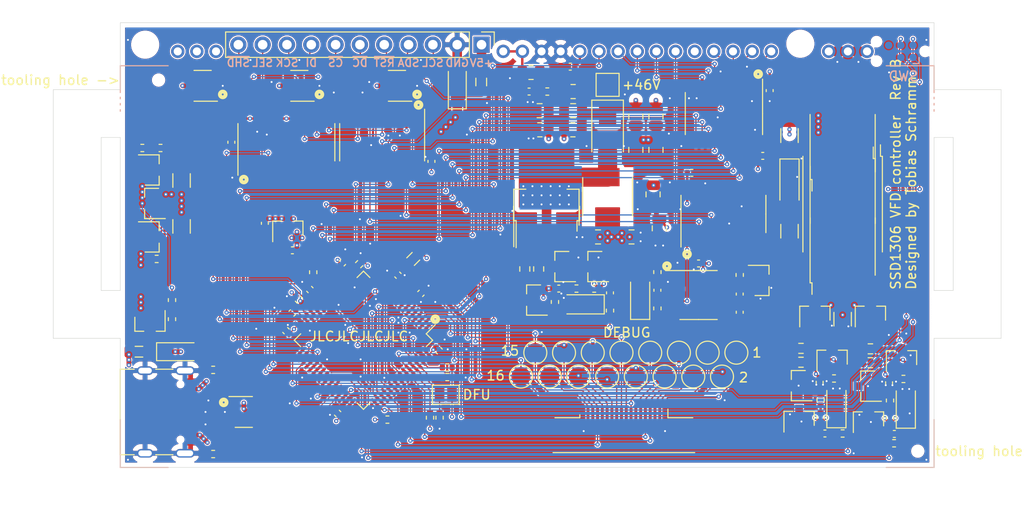
<source format=kicad_pcb>
(kicad_pcb (version 20171130) (host pcbnew 5.1.8)
  (title_block (rev B))
  (layers (0 F.Cu signal) (1 GND power) (2 Power power) (31 B.Cu signal) (34 B.Paste user) (35 F.Paste user) (36 B.SilkS user) (37 F.SilkS user) (38 B.Mask user) (39 F.Mask user) (44 Edge.Cuts user))
  (net 0 "")
  (net 1 VDD2)
  (net 2 GND)
  (net 3 +5V)
  (net 4 +3V3)
  (net 5 "Net-(C8-Pad1)")
  (net 6 /VCC)
  (net 7 "Net-(FB2-Pad2)")
  (net 8 /~SHDWN)
  (net 9 /IFSEL)
  (net 10 /SCK)
  (net 11 /MOSI)
  (net 12 /~CS)
  (net 13 /~DC)
  (net 14 /CPOL)
  (net 15 /4WIRE)
  (net 16 /~RST)
  (net 17 "Net-(J2-PadB5)")
  (net 18 "Net-(J2-PadA8)")
  (net 19 "Net-(J2-PadA5)")
  (net 20 "Net-(J2-PadB8)")
  (net 21 +48V)
  (net 22 "Net-(U2-Pad13)")
  (net 23 "Net-(U2-Pad10)")
  (net 24 "Net-(U2-Pad8)")
  (net 25 "Net-(U2-Pad6)")
  (net 26 "Net-(U2-Pad4)")
  (net 27 "Net-(U2-Pad2)")
  (net 28 /SCK_GATED)
  (net 29 "Net-(U5-Pad6)")
  (net 30 "Net-(U5-Pad5)")
  (net 31 "Net-(U5-Pad4)")
  (net 32 "Net-(U5-Pad1)")
  (net 33 "Net-(U7-Pad11)")
  (net 34 "Net-(U7-Pad8)")
  (net 35 "Net-(U7-Pad6)")
  (net 36 "Net-(U5-Pad54)")
  (net 37 "Net-(U5-Pad40)")
  (net 38 "Net-(U5-Pad39)")
  (net 39 "Net-(U5-Pad38)")
  (net 40 /VBUS_HDR)
  (net 41 /VBUS_USB)
  (net 42 "Net-(C17-Pad1)")
  (net 43 /D+)
  (net 44 /D-)
  (net 45 "Net-(JP1-Pad1)")
  (net 46 "Net-(Q1-Pad3)")
  (net 47 "Net-(Q2-Pad3)")
  (net 48 "Net-(Q3-Pad1)")
  (net 49 "Net-(Q4-Pad1)")
  (net 50 "Net-(Q5-Pad1)")
  (net 51 "Net-(R8-Pad2)")
  (net 52 "Net-(U8-Pad6)")
  (net 53 "Net-(U8-Pad4)")
  (net 54 /~MCU_RST)
  (net 55 "Net-(J3-Pad6)")
  (net 56 /VFD_BLK)
  (net 57 /VFD_LAT)
  (net 58 /VFD_CLK)
  (net 59 /VFD_SIN)
  (net 60 /VFD_GSBLK)
  (net 61 /VFD_GLAT)
  (net 62 /VFD_GCLK)
  (net 63 /VFD_GSIN)
  (net 64 "Net-(Q7-Pad3)")
  (net 65 "Net-(Q8-Pad3)")
  (net 66 "Net-(Q9-Pad3)")
  (net 67 "Net-(C3-Pad2)")
  (net 68 /VFD/VFD_GSOUT)
  (net 69 "Net-(C12-Pad1)")
  (net 70 "Net-(C24-Pad1)")
  (net 71 "Net-(C26-Pad1)")
  (net 72 /VFD/sheet60B1BFBE/OUT)
  (net 73 /VFD/sheet60B1BFBF/OUT)
  (net 74 "Net-(Q10-Pad3)")
  (net 75 "Net-(Q11-Pad3)")
  (net 76 "Net-(Q12-Pad3)")
  (net 77 /VFD_HTR_G1)
  (net 78 /VFD_HTR_G2)
  (net 79 /VFD/sheet60B1BFBD/GBLK_IN)
  (net 80 /VFD/sheet60B1BFBD/GBLK_OUT)
  (net 81 "Net-(U4-Pad10)")
  (net 82 "Net-(C16-Pad2)")
  (net 83 "Net-(D2-Pad2)")
  (net 84 "Net-(T2-Pad6)")
  (net 85 "Net-(T2-Pad5)")
  (net 86 "Net-(T2-Pad4)")
  (net 87 /DBG00)
  (net 88 /DBG06)
  (net 89 /DBG07)
  (net 90 /DBG08)
  (net 91 /DBG09)
  (net 92 /DBG10)
  (net 93 /DBG11)
  (net 94 /DBG12)
  (net 95 /DBG13)
  (net 96 /DBG14)
  (net 97 /DBG15)
  (net 98 /DBG05)
  (net 99 /DBG01)
  (net 100 /DBG02)
  (net 101 /DBG03)
  (net 102 /DBG04)
  (net 103 "Net-(C3-Pad1)")
  (net 104 "Net-(C32-Pad1)")
  (net 105 "Net-(Q8-Pad1)")
  (net 106 "Net-(Q11-Pad1)")
  (net 107 "Net-(C32-Pad2)")
  (net 108 /VFD/STEPUP_FB)
  (net 109 /VFD_HV_FB)
  (net 110 "Net-(C36-Pad2)")
  (net 111 "Net-(C36-Pad1)")
  (net 112 /VFD/sheet6147410A/OUT)
  (net 113 "Net-(Q15-Pad3)")
  (net 114 "Net-(Q16-Pad3)")
  (net 115 "Net-(Q16-Pad1)")
  (net 116 "Net-(Q17-Pad3)")
  (net 117 /VFD_HV_G)
  (net 118 /SWCLK)
  (net 119 /SWDIO)
  (net 120 "Net-(U6-Pad3)")
  (net 121 "Net-(U12-Pad6)")
  (net 122 "Net-(U12-Pad4)")
  (net 123 "Net-(U12-Pad3)")
  (net 124 "Net-(C12-Pad2)")
  (net 125 "Net-(U1-Pad3)")
  (net 126 "Net-(U1-Pad4)")
  (net 127 "Net-(U1-Pad5)")
  (net 128 "Net-(U1-Pad8)")
  (net 129 "Net-(U1-Pad9)")
  (net 130 "Net-(U1-Pad10)")
  (net 131 "Net-(U1-Pad6)")
  (net 132 "Net-(C30-Pad1)")
  (net 133 "Net-(T1-Pad1)")
  (net 134 "Net-(T1-Pad3)")
  (module Capacitor_SMD:C_0805_2012Metric (layer F.Cu) (at 156.3 117 270)
    (fp_text reference C43 hide)
    (fp_text value 10uF)
    (pad 2 smd roundrect (at 0.95 0 270) (size 1 1.45) (layers F.Cu F.Paste F.Mask) (net 2 GND))
    (pad 1 smd roundrect (at -0.95 0 270) (size 1 1.45) (layers F.Cu F.Paste F.Mask) (net 132 "Net-(C30-Pad1)"))
  )
  (module Capacitor_SMD:C_0805_2012Metric (layer F.Cu) (at 155.65 113.45 270)
    (fp_text reference C42 hide)
    (fp_text value 10uF)
    (pad 2 smd roundrect (at 0.95 0 270) (size 1 1.45) (layers F.Cu F.Paste F.Mask) (net 132 "Net-(C30-Pad1)"))
    (pad 1 smd roundrect (at -0.95 0 270) (size 1 1.45) (layers F.Cu F.Paste F.Mask) (net 21 +48V))
  )
  (module Perforation:Perforation_0.4mm (layer F.Cu) (at 100 124.05 90)
    (fp_text reference H36 hide)
    (fp_text value Perforation hide)
    (pad "" np_thru_hole circle (at 0 0 90) (size 0.4 0.4) (drill 0.4) (layers *.Cu *.Mask))
  )
  (module Perforation:Perforation_0.4mm (layer F.Cu) (at 100 103.05 90)
    (fp_text reference H35 hide)
    (fp_text value Perforation hide)
    (pad "" np_thru_hole circle (at 0 0 90) (size 0.4 0.4) (drill 0.4) (layers *.Cu *.Mask))
  )
  (module Perforation:Perforation_0.4mm (layer F.Cu) (at 100 124.7 90)
    (fp_text reference H34 hide)
    (fp_text value Perforation hide)
    (pad "" np_thru_hole circle (at 0 0 90) (size 0.4 0.4) (drill 0.4) (layers *.Cu *.Mask))
  )
  (module Perforation:Perforation_0.4mm (layer F.Cu) (at 185 124.05 90)
    (fp_text reference H33 hide)
    (fp_text value Perforation hide)
    (pad "" np_thru_hole circle (at 0 0 90) (size 0.4 0.4) (drill 0.4) (layers *.Cu *.Mask))
  )
  (module Perforation:Perforation_0.4mm (layer F.Cu) (at 100 103.7 90)
    (fp_text reference H32 hide)
    (fp_text value Perforation hide)
    (pad "" np_thru_hole circle (at 0 0 90) (size 0.4 0.4) (drill 0.4) (layers *.Cu *.Mask))
  )
  (module Perforation:Perforation_0.4mm (layer F.Cu) (at 100 125.35 90)
    (fp_text reference H31 hide)
    (fp_text value Perforation hide)
    (pad "" np_thru_hole circle (at 0 0 90) (size 0.4 0.4) (drill 0.4) (layers *.Cu *.Mask))
  )
  (module Perforation:Perforation_0.4mm (layer F.Cu) (at 185 103.05 90)
    (fp_text reference H30 hide)
    (fp_text value Perforation hide)
    (pad "" np_thru_hole circle (at 0 0 90) (size 0.4 0.4) (drill 0.4) (layers *.Cu *.Mask))
  )
  (module Perforation:Perforation_0.4mm (layer F.Cu) (at 185 124.7 90)
    (fp_text reference H29 hide)
    (fp_text value Perforation hide)
    (pad "" np_thru_hole circle (at 0 0 90) (size 0.4 0.4) (drill 0.4) (layers *.Cu *.Mask))
  )
  (module Perforation:Perforation_0.4mm (layer F.Cu) (at 100 104.35 90)
    (fp_text reference H28 hide)
    (fp_text value Perforation hide)
    (pad "" np_thru_hole circle (at 0 0 90) (size 0.4 0.4) (drill 0.4) (layers *.Cu *.Mask))
  )
  (module Perforation:Perforation_0.4mm (layer F.Cu) (at 100 126 90)
    (fp_text reference H27 hide)
    (fp_text value Perforation hide)
    (pad "" np_thru_hole circle (at 0 0 90) (size 0.4 0.4) (drill 0.4) (layers *.Cu *.Mask))
  )
  (module Perforation:Perforation_0.4mm (layer F.Cu) (at 185 103.7 90)
    (fp_text reference H26 hide)
    (fp_text value Perforation hide)
    (pad "" np_thru_hole circle (at 0 0 90) (size 0.4 0.4) (drill 0.4) (layers *.Cu *.Mask))
  )
  (module Perforation:Perforation_0.4mm (layer F.Cu) (at 185 125.35 90)
    (fp_text reference H25 hide)
    (fp_text value Perforation hide)
    (pad "" np_thru_hole circle (at 0 0 90) (size 0.4 0.4) (drill 0.4) (layers *.Cu *.Mask))
  )
  (module Perforation:Perforation_0.4mm (layer F.Cu) (at 100 105 90)
    (fp_text reference H24 hide)
    (fp_text value Perforation hide)
    (pad "" np_thru_hole circle (at 0 0 90) (size 0.4 0.4) (drill 0.4) (layers *.Cu *.Mask))
  )
  (module Perforation:Perforation_0.4mm (layer F.Cu) (at 100 126.65 90)
    (fp_text reference H23 hide)
    (fp_text value Perforation hide)
    (pad "" np_thru_hole circle (at 0 0 90) (size 0.4 0.4) (drill 0.4) (layers *.Cu *.Mask))
  )
  (module Perforation:Perforation_0.4mm (layer F.Cu) (at 185 104.35 90)
    (fp_text reference H22 hide)
    (fp_text value Perforation hide)
    (pad "" np_thru_hole circle (at 0 0 90) (size 0.4 0.4) (drill 0.4) (layers *.Cu *.Mask))
  )
  (module Perforation:Perforation_0.4mm (layer F.Cu) (at 185 126 90)
    (fp_text reference H21 hide)
    (fp_text value Perforation hide)
    (pad "" np_thru_hole circle (at 0 0 90) (size 0.4 0.4) (drill 0.4) (layers *.Cu *.Mask))
  )
  (module Perforation:Perforation_0.4mm (layer F.Cu) (at 100 105.65 90)
    (fp_text reference H20 hide)
    (fp_text value Perforation hide)
    (pad "" np_thru_hole circle (at 0 0 90) (size 0.4 0.4) (drill 0.4) (layers *.Cu *.Mask))
  )
  (module Perforation:Perforation_0.4mm (layer F.Cu) (at 100 127.3 90)
    (fp_text reference H19 hide)
    (fp_text value Perforation hide)
    (pad "" np_thru_hole circle (at 0 0 90) (size 0.4 0.4) (drill 0.4) (layers *.Cu *.Mask))
  )
  (module Perforation:Perforation_0.4mm (layer F.Cu) (at 185 105 90)
    (fp_text reference H18 hide)
    (fp_text value Perforation hide)
    (pad "" np_thru_hole circle (at 0 0 90) (size 0.4 0.4) (drill 0.4) (layers *.Cu *.Mask))
  )
  (module Perforation:Perforation_0.4mm (layer F.Cu) (at 185 126.65 90)
    (fp_text reference H17 hide)
    (fp_text value Perforation hide)
    (pad "" np_thru_hole circle (at 0 0 90) (size 0.4 0.4) (drill 0.4) (layers *.Cu *.Mask))
  )
  (module Perforation:Perforation_0.4mm (layer F.Cu) (at 100 106.3 90)
    (fp_text reference H16 hide)
    (fp_text value Perforation hide)
    (pad "" np_thru_hole circle (at 0 0 90) (size 0.4 0.4) (drill 0.4) (layers *.Cu *.Mask))
  )
  (module Perforation:Perforation_0.4mm (layer F.Cu) (at 100 127.95 90)
    (fp_text reference H15 hide)
    (fp_text value Perforation hide)
    (pad "" np_thru_hole circle (at 0 0 90) (size 0.4 0.4) (drill 0.4) (layers *.Cu *.Mask))
  )
  (module Perforation:Perforation_0.4mm (layer F.Cu) (at 185 105.65 90)
    (fp_text reference H14 hide)
    (fp_text value Perforation hide)
    (pad "" np_thru_hole circle (at 0 0 90) (size 0.4 0.4) (drill 0.4) (layers *.Cu *.Mask))
  )
  (module Perforation:Perforation_0.4mm (layer F.Cu) (at 185 127.3 90)
    (fp_text reference H13 hide)
    (fp_text value Perforation hide)
    (pad "" np_thru_hole circle (at 0 0 90) (size 0.4 0.4) (drill 0.4) (layers *.Cu *.Mask))
  )
  (module Perforation:Perforation_0.4mm (layer F.Cu) (at 100 106.95 90)
    (fp_text reference H12 hide)
    (fp_text value Perforation hide)
    (pad "" np_thru_hole circle (at 0 0 90) (size 0.4 0.4) (drill 0.4) (layers *.Cu *.Mask))
  )
  (module Perforation:Perforation_0.4mm (layer F.Cu) (at 185 106.3 90)
    (fp_text reference H11 hide)
    (fp_text value Perforation hide)
    (pad "" np_thru_hole circle (at 0 0 90) (size 0.4 0.4) (drill 0.4) (layers *.Cu *.Mask))
  )
  (module Perforation:Perforation_0.4mm (layer F.Cu) (at 185 127.95 90)
    (fp_text reference H10 hide)
    (fp_text value Perforation hide)
    (pad "" np_thru_hole circle (at 0 0 90) (size 0.4 0.4) (drill 0.4) (layers *.Cu *.Mask))
  )
  (module Perforation:Perforation_0.4mm (layer F.Cu) (at 185 106.95 90)
    (fp_text reference H9 hide)
    (fp_text value Perforation hide)
    (pad "" np_thru_hole circle (at 0 0 90) (size 0.4 0.4) (drill 0.4) (layers *.Cu *.Mask))
  )
  (module MountingHole:MountingHole_3.2mm_M3 (layer F.Cu) (at 189 125.5)
    (fp_text reference H8 hide)
    (fp_text value MountingHole)
    (pad 1 np_thru_hole circle (at 0 0) (size 3.2 3.2) (drill 3.2) (layers *.Cu *.Mask))
  )
  (module MountingHole:MountingHole_3.2mm_M3 (layer F.Cu) (at 96 105.5)
    (fp_text reference H7 hide)
    (fp_text value MountingHole)
    (pad 1 np_thru_hole circle (at 0 0) (size 3.2 3.2) (drill 3.2) (layers *.Cu *.Mask))
  )
  (module MountingHole:MountingHole_3.2mm_M3 (layer F.Cu) (at 96 125.5)
    (fp_text reference H6 hide)
    (fp_text value MountingHole)
    (pad 1 np_thru_hole circle (at 0 0) (size 3.2 3.2) (drill 3.2) (layers *.Cu *.Mask))
  )
  (module MountingHole:MountingHole_3.2mm_M3 (layer F.Cu) (at 189 105.5)
    (fp_text reference H5 hide)
    (fp_text value MountingHole)
    (pad 1 np_thru_hole circle (at 0 0) (size 3.2 3.2) (drill 3.2) (layers *.Cu *.Mask))
  )
  (module Transformer_Würth:Transformer_Würth_12.60x8.30_6P (layer F.Cu) (at 175.45 114.47 270)
    (fp_text reference T4 hide)
    (fp_text value "Wuerth 760390013")
    (pad 2 smd rect (at -5.62 0 90) (size 1.12 0.96) (layers F.Cu F.Paste F.Mask) (net 5 "Net-(C8-Pad1)"))
    (pad 4 smd rect (at 5.62 2.54 90) (size 1.12 0.96) (layers F.Cu F.Paste F.Mask) (net 47 "Net-(Q2-Pad3)"))
    (pad 3 smd rect (at -5.62 2.54 90) (size 1.12 0.96) (layers F.Cu F.Paste F.Mask) (net 134 "Net-(T1-Pad3)"))
    (pad 1 smd rect (at -5.62 -2.54 90) (size 1.12 0.96) (layers F.Cu F.Paste F.Mask) (net 133 "Net-(T1-Pad1)"))
    (pad 6 smd rect (at 5.62 -2.54 90) (size 1.12 0.96) (layers F.Cu F.Paste F.Mask) (net 46 "Net-(Q1-Pad3)"))
    (pad 5 smd rect (at 5.62 0 90) (size 1.12 0.96) (layers F.Cu F.Paste F.Mask) (net 3 +5V))
  )
  (module Capacitor_SMD:C_0805_2012Metric (layer F.Cu) (at 153.85 108.8 270)
    (fp_text reference C41 hide)
    (fp_text value 10uF)
    (pad 2 smd roundrect (at 0.95 0 270) (size 1 1.45) (layers F.Cu F.Paste F.Mask) (net 2 GND))
    (pad 1 smd roundrect (at -0.95 0 270) (size 1 1.45) (layers F.Cu F.Paste F.Mask) (net 132 "Net-(C30-Pad1)"))
  )
  (module Capacitor_SMD:C_0805_2012Metric (layer F.Cu) (at 147.3 104.7 180)
    (fp_text reference C40 hide)
    (fp_text value 10uF)
    (pad 2 smd roundrect (at 0.95 0 180) (size 1 1.45) (layers F.Cu F.Paste F.Mask) (net 132 "Net-(C30-Pad1)"))
    (pad 1 smd roundrect (at -0.95 0 180) (size 1 1.45) (layers F.Cu F.Paste F.Mask) (net 21 +48V))
  )
  (module Capacitor_SMD:C_0805_2012Metric (layer F.Cu) (at 143.8 104.7 180)
    (fp_text reference C39 hide)
    (fp_text value 10uF)
    (pad 2 smd roundrect (at 0.95 0 180) (size 1 1.45) (layers F.Cu F.Paste F.Mask) (net 2 GND))
    (pad 1 smd roundrect (at -0.95 0 180) (size 1 1.45) (layers F.Cu F.Paste F.Mask) (net 132 "Net-(C30-Pad1)"))
  )
  (module Capacitor_SMD:C_0805_2012Metric (layer F.Cu) (at 153.85 105.3 270)
    (fp_text reference C38 hide)
    (fp_text value 10uF)
    (pad 2 smd roundrect (at 0.95 0 270) (size 1 1.45) (layers F.Cu F.Paste F.Mask) (net 132 "Net-(C30-Pad1)"))
    (pad 1 smd roundrect (at -0.95 0 270) (size 1 1.45) (layers F.Cu F.Paste F.Mask) (net 21 +48V))
  )
  (module Capacitor_SMD:C_0805_2012Metric (layer F.Cu) (at 155.95 105.3 270)
    (fp_text reference C35 hide)
    (fp_text value 10uF)
    (pad 2 smd roundrect (at 0.95 0 270) (size 1 1.45) (layers F.Cu F.Paste F.Mask) (net 132 "Net-(C30-Pad1)"))
    (pad 1 smd roundrect (at -0.95 0 270) (size 1 1.45) (layers F.Cu F.Paste F.Mask) (net 21 +48V))
  )
  (module Capacitor_SMD:C_0805_2012Metric (layer F.Cu) (at 155.95 108.8 270)
    (fp_text reference C30 hide)
    (fp_text value 10uF)
    (pad 2 smd roundrect (at 0.95 0 270) (size 1 1.45) (layers F.Cu F.Paste F.Mask) (net 2 GND))
    (pad 1 smd roundrect (at -0.95 0 270) (size 1 1.45) (layers F.Cu F.Paste F.Mask) (net 132 "Net-(C30-Pad1)"))
  )
  (module Package_TO_SOT_SMD:TO-252-3_TabPin2 (layer F.Cu) (at 144.525 113.725 90)
    (fp_text reference Q13 hide)
    (fp_text value TO-252)
    (pad 1 smd rect (at -4.2 -2.28 90) (size 2.2 1.2) (layers F.Cu F.Paste F.Mask) (net 112 /VFD/sheet6147410A/OUT))
    (pad 2 smd rect (at -4.2 0 90) (size 2.2 1.2) (layers F.Cu F.Paste F.Mask) (net 83 "Net-(D2-Pad2)"))
    (pad 3 smd rect (at -4.2 2.28 90) (size 2.2 1.2) (layers F.Cu F.Paste F.Mask) (net 2 GND))
    (pad 2 smd rect (at 2.1 0 90) (size 6.4 5.8) (layers F.Cu F.Mask) (net 83 "Net-(D2-Pad2)"))
  )
  (module VFD_Noritake:MN12864K (layer B.Cu) (at 178 98.5 180)
    (fp_text reference U4 hide)
    (fp_text value MN12864K)
    (pad 1 thru_hole circle (at 0 0 180) (size 1.4 1.4) (drill 0.85) (layers *.Cu *.Mask) (net 133 "Net-(T1-Pad1)"))
    (pad 2 thru_hole circle (at 2 0 180) (size 1.4 1.4) (drill 0.85) (layers *.Cu *.Mask) (net 133 "Net-(T1-Pad1)"))
    (pad 3 thru_hole circle (at 4 0 180) (size 1.4 1.4) (drill 0.85) (layers *.Cu *.Mask) (net 133 "Net-(T1-Pad1)"))
    (pad 6 thru_hole circle (at 10 0 180) (size 1.4 1.4) (drill 0.85) (layers *.Cu *.Mask) (net 125 "Net-(U1-Pad3)"))
    (pad 7 thru_hole circle (at 12 0 180) (size 1.4 1.4) (drill 0.85) (layers *.Cu *.Mask) (net 126 "Net-(U1-Pad4)"))
    (pad 8 thru_hole circle (at 14 0 180) (size 1.4 1.4) (drill 0.85) (layers *.Cu *.Mask) (net 127 "Net-(U1-Pad5)"))
    (pad 9 thru_hole circle (at 16 0 180) (size 1.4 1.4) (drill 0.85) (layers *.Cu *.Mask) (net 131 "Net-(U1-Pad6)"))
    (pad 10 thru_hole circle (at 18 0 180) (size 1.4 1.4) (drill 0.85) (layers *.Cu *.Mask) (net 81 "Net-(U4-Pad10)"))
    (pad 11 thru_hole circle (at 20 0 180) (size 1.4 1.4) (drill 0.85) (layers *.Cu *.Mask) (net 68 /VFD/VFD_GSOUT))
    (pad 12 thru_hole circle (at 22 0 180) (size 1.4 1.4) (drill 0.85) (layers *.Cu *.Mask) (net 130 "Net-(U1-Pad10)"))
    (pad 13 thru_hole circle (at 24 0 180) (size 1.4 1.4) (drill 0.85) (layers *.Cu *.Mask) (net 129 "Net-(U1-Pad9)"))
    (pad 14 thru_hole circle (at 26 0 180) (size 1.4 1.4) (drill 0.85) (layers *.Cu *.Mask) (net 128 "Net-(U1-Pad8)"))
    (pad 15 thru_hole circle (at 28 0 180) (size 1.4 1.4) (drill 0.85) (layers *.Cu *.Mask) (net 80 /VFD/sheet60B1BFBD/GBLK_OUT))
    (pad 16 thru_hole circle (at 30 0 180) (size 1.4 1.4) (drill 0.85) (layers *.Cu *.Mask) (net 3 +5V))
    (pad 17 thru_hole circle (at 32 0 180) (size 1.4 1.4) (drill 0.85) (layers *.Cu *.Mask) (net 2 GND))
    (pad 18 thru_hole circle (at 34 0 180) (size 1.4 1.4) (drill 0.85) (layers *.Cu *.Mask) (net 2 GND))
    (pad 19 thru_hole circle (at 36 0 180) (size 1.4 1.4) (drill 0.85) (layers *.Cu *.Mask) (net 1 VDD2))
    (pad 20 thru_hole circle (at 38 0 180) (size 1.4 1.4) (drill 0.85) (layers *.Cu *.Mask) (net 1 VDD2))
    (pad 35 thru_hole circle (at 68 0 180) (size 1.4 1.4) (drill 0.85) (layers *.Cu *.Mask) (net 134 "Net-(T1-Pad3)"))
    (pad 36 thru_hole circle (at 70 0 180) (size 1.4 1.4) (drill 0.85) (layers *.Cu *.Mask) (net 134 "Net-(T1-Pad3)"))
    (pad 37 thru_hole circle (at 72 0 180) (size 1.4 1.4) (drill 0.85) (layers *.Cu *.Mask) (net 134 "Net-(T1-Pad3)"))
  )
  (module Connector_FFC:MINTRON-LW05202-18 (layer F.Cu) (at 152.6 135.8 180)
    (fp_text reference J4 hide)
    (fp_text value Conn_01x18)
    (pad MP smd rect (at -6.05 -2.8 180) (size 2.5 3.2) (layers F.Cu F.Paste F.Mask) (net 2 GND))
    (pad MP smd rect (at 6.05 -2.8 180) (size 2.5 3.2) (layers F.Cu F.Paste F.Mask) (net 2 GND))
    (pad 18 smd rect (at 4.25 -0.9 180) (size 0.3 1.8) (layers F.Cu F.Paste F.Mask) (net 2 GND))
    (pad 17 smd rect (at 3.75 -0.9 180) (size 0.3 1.8) (layers F.Cu F.Paste F.Mask) (net 97 /DBG15))
    (pad 16 smd rect (at 3.25 -0.9 180) (size 0.3 1.8) (layers F.Cu F.Paste F.Mask) (net 96 /DBG14))
    (pad 15 smd rect (at 2.75 -0.9 180) (size 0.3 1.8) (layers F.Cu F.Paste F.Mask) (net 95 /DBG13))
    (pad 14 smd rect (at 2.25 -0.9 180) (size 0.3 1.8) (layers F.Cu F.Paste F.Mask) (net 94 /DBG12))
    (pad 13 smd rect (at 1.75 -0.9 180) (size 0.3 1.8) (layers F.Cu F.Paste F.Mask) (net 93 /DBG11))
    (pad 12 smd rect (at 1.25 -0.9 180) (size 0.3 1.8) (layers F.Cu F.Paste F.Mask) (net 92 /DBG10))
    (pad 11 smd rect (at 0.75 -0.9 180) (size 0.3 1.8) (layers F.Cu F.Paste F.Mask) (net 91 /DBG09))
    (pad 10 smd rect (at 0.25 -0.9 180) (size 0.3 1.8) (layers F.Cu F.Paste F.Mask) (net 90 /DBG08))
    (pad 9 smd rect (at -0.25 -0.9 180) (size 0.3 1.8) (layers F.Cu F.Paste F.Mask) (net 89 /DBG07))
    (pad 8 smd rect (at -0.75 -0.9 180) (size 0.3 1.8) (layers F.Cu F.Paste F.Mask) (net 88 /DBG06))
    (pad 7 smd rect (at -1.25 -0.9 180) (size 0.3 1.8) (layers F.Cu F.Paste F.Mask) (net 98 /DBG05))
    (pad 6 smd rect (at -1.75 -0.9 180) (size 0.3 1.8) (layers F.Cu F.Paste F.Mask) (net 102 /DBG04))
    (pad 5 smd rect (at -2.25 -0.9 180) (size 0.3 1.8) (layers F.Cu F.Paste F.Mask) (net 101 /DBG03))
    (pad 4 smd rect (at -2.75 -0.9 180) (size 0.3 1.8) (layers F.Cu F.Paste F.Mask) (net 100 /DBG02))
    (pad 3 smd rect (at -3.25 -0.9 180) (size 0.3 1.8) (layers F.Cu F.Paste F.Mask) (net 99 /DBG01))
    (pad 2 smd rect (at -3.75 -0.9 180) (size 0.3 1.8) (layers F.Cu F.Paste F.Mask) (net 87 /DBG00))
    (pad 1 smd rect (at -4.25 -0.9 180) (size 0.3 1.8) (layers F.Cu F.Paste F.Mask) (net 2 GND))
  )
  (module Resistor_SMD:R_0805_2012Metric (layer F.Cu) (at 142.9 100.7 180)
    (fp_text reference R7 hide)
    (fp_text value 22R)
    (pad 2 smd roundrect (at 0.9125 0 180) (size 1.025 1.4) (layers F.Cu F.Paste F.Mask) (roundrect_rratio 0.2439004878048781) (net 1 VDD2))
    (pad 1 smd roundrect (at -0.9125 0 180) (size 1.025 1.4) (layers F.Cu F.Paste F.Mask) (roundrect_rratio 0.2439004878048781) (net 21 +48V))
  )
  (module Resistor_SMD:R_0402_1005Metric (layer F.Cu) (at 156.1 121.575 90)
    (fp_text reference R42 hide)
    (fp_text value 50R)
    (pad 1 smd roundrect (at -0.51 0 90) (size 0.54 0.64) (layers F.Cu F.Paste F.Mask) (net 124 "Net-(C12-Pad2)"))
    (pad 2 smd roundrect (at 0.51 0 90) (size 0.54 0.64) (layers F.Cu F.Paste F.Mask) (net 68 /VFD/VFD_GSOUT))
  )
  (module Package_TO_SOT_SMD:SOT-23-6 (layer F.Cu) (at 108.6 102.1 180)
    (fp_text reference U12 hide)
    (fp_text value SRV05-4)
    (pad 1 smd rect (at -1.1 -0.95 180) (size 1.06 0.65) (layers F.Cu F.Paste F.Mask) (net 8 /~SHDWN))
    (pad 2 smd rect (at -1.1 0 180) (size 1.06 0.65) (layers F.Cu F.Paste F.Mask) (net 2 GND))
    (pad 3 smd rect (at -1.1 0.95 180) (size 1.06 0.65) (layers F.Cu F.Paste F.Mask) (net 123 "Net-(U12-Pad3)"))
    (pad 4 smd rect (at 1.1 0.95 180) (size 1.06 0.65) (layers F.Cu F.Paste F.Mask) (net 122 "Net-(U12-Pad4)"))
    (pad 6 smd rect (at 1.1 -0.95 180) (size 1.06 0.65) (layers F.Cu F.Paste F.Mask) (net 121 "Net-(U12-Pad6)"))
    (pad 5 smd rect (at 1.1 0 180) (size 1.06 0.65) (layers F.Cu F.Paste F.Mask) (net 3 +5V))
  )
  (module Package_TO_SOT_SMD:SOT-23-6 (layer F.Cu) (at 118.7 102.1 180)
    (fp_text reference U11 hide)
    (fp_text value SRV05-4)
    (pad 1 smd rect (at -1.1 -0.95 180) (size 1.06 0.65) (layers F.Cu F.Paste F.Mask) (net 12 /~CS))
    (pad 2 smd rect (at -1.1 0 180) (size 1.06 0.65) (layers F.Cu F.Paste F.Mask) (net 2 GND))
    (pad 3 smd rect (at -1.1 0.95 180) (size 1.06 0.65) (layers F.Cu F.Paste F.Mask) (net 11 /MOSI))
    (pad 4 smd rect (at 1.1 0.95 180) (size 1.06 0.65) (layers F.Cu F.Paste F.Mask) (net 10 /SCK))
    (pad 6 smd rect (at 1.1 -0.95 180) (size 1.06 0.65) (layers F.Cu F.Paste F.Mask) (net 9 /IFSEL))
    (pad 5 smd rect (at 1.1 0 180) (size 1.06 0.65) (layers F.Cu F.Paste F.Mask) (net 3 +5V))
  )
  (module Package_TO_SOT_SMD:SOT-23-6 (layer F.Cu) (at 128.9 102.1 180)
    (fp_text reference U10 hide)
    (fp_text value SRV05-4)
    (pad 1 smd rect (at -1.1 -0.95 180) (size 1.06 0.65) (layers F.Cu F.Paste F.Mask) (net 14 /CPOL))
    (pad 2 smd rect (at -1.1 0 180) (size 1.06 0.65) (layers F.Cu F.Paste F.Mask) (net 2 GND))
    (pad 3 smd rect (at -1.1 0.95 180) (size 1.06 0.65) (layers F.Cu F.Paste F.Mask) (net 15 /4WIRE))
    (pad 4 smd rect (at 1.1 0.95 180) (size 1.06 0.65) (layers F.Cu F.Paste F.Mask) (net 16 /~RST))
    (pad 6 smd rect (at 1.1 -0.95 180) (size 1.06 0.65) (layers F.Cu F.Paste F.Mask) (net 13 /~DC))
    (pad 5 smd rect (at 1.1 0 180) (size 1.06 0.65) (layers F.Cu F.Paste F.Mask) (net 3 +5V))
  )
  (module Resistor_SMD:R_0402_1005Metric (layer F.Cu) (at 118.660624 124.460624 315)
    (fp_text reference R28 hide)
    (fp_text value 100kR)
    (pad 1 smd roundrect (at -0.51 0 315) (size 0.54 0.64) (layers F.Cu F.Paste F.Mask) (net 4 +3V3))
    (pad 2 smd roundrect (at 0.51 0 315) (size 0.54 0.64) (layers F.Cu F.Paste F.Mask) (net 8 /~SHDWN))
  )
  (module Resistor_SMD:R_0402_1005Metric (layer F.Cu) (at 134.15 132.55 180)
    (fp_text reference R27 hide)
    (fp_text value 100kR)
    (pad 1 smd roundrect (at -0.51 0 180) (size 0.54 0.64) (layers F.Cu F.Paste F.Mask) (net 4 +3V3))
    (pad 2 smd roundrect (at 0.51 0 180) (size 0.54 0.64) (layers F.Cu F.Paste F.Mask) (net 14 /CPOL))
  )
  (module Resistor_SMD:R_0402_1005Metric (layer F.Cu) (at 132.35 136.8 90)
    (fp_text reference R26 hide)
    (fp_text value 100kR)
    (pad 1 smd roundrect (at -0.51 0 90) (size 0.54 0.64) (layers F.Cu F.Paste F.Mask) (net 4 +3V3))
    (pad 2 smd roundrect (at 0.51 0 90) (size 0.54 0.64) (layers F.Cu F.Paste F.Mask) (net 15 /4WIRE))
  )
  (module Package_TO_SOT_SMD:SOT-23 (layer F.Cu) (at 167 122.45)
    (fp_text reference Q18 hide)
    (fp_text value S9015)
    (pad 1 smd rect (at -1 -0.95) (size 0.9 0.8) (layers F.Cu F.Paste F.Mask) (net 69 "Net-(C12-Pad1)"))
    (pad 2 smd rect (at -1 0.95) (size 0.9 0.8) (layers F.Cu F.Paste F.Mask) (net 71 "Net-(C26-Pad1)"))
    (pad 3 smd rect (at 1 0) (size 0.9 0.8) (layers F.Cu F.Paste F.Mask) (net 2 GND))
  )
  (module Diode_SMD:D_SOD-123 (layer F.Cu) (at 154.3 124.275 90)
    (fp_text reference D7 hide)
    (fp_text value B5819W)
    (pad 1 smd rect (at -1.65 0 90) (size 0.9 1.2) (layers F.Cu F.Paste F.Mask) (net 3 +5V))
    (pad 2 smd rect (at 1.65 0 90) (size 0.9 1.2) (layers F.Cu F.Paste F.Mask) (net 69 "Net-(C12-Pad1)"))
  )
  (module Resistor_SMD:R_0603_1608Metric (layer F.Cu) (at 143.7 121.25 270)
    (fp_text reference R41 hide)
    (fp_text value 33R)
    (pad 1 smd roundrect (at -0.825 0 270) (size 0.8 0.95) (layers F.Cu F.Paste F.Mask) (net 112 /VFD/sheet6147410A/OUT))
    (pad 2 smd roundrect (at 0.825 0 270) (size 0.8 0.95) (layers F.Cu F.Paste F.Mask) (net 116 "Net-(Q17-Pad3)"))
  )
  (module Resistor_SMD:R_0603_1608Metric (layer F.Cu) (at 142.25 121.25 270)
    (fp_text reference R40 hide)
    (fp_text value 33R)
    (pad 1 smd roundrect (at -0.825 0 270) (size 0.8 0.95) (layers F.Cu F.Paste F.Mask) (net 112 /VFD/sheet6147410A/OUT))
    (pad 2 smd roundrect (at 0.825 0 270) (size 0.8 0.95) (layers F.Cu F.Paste F.Mask) (net 114 "Net-(Q16-Pad3)"))
  )
  (module Resistor_SMD:R_0402_1005Metric (layer F.Cu) (at 147.65 123.3)
    (fp_text reference R39 hide)
    (fp_text value 50R)
    (pad 1 smd roundrect (at -0.51 0) (size 0.54 0.64) (layers F.Cu F.Paste F.Mask) (net 115 "Net-(Q16-Pad1)"))
    (pad 2 smd roundrect (at 0.51 0) (size 0.54 0.64) (layers F.Cu F.Paste F.Mask) (net 113 "Net-(Q15-Pad3)"))
  )
  (module Resistor_SMD:R_0402_1005Metric (layer F.Cu) (at 149.5 123.3 180)
    (fp_text reference R38 hide)
    (fp_text value 470R)
    (pad 1 smd roundrect (at -0.51 0 180) (size 0.54 0.64) (layers F.Cu F.Paste F.Mask) (net 3 +5V))
    (pad 2 smd roundrect (at 0.51 0 180) (size 0.54 0.64) (layers F.Cu F.Paste F.Mask) (net 113 "Net-(Q15-Pad3)"))
  )
  (module Resistor_SMD:R_0402_1005Metric (layer F.Cu) (at 145.4 124.7 90)
    (fp_text reference R35 hide)
    (fp_text value 100kR)
    (pad 1 smd roundrect (at -0.51 0 90) (size 0.54 0.64) (layers F.Cu F.Paste F.Mask) (net 111 "Net-(C36-Pad1)"))
    (pad 2 smd roundrect (at 0.51 0 90) (size 0.54 0.64) (layers F.Cu F.Paste F.Mask) (net 2 GND))
  )
  (module Resistor_SMD:R_0402_1005Metric (layer F.Cu) (at 151.15 125.6 270)
    (fp_text reference R34 hide)
    (fp_text value 50R)
    (pad 1 smd roundrect (at -0.51 0 270) (size 0.54 0.64) (layers F.Cu F.Paste F.Mask) (net 110 "Net-(C36-Pad2)"))
    (pad 2 smd roundrect (at 0.51 0 270) (size 0.54 0.64) (layers F.Cu F.Paste F.Mask) (net 117 /VFD_HV_G))
  )
  (module Resistor_SMD:R_0805_2012Metric (layer F.Cu) (at 147.3 102.7 180)
    (fp_text reference R32 hide)
    (fp_text value 100kR)
    (pad 1 smd roundrect (at -0.9125 0 180) (size 1.025 1.4) (layers F.Cu F.Paste F.Mask) (roundrect_rratio 0.2439004878048781) (net 21 +48V))
    (pad 2 smd roundrect (at 0.9125 0 180) (size 1.025 1.4) (layers F.Cu F.Paste F.Mask) (roundrect_rratio 0.2439004878048781) (net 108 /VFD/STEPUP_FB))
  )
  (module Resistor_SMD:R_0402_1005Metric (layer F.Cu) (at 120.15 121.59 90)
    (fp_text reference R29 hide)
    (fp_text value 5.1kR)
    (pad 1 smd roundrect (at -0.51 0 90) (size 0.54 0.64) (layers F.Cu F.Paste F.Mask) (net 109 /VFD_HV_FB))
    (pad 2 smd roundrect (at 0.51 0 90) (size 0.54 0.64) (layers F.Cu F.Paste F.Mask) (net 108 /VFD/STEPUP_FB))
  )
  (module Package_TO_SOT_SMD:SOT-23 (layer F.Cu) (at 146.15 121 180)
    (fp_text reference Q17 hide)
    (fp_text value 2N7002)
    (pad 1 smd rect (at -1 -0.95 180) (size 0.9 0.8) (layers F.Cu F.Paste F.Mask) (net 115 "Net-(Q16-Pad1)"))
    (pad 2 smd rect (at -1 0.95 180) (size 0.9 0.8) (layers F.Cu F.Paste F.Mask) (net 2 GND))
    (pad 3 smd rect (at 1 0 180) (size 0.9 0.8) (layers F.Cu F.Paste F.Mask) (net 116 "Net-(Q17-Pad3)"))
  )
  (module Package_TO_SOT_SMD:SOT-23 (layer F.Cu) (at 143.2 124.5 180)
    (fp_text reference Q16 hide)
    (fp_text value LBSS84LT1G)
    (pad 1 smd rect (at -1 -0.95 180) (size 0.9 0.8) (layers F.Cu F.Paste F.Mask) (net 115 "Net-(Q16-Pad1)"))
    (pad 2 smd rect (at -1 0.95 180) (size 0.9 0.8) (layers F.Cu F.Paste F.Mask) (net 3 +5V))
    (pad 3 smd rect (at 1 0 180) (size 0.9 0.8) (layers F.Cu F.Paste F.Mask) (net 114 "Net-(Q16-Pad3)"))
  )
  (module Package_TO_SOT_SMD:SOT-23 (layer F.Cu) (at 149.6 121 180)
    (fp_text reference Q15 hide)
    (fp_text value 2N7002)
    (pad 1 smd rect (at -1 -0.95 180) (size 0.9 0.8) (layers F.Cu F.Paste F.Mask) (net 111 "Net-(C36-Pad1)"))
    (pad 2 smd rect (at -1 0.95 180) (size 0.9 0.8) (layers F.Cu F.Paste F.Mask) (net 2 GND))
    (pad 3 smd rect (at 1 0 180) (size 0.9 0.8) (layers F.Cu F.Paste F.Mask) (net 113 "Net-(Q15-Pad3)"))
  )
  (module Package_TO_SOT_SMD:SOT-223-3_TabPin2 (layer F.Cu) (at 144.51 114.82 90)
    (fp_text reference Q14 hide)
    (fp_text value CJT04N15)
    (pad 2 smd rect (at 3.15 0 90) (size 2 3.8) (layers F.Cu F.Paste F.Mask) (net 83 "Net-(D2-Pad2)"))
    (pad 2 smd rect (at -3.15 0 90) (size 2 1.5) (layers F.Cu F.Paste F.Mask) (net 83 "Net-(D2-Pad2)"))
    (pad 3 smd rect (at -3.15 2.3 90) (size 2 1.5) (layers F.Cu F.Paste F.Mask) (net 2 GND))
    (pad 1 smd rect (at -3.15 -2.3 90) (size 2 1.5) (layers F.Cu F.Paste F.Mask) (net 112 /VFD/sheet6147410A/OUT))
  )
  (module Diode_SMD:D_SOD-123 (layer F.Cu) (at 148.3 124.95 180)
    (fp_text reference D5 hide)
    (fp_text value B5819W)
    (pad 1 smd rect (at -1.65 0 180) (size 0.9 1.2) (layers F.Cu F.Paste F.Mask) (net 111 "Net-(C36-Pad1)"))
    (pad 2 smd rect (at 1.65 0 180) (size 0.9 1.2) (layers F.Cu F.Paste F.Mask) (net 2 GND))
  )
  (module Capacitor_SMD:C_0402_1005Metric (layer F.Cu) (at 145.8 123.3 180)
    (fp_text reference C37 hide)
    (fp_text value 1uF)
    (pad 1 smd roundrect (at -0.48 0 180) (size 0.56 0.62) (layers F.Cu F.Paste F.Mask) (net 2 GND))
    (pad 2 smd roundrect (at 0.48 0 180) (size 0.56 0.62) (layers F.Cu F.Paste F.Mask) (net 3 +5V))
  )
  (module Capacitor_SMD:C_0402_1005Metric (layer F.Cu) (at 151.15 123.75 270)
    (fp_text reference C36 hide)
    (fp_text value 100nF)
    (pad 1 smd roundrect (at -0.48 0 270) (size 0.56 0.62) (layers F.Cu F.Paste F.Mask) (net 111 "Net-(C36-Pad1)"))
    (pad 2 smd roundrect (at 0.48 0 270) (size 0.56 0.62) (layers F.Cu F.Paste F.Mask) (net 110 "Net-(C36-Pad2)"))
  )
  (module Capacitor_SMD:C_0402_1005Metric (layer F.Cu) (at 119.8 123.4 315)
    (fp_text reference C34 hide)
    (fp_text value 100nF)
    (pad 1 smd roundrect (at -0.48 0 315) (size 0.56 0.62) (layers F.Cu F.Paste F.Mask) (net 2 GND))
    (pad 2 smd roundrect (at 0.48 0 315) (size 0.56 0.62) (layers F.Cu F.Paste F.Mask) (net 109 /VFD_HV_FB))
  )
  (module Capacitor_SMD:C_0402_1005Metric (layer F.Cu) (at 142.7 102.7 180)
    (fp_text reference C31 hide)
    (fp_text value 100nF)
    (pad 1 smd roundrect (at -0.48 0 180) (size 0.56 0.62) (layers F.Cu F.Paste F.Mask) (net 2 GND))
    (pad 2 smd roundrect (at 0.48 0 180) (size 0.56 0.62) (layers F.Cu F.Paste F.Mask) (net 108 /VFD/STEPUP_FB))
  )
  (module Resistor_SMD:R_0402_1005Metric (layer F.Cu) (at 174.55 132.7 180)
    (fp_text reference R16 hide)
    (fp_text value 100kR)
    (pad 1 smd roundrect (at -0.51 0 180) (size 0.54 0.64) (layers F.Cu F.Paste F.Mask) (net 104 "Net-(C32-Pad1)"))
    (pad 2 smd roundrect (at 0.51 0 180) (size 0.54 0.64) (layers F.Cu F.Paste F.Mask) (net 2 GND))
  )
  (module Resistor_SMD:R_0402_1005Metric (layer F.Cu) (at 175.45 138.45)
    (fp_text reference R15 hide)
    (fp_text value 50R)
    (pad 1 smd roundrect (at -0.51 0) (size 0.54 0.64) (layers F.Cu F.Paste F.Mask) (net 107 "Net-(C32-Pad2)"))
    (pad 2 smd roundrect (at 0.51 0) (size 0.54 0.64) (layers F.Cu F.Paste F.Mask) (net 78 /VFD_HTR_G2))
  )
  (module Resistor_SMD:R_0402_1005Metric (layer F.Cu) (at 181.8 132.75 180)
    (fp_text reference R2 hide)
    (fp_text value 100kR)
    (pad 1 smd roundrect (at -0.51 0 180) (size 0.54 0.64) (layers F.Cu F.Paste F.Mask) (net 103 "Net-(C3-Pad1)"))
    (pad 2 smd roundrect (at 0.51 0 180) (size 0.54 0.64) (layers F.Cu F.Paste F.Mask) (net 2 GND))
  )
  (module Resistor_SMD:R_0402_1005Metric (layer F.Cu) (at 180.825 139.475 180)
    (fp_text reference R1 hide)
    (fp_text value 50R)
    (pad 1 smd roundrect (at -0.51 0 180) (size 0.54 0.64) (layers F.Cu F.Paste F.Mask) (net 67 "Net-(C3-Pad2)"))
    (pad 2 smd roundrect (at 0.51 0 180) (size 0.54 0.64) (layers F.Cu F.Paste F.Mask) (net 77 /VFD_HTR_G1))
  )
  (module Package_TO_SOT_SMD:SOT-23 (layer F.Cu) (at 170.9 136.9 90)
    (fp_text reference Q10 hide)
    (fp_text value 2N7002)
    (pad 1 smd rect (at -1 -0.95 90) (size 0.9 0.8) (layers F.Cu F.Paste F.Mask) (net 104 "Net-(C32-Pad1)"))
    (pad 2 smd rect (at -1 0.95 90) (size 0.9 0.8) (layers F.Cu F.Paste F.Mask) (net 2 GND))
    (pad 3 smd rect (at 1 0 90) (size 0.9 0.8) (layers F.Cu F.Paste F.Mask) (net 74 "Net-(Q10-Pad3)"))
  )
  (module Package_TO_SOT_SMD:SOT-23 (layer F.Cu) (at 178.15 136.95 90)
    (fp_text reference Q7 hide)
    (fp_text value 2N7002)
    (pad 1 smd rect (at -1 -0.95 90) (size 0.9 0.8) (layers F.Cu F.Paste F.Mask) (net 103 "Net-(C3-Pad1)"))
    (pad 2 smd rect (at -1 0.95 90) (size 0.9 0.8) (layers F.Cu F.Paste F.Mask) (net 2 GND))
    (pad 3 smd rect (at 1 0 90) (size 0.9 0.8) (layers F.Cu F.Paste F.Mask) (net 64 "Net-(Q7-Pad3)"))
  )
  (module Capacitor_SMD:C_0402_1005Metric (layer F.Cu) (at 173.6 138.45)
    (fp_text reference C32 hide)
    (fp_text value 100nF)
    (pad 1 smd roundrect (at -0.48 0) (size 0.56 0.62) (layers F.Cu F.Paste F.Mask) (net 104 "Net-(C32-Pad1)"))
    (pad 2 smd roundrect (at 0.48 0) (size 0.56 0.62) (layers F.Cu F.Paste F.Mask) (net 107 "Net-(C32-Pad2)"))
  )
  (module Capacitor_SMD:C_0402_1005Metric (layer F.Cu) (at 180.85 138.5)
    (fp_text reference C3 hide)
    (fp_text value 100nF)
    (pad 1 smd roundrect (at -0.48 0) (size 0.56 0.62) (layers F.Cu F.Paste F.Mask) (net 103 "Net-(C3-Pad1)"))
    (pad 2 smd roundrect (at 0.48 0) (size 0.56 0.62) (layers F.Cu F.Paste F.Mask) (net 67 "Net-(C3-Pad2)"))
  )
  (module Resistor_SMD:R_0402_1005Metric (layer F.Cu) (at 173.15 134.95 270)
    (fp_text reference R37 hide)
    (fp_text value 50R)
    (pad 1 smd roundrect (at -0.51 0 270) (size 0.54 0.64) (layers F.Cu F.Paste F.Mask) (net 106 "Net-(Q11-Pad1)"))
    (pad 2 smd roundrect (at 0.51 0 270) (size 0.54 0.64) (layers F.Cu F.Paste F.Mask) (net 74 "Net-(Q10-Pad3)"))
  )
  (module Resistor_SMD:R_0402_1005Metric (layer F.Cu) (at 173.15 136.8 90)
    (fp_text reference R36 hide)
    (fp_text value 470R)
    (pad 1 smd roundrect (at -0.51 0 90) (size 0.54 0.64) (layers F.Cu F.Paste F.Mask) (net 3 +5V))
    (pad 2 smd roundrect (at 0.51 0 90) (size 0.54 0.64) (layers F.Cu F.Paste F.Mask) (net 74 "Net-(Q10-Pad3)"))
  )
  (module Resistor_SMD:R_0402_1005Metric (layer F.Cu) (at 180.4 135 270)
    (fp_text reference R20 hide)
    (fp_text value 50R)
    (pad 1 smd roundrect (at -0.51 0 270) (size 0.54 0.64) (layers F.Cu F.Paste F.Mask) (net 105 "Net-(Q8-Pad1)"))
    (pad 2 smd roundrect (at 0.51 0 270) (size 0.54 0.64) (layers F.Cu F.Paste F.Mask) (net 64 "Net-(Q7-Pad3)"))
  )
  (module Resistor_SMD:R_0402_1005Metric (layer F.Cu) (at 180.4 136.85 90)
    (fp_text reference R19 hide)
    (fp_text value 470R)
    (pad 1 smd roundrect (at -0.51 0 90) (size 0.54 0.64) (layers F.Cu F.Paste F.Mask) (net 3 +5V))
    (pad 2 smd roundrect (at 0.51 0 90) (size 0.54 0.64) (layers F.Cu F.Paste F.Mask) (net 64 "Net-(Q7-Pad3)"))
  )
  (module Diode_SMD:D_SOD-123 (layer F.Cu) (at 174.8 135.6 90)
    (fp_text reference D4 hide)
    (fp_text value B5819W)
    (pad 1 smd rect (at -1.65 0 90) (size 0.9 1.2) (layers F.Cu F.Paste F.Mask) (net 104 "Net-(C32-Pad1)"))
    (pad 2 smd rect (at 1.65 0 90) (size 0.9 1.2) (layers F.Cu F.Paste F.Mask) (net 2 GND))
  )
  (module Diode_SMD:D_SOD-123 (layer F.Cu) (at 182.05 135.65 90)
    (fp_text reference D3 hide)
    (fp_text value B5819W)
    (pad 1 smd rect (at -1.65 0 90) (size 0.9 1.2) (layers F.Cu F.Paste F.Mask) (net 103 "Net-(C3-Pad1)"))
    (pad 2 smd rect (at 1.65 0 90) (size 0.9 1.2) (layers F.Cu F.Paste F.Mask) (net 2 GND))
  )
  (module Capacitor_SMD:C_0402_1005Metric (layer F.Cu) (at 173.05 133.1 90)
    (fp_text reference C33 hide)
    (fp_text value 1uF)
    (pad 1 smd roundrect (at -0.48 0 90) (size 0.56 0.62) (layers F.Cu F.Paste F.Mask) (net 2 GND))
    (pad 2 smd roundrect (at 0.48 0 90) (size 0.56 0.62) (layers F.Cu F.Paste F.Mask) (net 3 +5V))
  )
  (module Capacitor_SMD:C_0402_1005Metric (layer F.Cu) (at 180.3 133.15 90)
    (fp_text reference C4 hide)
    (fp_text value 1uF)
    (pad 1 smd roundrect (at -0.48 0 90) (size 0.56 0.62) (layers F.Cu F.Paste F.Mask) (net 2 GND))
    (pad 2 smd roundrect (at 0.48 0 90) (size 0.56 0.62) (layers F.Cu F.Paste F.Mask) (net 3 +5V))
  )
  (module TestPoint:TestPoint_Pad_2.0x2.0mm (layer F.Cu) (at 150.9 102 180)
    (fp_text reference TP17 hide)
    (fp_text value +48V)
    (pad 1 smd rect (at 0 0 180) (size 2 2) (layers F.Cu F.Mask) (net 21 +48V))
  )
  (module TestPoint:TestPoint_Pad_D2.0mm (layer F.Cu) (at 158.35 130 180)
    (fp_text reference TP16 hide)
    (fp_text value DEBUG04)
    (pad 1 smd circle (at 0 0 180) (size 2 2) (layers F.Cu F.Mask) (net 102 /DBG04))
  )
  (module TestPoint:TestPoint_Pad_D2.0mm (layer F.Cu) (at 159.85 132.5 180)
    (fp_text reference TP15 hide)
    (fp_text value DEBUG03)
    (pad 1 smd circle (at 0 0 180) (size 2 2) (layers F.Cu F.Mask) (net 101 /DBG03))
  )
  (module TestPoint:TestPoint_Pad_D2.0mm (layer F.Cu) (at 161.35 130 180)
    (fp_text reference TP14 hide)
    (fp_text value DEBUG02)
    (pad 1 smd circle (at 0 0 180) (size 2 2) (layers F.Cu F.Mask) (net 100 /DBG02))
  )
  (module TestPoint:TestPoint_Pad_D2.0mm (layer F.Cu) (at 162.85 132.5 180)
    (fp_text reference TP13 hide)
    (fp_text value DEBUG01)
    (pad 1 smd circle (at 0 0 180) (size 2 2) (layers F.Cu F.Mask) (net 99 /DBG01))
  )
  (module TestPoint:TestPoint_Pad_D2.0mm (layer F.Cu) (at 156.85 132.5 180)
    (fp_text reference TP12 hide)
    (fp_text value DEBUG05)
    (pad 1 smd circle (at 0 0 180) (size 2 2) (layers F.Cu F.Mask) (net 98 /DBG05))
  )
  (module TestPoint:TestPoint_Pad_D2.0mm (layer F.Cu) (at 141.85 132.5 180)
    (fp_text reference TP11 hide)
    (fp_text value DEBUG15)
    (pad 1 smd circle (at 0 0 180) (size 2 2) (layers F.Cu F.Mask) (net 97 /DBG15))
  )
  (module TestPoint:TestPoint_Pad_D2.0mm (layer F.Cu) (at 143.35 130 180)
    (fp_text reference TP10 hide)
    (fp_text value DEBUG14)
    (pad 1 smd circle (at 0 0 180) (size 2 2) (layers F.Cu F.Mask) (net 96 /DBG14))
  )
  (module TestPoint:TestPoint_Pad_D2.0mm (layer F.Cu) (at 144.85 132.5 180)
    (fp_text reference TP9 hide)
    (fp_text value DEBUG13)
    (pad 1 smd circle (at 0 0 180) (size 2 2) (layers F.Cu F.Mask) (net 95 /DBG13))
  )
  (module TestPoint:TestPoint_Pad_D2.0mm (layer F.Cu) (at 146.35 130 180)
    (fp_text reference TP8 hide)
    (fp_text value DEBUG12)
    (pad 1 smd circle (at 0 0 180) (size 2 2) (layers F.Cu F.Mask) (net 94 /DBG12))
  )
  (module TestPoint:TestPoint_Pad_D2.0mm (layer F.Cu) (at 147.85 132.5 180)
    (fp_text reference TP7 hide)
    (fp_text value DEBUG11)
    (pad 1 smd circle (at 0 0 180) (size 2 2) (layers F.Cu F.Mask) (net 93 /DBG11))
  )
  (module TestPoint:TestPoint_Pad_D2.0mm (layer F.Cu) (at 149.35 130 180)
    (fp_text reference TP6 hide)
    (fp_text value DEBUG10)
    (pad 1 smd circle (at 0 0 180) (size 2 2) (layers F.Cu F.Mask) (net 92 /DBG10))
  )
  (module TestPoint:TestPoint_Pad_D2.0mm (layer F.Cu) (at 150.85 132.5 180)
    (fp_text reference TP5 hide)
    (fp_text value DEBUG09)
    (pad 1 smd circle (at 0 0 180) (size 2 2) (layers F.Cu F.Mask) (net 91 /DBG09))
  )
  (module TestPoint:TestPoint_Pad_D2.0mm (layer F.Cu) (at 152.35 130 180)
    (fp_text reference TP4 hide)
    (fp_text value DEBUG08)
    (pad 1 smd circle (at 0 0 180) (size 2 2) (layers F.Cu F.Mask) (net 90 /DBG08))
  )
  (module TestPoint:TestPoint_Pad_D2.0mm (layer F.Cu) (at 153.85 132.5 180)
    (fp_text reference TP3 hide)
    (fp_text value DEBUG07)
    (pad 1 smd circle (at 0 0 180) (size 2 2) (layers F.Cu F.Mask) (net 89 /DBG07))
  )
  (module TestPoint:TestPoint_Pad_D2.0mm (layer F.Cu) (at 155.35 130 180)
    (fp_text reference TP2 hide)
    (fp_text value DEBUG06)
    (pad 1 smd circle (at 0 0 180) (size 2 2) (layers F.Cu F.Mask) (net 88 /DBG06))
  )
  (module TestPoint:TestPoint_Pad_D2.0mm (layer F.Cu) (at 164.35 130 180)
    (fp_text reference TP1 hide)
    (fp_text value DEBUG00)
    (pad 1 smd circle (at 0 0 180) (size 2 2) (layers F.Cu F.Mask) (net 87 /DBG00))
  )
  (module Transformer_Würth:Transformer_Würth_10.05x6.73_6P (layer F.Cu) (at 175.45 108.1 90)
    (fp_text reference T3 hide)
    (fp_text value "Wuerth 760390013")
    (pad 1 smd rect (at -4.507 -2.54 270) (size 1.12 0.96) (layers F.Cu F.Paste F.Mask) (net 84 "Net-(T2-Pad6)"))
    (pad 2 smd rect (at -4.507 0 270) (size 1.12 0.96) (layers F.Cu F.Paste F.Mask) (net 85 "Net-(T2-Pad5)"))
    (pad 3 smd rect (at -4.507 2.54 270) (size 1.12 0.96) (layers F.Cu F.Paste F.Mask) (net 86 "Net-(T2-Pad4)"))
    (pad 4 smd rect (at 4.633 2.54 270) (size 1.12 0.96) (layers F.Cu F.Paste F.Mask) (net 133 "Net-(T1-Pad1)"))
    (pad 5 smd rect (at 4.633 0 270) (size 1.12 0.96) (layers F.Cu F.Paste F.Mask) (net 5 "Net-(C8-Pad1)"))
    (pad 6 smd rect (at 4.633 -2.54 270) (size 1.12 0.96) (layers F.Cu F.Paste F.Mask) (net 134 "Net-(T1-Pad3)"))
  )
  (module Transformer_Würth:Transformer_Würth_10.05x6.73_6P (layer F.Cu) (at 175.45 118.9 90)
    (fp_text reference T2 hide)
    (fp_text value "Wuerth 760390013")
    (pad 1 smd rect (at -4.507 -2.54 270) (size 1.12 0.96) (layers F.Cu F.Paste F.Mask) (net 47 "Net-(Q2-Pad3)"))
    (pad 2 smd rect (at -4.507 0 270) (size 1.12 0.96) (layers F.Cu F.Paste F.Mask) (net 3 +5V))
    (pad 3 smd rect (at -4.507 2.54 270) (size 1.12 0.96) (layers F.Cu F.Paste F.Mask) (net 46 "Net-(Q1-Pad3)"))
    (pad 4 smd rect (at 4.633 2.54 270) (size 1.12 0.96) (layers F.Cu F.Paste F.Mask) (net 86 "Net-(T2-Pad4)"))
    (pad 5 smd rect (at 4.633 0 270) (size 1.12 0.96) (layers F.Cu F.Paste F.Mask) (net 85 "Net-(T2-Pad5)"))
    (pad 6 smd rect (at 4.633 -2.54 270) (size 1.12 0.96) (layers F.Cu F.Paste F.Mask) (net 84 "Net-(T2-Pad6)"))
  )
  (module Resistor_SMD:R_0402_1005Metric (layer F.Cu) (at 144.6 102.7 180)
    (fp_text reference R33 hide)
    (fp_text value 3.3kR)
    (pad 1 smd roundrect (at -0.51 0 180) (size 0.54 0.64) (layers F.Cu F.Paste F.Mask) (net 108 /VFD/STEPUP_FB))
    (pad 2 smd roundrect (at 0.51 0 180) (size 0.54 0.64) (layers F.Cu F.Paste F.Mask) (net 2 GND))
  )
  (module Resistor_SMD:R_0805_2012Metric (layer F.Cu) (at 143.825 106.7 180)
    (fp_text reference R31 hide)
    (fp_text value 100kR)
    (pad 1 smd roundrect (at -0.9125 0 180) (size 1.025 1.4) (layers F.Cu F.Paste F.Mask) (roundrect_rratio 0.2439004878048781) (net 132 "Net-(C30-Pad1)"))
    (pad 2 smd roundrect (at 0.9125 0 180) (size 1.025 1.4) (layers F.Cu F.Paste F.Mask) (roundrect_rratio 0.2439004878048781) (net 2 GND))
  )
  (module Resistor_SMD:R_0805_2012Metric (layer F.Cu) (at 147.275 106.7 180)
    (fp_text reference R30 hide)
    (fp_text value 100kR)
    (pad 1 smd roundrect (at -0.9125 0 180) (size 1.025 1.4) (layers F.Cu F.Paste F.Mask) (roundrect_rratio 0.2439004878048781) (net 21 +48V))
    (pad 2 smd roundrect (at 0.9125 0 180) (size 1.025 1.4) (layers F.Cu F.Paste F.Mask) (roundrect_rratio 0.2439004878048781) (net 132 "Net-(C30-Pad1)"))
  )
  (module Resistor_SMD:R_0402_1005Metric (layer F.Cu) (at 134.15 131.55 180)
    (fp_text reference R25 hide)
    (fp_text value 100kR)
    (pad 1 smd roundrect (at -0.51 0 180) (size 0.54 0.64) (layers F.Cu F.Paste F.Mask) (net 4 +3V3))
    (pad 2 smd roundrect (at 0.51 0 180) (size 0.54 0.64) (layers F.Cu F.Paste F.Mask) (net 9 /IFSEL))
  )
  (module Resistor_SMD:R_0402_1005Metric (layer F.Cu) (at 124.95 120.75 225)
    (fp_text reference R24 hide)
    (fp_text value 100kR)
    (pad 1 smd roundrect (at -0.51 0 225) (size 0.54 0.64) (layers F.Cu F.Paste F.Mask) (net 4 +3V3))
    (pad 2 smd roundrect (at 0.51 0 225) (size 0.54 0.64) (layers F.Cu F.Paste F.Mask) (net 16 /~RST))
  )
  (module Resistor_SMD:R_0402_1005Metric (layer F.Cu) (at 127.9 137)
    (fp_text reference R23 hide)
    (fp_text value 100kR)
    (pad 1 smd roundrect (at -0.51 0) (size 0.54 0.64) (layers F.Cu F.Paste F.Mask) (net 4 +3V3))
    (pad 2 smd roundrect (at 0.51 0) (size 0.54 0.64) (layers F.Cu F.Paste F.Mask) (net 12 /~CS))
  )
  (module Inductor_Sunlord:MWSA0503S (layer F.Cu) (at 150.9 113.7 90)
    (fp_text reference L1 hide)
    (fp_text value 22uH)
    (pad 2 smd rect (at 2.05 0 90) (size 1.9 2.5) (layers F.Cu F.Paste F.Mask) (net 83 "Net-(D2-Pad2)"))
    (pad 1 smd rect (at -2.05 0 270) (size 1.9 2.5) (layers F.Cu F.Paste F.Mask) (net 3 +5V))
  )
  (module Inductor_SMD:L_0805_2012Metric (layer F.Cu) (at 130.6 120.2 45)
    (fp_text reference FB3 hide)
    (fp_text value Ferrite_Bead)
    (pad 1 smd roundrect (at -1.0625 0 45) (size 0.875 1.2) (layers F.Cu F.Paste F.Mask) (net 82 "Net-(C16-Pad2)"))
    (pad 2 smd roundrect (at 1.0625 0 45) (size 0.875 1.2) (layers F.Cu F.Paste F.Mask) (net 4 +3V3))
  )
  (module Diode_SMD:D_SMA (layer F.Cu) (at 150.9 107 270)
    (fp_text reference D2 hide)
    (fp_text value SS210)
    (pad 1 smd rect (at -2 0 270) (size 2.5 1.8) (layers F.Cu F.Paste F.Mask) (net 21 +48V))
    (pad 2 smd rect (at 2 0 270) (size 2.5 1.8) (layers F.Cu F.Paste F.Mask) (net 83 "Net-(D2-Pad2)"))
  )
  (module Capacitor_SMD:C_0805_2012Metric (layer F.Cu) (at 153.4 117.9 180)
    (fp_text reference C29 hide)
    (fp_text value "10uF LV")
    (pad 1 smd roundrect (at -0.95 0 180) (size 1 1.45) (layers F.Cu F.Paste F.Mask) (net 2 GND))
    (pad 2 smd roundrect (at 0.95 0 180) (size 1 1.45) (layers F.Cu F.Paste F.Mask) (net 3 +5V))
  )
  (module Capacitor_SMD:C_0805_2012Metric (layer F.Cu) (at 149.9 117.9)
    (fp_text reference C28 hide)
    (fp_text value "10uF LV")
    (pad 1 smd roundrect (at -0.95 0) (size 1 1.45) (layers F.Cu F.Paste F.Mask) (net 2 GND))
    (pad 2 smd roundrect (at 0.95 0) (size 1 1.45) (layers F.Cu F.Paste F.Mask) (net 3 +5V))
  )
  (module Package_SO:SOIC-14_3.9x8.7mm_P1.27mm (layer F.Cu) (at 163 115.5 90)
    (fp_text reference U7 hide)
    (fp_text value 74HC08)
    (pad 1 smd roundrect (at -2.475 -3.81 90) (size 1.95 0.6) (layers F.Cu F.Paste F.Mask) (net 120 "Net-(U6-Pad3)"))
    (pad 2 smd roundrect (at -2.475 -2.54 90) (size 1.95 0.6) (layers F.Cu F.Paste F.Mask) (net 23 "Net-(U2-Pad10)"))
    (pad 3 smd roundrect (at -2.475 -1.27 90) (size 1.95 0.6) (layers F.Cu F.Paste F.Mask) (net 22 "Net-(U2-Pad13)"))
    (pad 4 smd roundrect (at -2.475 0 90) (size 1.95 0.6) (layers F.Cu F.Paste F.Mask) (net 2 GND))
    (pad 5 smd roundrect (at -2.475 1.27 90) (size 1.95 0.6) (layers F.Cu F.Paste F.Mask) (net 2 GND))
    (pad 6 smd roundrect (at -2.475 2.54 90) (size 1.95 0.6) (layers F.Cu F.Paste F.Mask) (net 35 "Net-(U7-Pad6)"))
    (pad 7 smd roundrect (at -2.475 3.81 90) (size 1.95 0.6) (layers F.Cu F.Paste F.Mask) (net 2 GND))
    (pad 8 smd roundrect (at 2.475 3.81 90) (size 1.95 0.6) (layers F.Cu F.Paste F.Mask) (net 34 "Net-(U7-Pad8)"))
    (pad 9 smd roundrect (at 2.475 2.54 90) (size 1.95 0.6) (layers F.Cu F.Paste F.Mask) (net 2 GND))
    (pad 10 smd roundrect (at 2.475 1.27 90) (size 1.95 0.6) (layers F.Cu F.Paste F.Mask) (net 2 GND))
    (pad 11 smd roundrect (at 2.475 0 90) (size 1.95 0.6) (layers F.Cu F.Paste F.Mask) (net 33 "Net-(U7-Pad11)"))
    (pad 12 smd roundrect (at 2.475 -1.27 90) (size 1.95 0.6) (layers F.Cu F.Paste F.Mask) (net 2 GND))
    (pad 13 smd roundrect (at 2.475 -2.54 90) (size 1.95 0.6) (layers F.Cu F.Paste F.Mask) (net 2 GND))
    (pad 14 smd roundrect (at 2.475 -3.81 90) (size 1.95 0.6) (layers F.Cu F.Paste F.Mask) (net 3 +5V))
  )
  (module Package_SO:SOIC-8_3.9x4.9mm_P1.27mm (layer F.Cu) (at 160.4 123.975)
    (fp_text reference U6 hide)
    (fp_text value NE555D)
    (pad 1 smd roundrect (at -2.475 -1.905) (size 1.95 0.6) (layers F.Cu F.Paste F.Mask) (net 2 GND))
    (pad 2 smd roundrect (at -2.475 -0.635) (size 1.95 0.6) (layers F.Cu F.Paste F.Mask) (net 69 "Net-(C12-Pad1)"))
    (pad 3 smd roundrect (at -2.475 0.635) (size 1.95 0.6) (layers F.Cu F.Paste F.Mask) (net 120 "Net-(U6-Pad3)"))
    (pad 4 smd roundrect (at -2.475 1.905) (size 1.95 0.6) (layers F.Cu F.Paste F.Mask) (net 3 +5V))
    (pad 5 smd roundrect (at 2.475 1.905) (size 1.95 0.6) (layers F.Cu F.Paste F.Mask) (net 70 "Net-(C24-Pad1)"))
    (pad 6 smd roundrect (at 2.475 0.635) (size 1.95 0.6) (layers F.Cu F.Paste F.Mask) (net 71 "Net-(C26-Pad1)"))
    (pad 7 smd roundrect (at 2.475 -0.635) (size 1.95 0.6) (layers F.Cu F.Paste F.Mask) (net 71 "Net-(C26-Pad1)"))
    (pad 8 smd roundrect (at 2.475 -1.905) (size 1.95 0.6) (layers F.Cu F.Paste F.Mask) (net 3 +5V))
  )
  (module Package_SO:TSSOP-24_4.4x7.8mm_P0.65mm (layer F.Cu) (at 163.05 105 270)
    (fp_text reference U1 hide)
    (fp_text value SN74AVC8T245PW)
    (pad 1 smd roundrect (at -2.8625 -3.575 270) (size 1.475 0.4) (layers F.Cu F.Paste F.Mask) (net 3 +5V))
    (pad 2 smd roundrect (at -2.8625 -2.925 270) (size 1.475 0.4) (layers F.Cu F.Paste F.Mask) (net 2 GND))
    (pad 3 smd roundrect (at -2.8625 -2.275 270) (size 1.475 0.4) (layers F.Cu F.Paste F.Mask) (net 125 "Net-(U1-Pad3)"))
    (pad 4 smd roundrect (at -2.8625 -1.625 270) (size 1.475 0.4) (layers F.Cu F.Paste F.Mask) (net 126 "Net-(U1-Pad4)"))
    (pad 5 smd roundrect (at -2.8625 -0.975 270) (size 1.475 0.4) (layers F.Cu F.Paste F.Mask) (net 127 "Net-(U1-Pad5)"))
    (pad 6 smd roundrect (at -2.8625 -0.325 270) (size 1.475 0.4) (layers F.Cu F.Paste F.Mask) (net 131 "Net-(U1-Pad6)"))
    (pad 7 smd roundrect (at -2.8625 0.325 270) (size 1.475 0.4) (layers F.Cu F.Paste F.Mask) (net 79 /VFD/sheet60B1BFBD/GBLK_IN))
    (pad 8 smd roundrect (at -2.8625 0.975 270) (size 1.475 0.4) (layers F.Cu F.Paste F.Mask) (net 128 "Net-(U1-Pad8)"))
    (pad 9 smd roundrect (at -2.8625 1.625 270) (size 1.475 0.4) (layers F.Cu F.Paste F.Mask) (net 129 "Net-(U1-Pad9)"))
    (pad 10 smd roundrect (at -2.8625 2.275 270) (size 1.475 0.4) (layers F.Cu F.Paste F.Mask) (net 130 "Net-(U1-Pad10)"))
    (pad 11 smd roundrect (at -2.8625 2.925 270) (size 1.475 0.4) (layers F.Cu F.Paste F.Mask) (net 2 GND))
    (pad 12 smd roundrect (at -2.8625 3.575 270) (size 1.475 0.4) (layers F.Cu F.Paste F.Mask) (net 2 GND))
    (pad 13 smd roundrect (at 2.8625 3.575 270) (size 1.475 0.4) (layers F.Cu F.Paste F.Mask) (net 2 GND))
    (pad 14 smd roundrect (at 2.8625 2.925 270) (size 1.475 0.4) (layers F.Cu F.Paste F.Mask) (net 63 /VFD_GSIN))
    (pad 15 smd roundrect (at 2.8625 2.275 270) (size 1.475 0.4) (layers F.Cu F.Paste F.Mask) (net 62 /VFD_GCLK))
    (pad 16 smd roundrect (at 2.8625 1.625 270) (size 1.475 0.4) (layers F.Cu F.Paste F.Mask) (net 61 /VFD_GLAT))
    (pad 17 smd roundrect (at 2.8625 0.975 270) (size 1.475 0.4) (layers F.Cu F.Paste F.Mask) (net 60 /VFD_GSBLK))
    (pad 18 smd roundrect (at 2.8625 0.325 270) (size 1.475 0.4) (layers F.Cu F.Paste F.Mask) (net 59 /VFD_SIN))
    (pad 19 smd roundrect (at 2.8625 -0.325 270) (size 1.475 0.4) (layers F.Cu F.Paste F.Mask) (net 58 /VFD_CLK))
    (pad 20 smd roundrect (at 2.8625 -0.975 270) (size 1.475 0.4) (layers F.Cu F.Paste F.Mask) (net 57 /VFD_LAT))
    (pad 21 smd roundrect (at 2.8625 -1.625 270) (size 1.475 0.4) (layers F.Cu F.Paste F.Mask) (net 56 /VFD_BLK))
    (pad 22 smd roundrect (at 2.8625 -2.275 270) (size 1.475 0.4) (layers F.Cu F.Paste F.Mask) (net 2 GND))
    (pad 23 smd roundrect (at 2.8625 -2.925 270) (size 1.475 0.4) (layers F.Cu F.Paste F.Mask) (net 4 +3V3))
    (pad 24 smd roundrect (at 2.8625 -3.575 270) (size 1.475 0.4) (layers F.Cu F.Paste F.Mask) (net 4 +3V3))
  )
  (module Transformer_Würth:Transformer_Würth_10.05x6.73_6P (layer F.Cu) (at 175.45 113.5 270)
    (fp_text reference T1 hide)
    (fp_text value "Wuerth 760390013")
    (pad 1 smd rect (at -4.507 -2.54 90) (size 1.12 0.96) (layers F.Cu F.Paste F.Mask) (net 133 "Net-(T1-Pad1)"))
    (pad 2 smd rect (at -4.507 0 90) (size 1.12 0.96) (layers F.Cu F.Paste F.Mask) (net 5 "Net-(C8-Pad1)"))
    (pad 3 smd rect (at -4.507 2.54 90) (size 1.12 0.96) (layers F.Cu F.Paste F.Mask) (net 134 "Net-(T1-Pad3)"))
    (pad 4 smd rect (at 4.633 2.54 90) (size 1.12 0.96) (layers F.Cu F.Paste F.Mask) (net 47 "Net-(Q2-Pad3)"))
    (pad 5 smd rect (at 4.633 0 90) (size 1.12 0.96) (layers F.Cu F.Paste F.Mask) (net 3 +5V))
    (pad 6 smd rect (at 4.633 -2.54 90) (size 1.12 0.96) (layers F.Cu F.Paste F.Mask) (net 46 "Net-(Q1-Pad3)"))
  )
  (module Resistor_SMD:R_0603_1608Metric (layer F.Cu) (at 171.1 131)
    (fp_text reference R22 hide)
    (fp_text value 33R)
    (pad 1 smd roundrect (at -0.825 0) (size 0.8 0.95) (layers F.Cu F.Paste F.Mask) (net 73 /VFD/sheet60B1BFBF/OUT))
    (pad 2 smd roundrect (at 0.825 0) (size 0.8 0.95) (layers F.Cu F.Paste F.Mask) (net 76 "Net-(Q12-Pad3)"))
  )
  (module Resistor_SMD:R_0603_1608Metric (layer F.Cu) (at 171.1 129.55)
    (fp_text reference R21 hide)
    (fp_text value 33R)
    (pad 1 smd roundrect (at -0.825 0) (size 0.8 0.95) (layers F.Cu F.Paste F.Mask) (net 73 /VFD/sheet60B1BFBF/OUT))
    (pad 2 smd roundrect (at 0.825 0) (size 0.8 0.95) (layers F.Cu F.Paste F.Mask) (net 75 "Net-(Q11-Pad3)"))
  )
  (module Resistor_SMD:R_0603_1608Metric (layer F.Cu) (at 178.35 131.05)
    (fp_text reference R18 hide)
    (fp_text value 33R)
    (pad 1 smd roundrect (at -0.825 0) (size 0.8 0.95) (layers F.Cu F.Paste F.Mask) (net 72 /VFD/sheet60B1BFBE/OUT))
    (pad 2 smd roundrect (at 0.825 0) (size 0.8 0.95) (layers F.Cu F.Paste F.Mask) (net 66 "Net-(Q9-Pad3)"))
  )
  (module Resistor_SMD:R_0603_1608Metric (layer F.Cu) (at 178.35 129.6)
    (fp_text reference R17 hide)
    (fp_text value 33R)
    (pad 1 smd roundrect (at -0.825 0) (size 0.8 0.95) (layers F.Cu F.Paste F.Mask) (net 72 /VFD/sheet60B1BFBE/OUT))
    (pad 2 smd roundrect (at 0.825 0) (size 0.8 0.95) (layers F.Cu F.Paste F.Mask) (net 65 "Net-(Q8-Pad3)"))
  )
  (module Resistor_SMD:R_0402_1005Metric (layer F.Cu) (at 164.7 121.875 270)
    (fp_text reference R14 hide)
    (fp_text value 100kR)
    (pad 1 smd roundrect (at -0.51 0 270) (size 0.54 0.64) (layers F.Cu F.Paste F.Mask) (net 3 +5V))
    (pad 2 smd roundrect (at 0.51 0 270) (size 0.54 0.64) (layers F.Cu F.Paste F.Mask) (net 71 "Net-(C26-Pad1)"))
  )
  (module Resistor_SMD:R_0402_1005Metric (layer F.Cu) (at 156.1 125.375 90)
    (fp_text reference R13 hide)
    (fp_text value 1MR)
    (pad 1 smd roundrect (at -0.51 0 90) (size 0.54 0.64) (layers F.Cu F.Paste F.Mask) (net 3 +5V))
    (pad 2 smd roundrect (at 0.51 0 90) (size 0.54 0.64) (layers F.Cu F.Paste F.Mask) (net 69 "Net-(C12-Pad1)"))
  )
  (module Resistor_SMD:R_1206_3216Metric (layer F.Cu) (at 169.9 107.3 270)
    (fp_text reference R5 hide)
    (fp_text value 10kR)
    (pad 1 smd roundrect (at -1.4625 0 270) (size 1.125 1.75) (layers F.Cu F.Paste F.Mask) (roundrect_rratio 0.2222204444444444) (net 21 +48V))
    (pad 2 smd roundrect (at 1.4625 0 270) (size 1.125 1.75) (layers F.Cu F.Paste F.Mask) (roundrect_rratio 0.2222204444444444) (net 5 "Net-(C8-Pad1)"))
  )
  (module Package_TO_SOT_SMD:SOT-23 (layer F.Cu) (at 170.85 133.45 180)
    (fp_text reference Q12 hide)
    (fp_text value 2N7002)
    (pad 1 smd rect (at -1 -0.95 180) (size 0.9 0.8) (layers F.Cu F.Paste F.Mask) (net 106 "Net-(Q11-Pad1)"))
    (pad 2 smd rect (at -1 0.95 180) (size 0.9 0.8) (layers F.Cu F.Paste F.Mask) (net 2 GND))
    (pad 3 smd rect (at 1 0 180) (size 0.9 0.8) (layers F.Cu F.Paste F.Mask) (net 76 "Net-(Q12-Pad3)"))
  )
  (module Package_TO_SOT_SMD:SOT-23 (layer F.Cu) (at 174.35 130.5 90)
    (fp_text reference Q11 hide)
    (fp_text value LBSS84LT1G)
    (pad 1 smd rect (at -1 -0.95 90) (size 0.9 0.8) (layers F.Cu F.Paste F.Mask) (net 106 "Net-(Q11-Pad1)"))
    (pad 2 smd rect (at -1 0.95 90) (size 0.9 0.8) (layers F.Cu F.Paste F.Mask) (net 3 +5V))
    (pad 3 smd rect (at 1 0 90) (size 0.9 0.8) (layers F.Cu F.Paste F.Mask) (net 75 "Net-(Q11-Pad3)"))
  )
  (module Package_TO_SOT_SMD:SOT-23 (layer F.Cu) (at 178.1 133.5 180)
    (fp_text reference Q9 hide)
    (fp_text value 2N7002)
    (pad 1 smd rect (at -1 -0.95 180) (size 0.9 0.8) (layers F.Cu F.Paste F.Mask) (net 105 "Net-(Q8-Pad1)"))
    (pad 2 smd rect (at -1 0.95 180) (size 0.9 0.8) (layers F.Cu F.Paste F.Mask) (net 2 GND))
    (pad 3 smd rect (at 1 0 180) (size 0.9 0.8) (layers F.Cu F.Paste F.Mask) (net 66 "Net-(Q9-Pad3)"))
  )
  (module Package_TO_SOT_SMD:SOT-23 (layer F.Cu) (at 181.6 130.55 90)
    (fp_text reference Q8 hide)
    (fp_text value LBSS84LT1G)
    (pad 1 smd rect (at -1 -0.95 90) (size 0.9 0.8) (layers F.Cu F.Paste F.Mask) (net 105 "Net-(Q8-Pad1)"))
    (pad 2 smd rect (at -1 0.95 90) (size 0.9 0.8) (layers F.Cu F.Paste F.Mask) (net 3 +5V))
    (pad 3 smd rect (at 1 0 90) (size 0.9 0.8) (layers F.Cu F.Paste F.Mask) (net 65 "Net-(Q8-Pad3)"))
  )
  (module Package_TO_SOT_SMD:SOT-23 (layer F.Cu) (at 172.55 125.9 90)
    (fp_text reference Q2 hide)
    (fp_text value AO3400A)
    (pad 1 smd rect (at -1 -0.95 90) (size 0.9 0.8) (layers F.Cu F.Paste F.Mask) (net 73 /VFD/sheet60B1BFBF/OUT))
    (pad 2 smd rect (at -1 0.95 90) (size 0.9 0.8) (layers F.Cu F.Paste F.Mask) (net 2 GND))
    (pad 3 smd rect (at 1 0 90) (size 0.9 0.8) (layers F.Cu F.Paste F.Mask) (net 47 "Net-(Q2-Pad3)"))
  )
  (module Package_TO_SOT_SMD:SOT-23 (layer F.Cu) (at 178.35 125.9 90)
    (fp_text reference Q1 hide)
    (fp_text value AO3400A)
    (pad 1 smd rect (at -1 -0.95 90) (size 0.9 0.8) (layers F.Cu F.Paste F.Mask) (net 72 /VFD/sheet60B1BFBE/OUT))
    (pad 2 smd rect (at -1 0.95 90) (size 0.9 0.8) (layers F.Cu F.Paste F.Mask) (net 2 GND))
    (pad 3 smd rect (at 1 0 90) (size 0.9 0.8) (layers F.Cu F.Paste F.Mask) (net 46 "Net-(Q1-Pad3)"))
  )
  (module MountingHole:MountingHole_2.7mm_M2.5 (layer F.Cu) (at 102.6 97.8 180)
    (fp_text reference H4 hide)
    (fp_text value MountingHole)
    (pad 1 np_thru_hole circle (at 0 0 180) (size 2.7 2.7) (drill 2.7) (layers *.Cu *.Mask))
  )
  (module MountingHole:MountingHole_2.7mm_M2.5 (layer B.Cu) (at 171.03 97.7 180)
    (fp_text reference H3 hide)
    (fp_text value MountingHole)
    (pad 1 np_thru_hole circle (at 0 0 180) (size 2.7 2.7) (drill 2.7) (layers *.Cu *.Mask))
  )
  (module ToolingHole:ToolingHole_JLCSMT (layer F.Cu) (at 183.3 140.3 180)
    (fp_text reference H2 hide)
    (fp_text value ToolingHole)
    (fp_text user "tooling hole" (at -6.4 0) (layer F.SilkS))
    (pad "" np_thru_hole circle (at 0 0 180) (size 1.152 1.152) (drill 1.152) (layers *.Cu *.Mask))
  )
  (module ToolingHole:ToolingHole_JLCSMT (layer F.Cu) (at 104 101.5 180)
    (fp_text reference H1 hide)
    (fp_text value ToolingHole)
    (fp_text user "tooling hole ->" (at 10.25 0) (layer F.SilkS))
    (pad "" np_thru_hole circle (at 0 0 180) (size 1.152 1.152) (drill 1.152) (layers *.Cu *.Mask))
  )
  (module Diode_SMD:D_MiniMELF (layer F.Cu) (at 169.9 112.3 270)
    (fp_text reference D1 hide)
    (fp_text value 5V6)
    (pad 1 smd rect (at -1.75 0 270) (size 1.3 1.7) (layers F.Cu F.Paste F.Mask) (net 5 "Net-(C8-Pad1)"))
    (pad 2 smd rect (at 1.75 0 270) (size 1.3 1.7) (layers F.Cu F.Paste F.Mask) (net 2 GND))
  )
  (module Capacitor_SMD:C_0402_1005Metric (layer F.Cu) (at 159.7 111.2 180)
    (fp_text reference C27 hide)
    (fp_text value 100nF)
    (pad 1 smd roundrect (at -0.48 0 180) (size 0.56 0.62) (layers F.Cu F.Paste F.Mask) (net 2 GND))
    (pad 2 smd roundrect (at 0.48 0 180) (size 0.56 0.62) (layers F.Cu F.Paste F.Mask) (net 3 +5V))
  )
  (module Capacitor_SMD:C_0402_1005Metric (layer F.Cu) (at 164.7 123.875 270)
    (fp_text reference C26 hide)
    (fp_text value 100nF)
    (pad 1 smd roundrect (at -0.48 0 270) (size 0.56 0.62) (layers F.Cu F.Paste F.Mask) (net 71 "Net-(C26-Pad1)"))
    (pad 2 smd roundrect (at 0.48 0 270) (size 0.56 0.62) (layers F.Cu F.Paste F.Mask) (net 2 GND))
  )
  (module Capacitor_SMD:C_0402_1005Metric (layer F.Cu) (at 160.4 120.675)
    (fp_text reference C25 hide)
    (fp_text value 100nF)
    (pad 1 smd roundrect (at -0.48 0) (size 0.56 0.62) (layers F.Cu F.Paste F.Mask) (net 2 GND))
    (pad 2 smd roundrect (at 0.48 0) (size 0.56 0.62) (layers F.Cu F.Paste F.Mask) (net 3 +5V))
  )
  (module Capacitor_SMD:C_0402_1005Metric (layer F.Cu) (at 164.7 125.775 90)
    (fp_text reference C24 hide)
    (fp_text value 100nF)
    (pad 1 smd roundrect (at -0.48 0 90) (size 0.56 0.62) (layers F.Cu F.Paste F.Mask) (net 70 "Net-(C24-Pad1)"))
    (pad 2 smd roundrect (at 0.48 0 90) (size 0.56 0.62) (layers F.Cu F.Paste F.Mask) (net 2 GND))
  )
  (module Capacitor_SMD:C_0402_1005Metric (layer F.Cu) (at 156.1 123.475 90)
    (fp_text reference C12 hide)
    (fp_text value 1nF)
    (pad 1 smd roundrect (at -0.48 0 90) (size 0.56 0.62) (layers F.Cu F.Paste F.Mask) (net 69 "Net-(C12-Pad1)"))
    (pad 2 smd roundrect (at 0.48 0 90) (size 0.56 0.62) (layers F.Cu F.Paste F.Mask) (net 124 "Net-(C12-Pad2)"))
  )
  (module Capacitor_SMD:C_0402_1005Metric (layer F.Cu) (at 147 100.1 180)
    (fp_text reference C9 hide)
    (fp_text value 100nF)
    (pad 1 smd roundrect (at -0.48 0 180) (size 0.56 0.62) (layers F.Cu F.Paste F.Mask) (net 3 +5V))
    (pad 2 smd roundrect (at 0.48 0 180) (size 0.56 0.62) (layers F.Cu F.Paste F.Mask) (net 2 GND))
  )
  (module Capacitor_SMD:C_1206_3216Metric (layer F.Cu) (at 169.9 117.3 90)
    (fp_text reference C8 hide)
    (fp_text value 4.7uF)
    (pad 1 smd roundrect (at -1.475 0 90) (size 1.15 1.8) (layers F.Cu F.Paste F.Mask) (roundrect_rratio 0.2173904347826087) (net 5 "Net-(C8-Pad1)"))
    (pad 2 smd roundrect (at 1.475 0 90) (size 1.15 1.8) (layers F.Cu F.Paste F.Mask) (roundrect_rratio 0.2173904347826087) (net 2 GND))
  )
  (module Capacitor_SMD:C_1206_3216Metric (layer F.Cu) (at 175.45 126.5 270)
    (fp_text reference C7 hide)
    (fp_text value 10uF)
    (pad 1 smd roundrect (at -1.475 0 270) (size 1.15 1.8) (layers F.Cu F.Paste F.Mask) (roundrect_rratio 0.2173904347826087) (net 3 +5V))
    (pad 2 smd roundrect (at 1.475 0 270) (size 1.15 1.8) (layers F.Cu F.Paste F.Mask) (roundrect_rratio 0.2173904347826087) (net 2 GND))
  )
  (module Capacitor_SMD:C_0402_1005Metric (layer F.Cu) (at 167.83 102.6 90)
    (fp_text reference C6 hide)
    (fp_text value 100nF)
    (pad 1 smd roundrect (at -0.48 0 90) (size 0.56 0.62) (layers F.Cu F.Paste F.Mask) (net 2 GND))
    (pad 2 smd roundrect (at 0.48 0 90) (size 0.56 0.62) (layers F.Cu F.Paste F.Mask) (net 3 +5V))
  )
  (module Capacitor_SMD:C_0402_1005Metric (layer F.Cu) (at 167.105 109.425)
    (fp_text reference C5 hide)
    (fp_text value 100nF)
    (pad 1 smd roundrect (at -0.48 0) (size 0.56 0.62) (layers F.Cu F.Paste F.Mask) (net 4 +3V3))
    (pad 2 smd roundrect (at 0.48 0) (size 0.56 0.62) (layers F.Cu F.Paste F.Mask) (net 2 GND))
  )
  (module Connector:Tag-Connect_TC2030-IDC-NL_2x03_P1.27mm_Vertical (layer B.Cu) (at 181.53 98.5 180)
    (fp_text reference J3 hide)
    (fp_text value TagConnect_TC2030_SWD)
    (pad "" np_thru_hole circle (at 2.54 1.016 180) (size 0.9906 0.9906) (drill 0.9906) (layers *.Cu *.Mask))
    (pad "" np_thru_hole circle (at 2.54 -1.016 180) (size 0.9906 0.9906) (drill 0.9906) (layers *.Cu *.Mask))
    (pad "" np_thru_hole circle (at -2.54 0 180) (size 0.9906 0.9906) (drill 0.9906) (layers *.Cu *.Mask))
    (pad 1 connect circle (at -1.27 -0.635 180) (size 0.7874 0.7874) (layers B.Cu B.Mask) (net 4 +3V3))
    (pad 2 connect circle (at -1.27 0.635 180) (size 0.7874 0.7874) (layers B.Cu B.Mask) (net 119 /SWDIO))
    (pad 3 connect circle (at 0 -0.635 180) (size 0.7874 0.7874) (layers B.Cu B.Mask) (net 54 /~MCU_RST))
    (pad 4 connect circle (at 0 0.635 180) (size 0.7874 0.7874) (layers B.Cu B.Mask) (net 118 /SWCLK))
    (pad 5 connect circle (at 1.27 -0.635 180) (size 0.7874 0.7874) (layers B.Cu B.Mask) (net 2 GND))
    (pad 6 connect circle (at 1.27 0.635 180) (size 0.7874 0.7874) (layers B.Cu B.Mask) (net 55 "Net-(J3-Pad6)"))
  )
  (module Package_TO_SOT_SMD:SOT-23 (layer F.Cu) (at 117.5 117 90)
    (fp_text reference U9 hide)
    (fp_text value XC6206PxxxMR)
    (pad 1 smd rect (at -1 -0.95 90) (size 0.9 0.8) (layers F.Cu F.Paste F.Mask) (net 2 GND))
    (pad 2 smd rect (at -1 0.95 90) (size 0.9 0.8) (layers F.Cu F.Paste F.Mask) (net 4 +3V3))
    (pad 3 smd rect (at 1 0 90) (size 0.9 0.8) (layers F.Cu F.Paste F.Mask) (net 3 +5V))
  )
  (module Package_TO_SOT_SMD:SOT-23-6 (layer F.Cu) (at 112.9 136.2)
    (fp_text reference U8 hide)
    (fp_text value SRV05-4)
    (pad 1 smd rect (at -1.1 -0.95) (size 1.06 0.65) (layers F.Cu F.Paste F.Mask) (net 44 /D-))
    (pad 2 smd rect (at -1.1 0) (size 1.06 0.65) (layers F.Cu F.Paste F.Mask) (net 2 GND))
    (pad 3 smd rect (at -1.1 0.95) (size 1.06 0.65) (layers F.Cu F.Paste F.Mask) (net 43 /D+))
    (pad 4 smd rect (at 1.1 0.95) (size 1.06 0.65) (layers F.Cu F.Paste F.Mask) (net 53 "Net-(U8-Pad4)"))
    (pad 6 smd rect (at 1.1 -0.95) (size 1.06 0.65) (layers F.Cu F.Paste F.Mask) (net 52 "Net-(U8-Pad6)"))
    (pad 5 smd rect (at 1.1 0) (size 1.06 0.65) (layers F.Cu F.Paste F.Mask) (net 41 /VBUS_USB))
  )
  (module Package_SO:SOIC-14_3.9x8.7mm_P1.27mm (layer F.Cu) (at 127.35 108 270)
    (fp_text reference U2 hide)
    (fp_text value 74HC14)
    (pad 1 smd roundrect (at -2.475 -3.81 270) (size 1.95 0.6) (layers F.Cu F.Paste F.Mask) (net 14 /CPOL))
    (pad 2 smd roundrect (at -2.475 -2.54 270) (size 1.95 0.6) (layers F.Cu F.Paste F.Mask) (net 27 "Net-(U2-Pad2)"))
    (pad 3 smd roundrect (at -2.475 -1.27 270) (size 1.95 0.6) (layers F.Cu F.Paste F.Mask) (net 16 /~RST))
    (pad 4 smd roundrect (at -2.475 0 270) (size 1.95 0.6) (layers F.Cu F.Paste F.Mask) (net 26 "Net-(U2-Pad4)"))
    (pad 5 smd roundrect (at -2.475 1.27 270) (size 1.95 0.6) (layers F.Cu F.Paste F.Mask) (net 12 /~CS))
    (pad 6 smd roundrect (at -2.475 2.54 270) (size 1.95 0.6) (layers F.Cu F.Paste F.Mask) (net 25 "Net-(U2-Pad6)"))
    (pad 7 smd roundrect (at -2.475 3.81 270) (size 1.95 0.6) (layers F.Cu F.Paste F.Mask) (net 2 GND))
    (pad 8 smd roundrect (at 2.475 3.81 270) (size 1.95 0.6) (layers F.Cu F.Paste F.Mask) (net 24 "Net-(U2-Pad8)"))
    (pad 9 smd roundrect (at 2.475 2.54 270) (size 1.95 0.6) (layers F.Cu F.Paste F.Mask) (net 2 GND))
    (pad 10 smd roundrect (at 2.475 1.27 270) (size 1.95 0.6) (layers F.Cu F.Paste F.Mask) (net 23 "Net-(U2-Pad10)"))
    (pad 11 smd roundrect (at 2.475 0 270) (size 1.95 0.6) (layers F.Cu F.Paste F.Mask) (net 79 /VFD/sheet60B1BFBD/GBLK_IN))
    (pad 12 smd roundrect (at 2.475 -1.27 270) (size 1.95 0.6) (layers F.Cu F.Paste F.Mask) (net 80 /VFD/sheet60B1BFBD/GBLK_OUT))
    (pad 13 smd roundrect (at 2.475 -2.54 270) (size 1.95 0.6) (layers F.Cu F.Paste F.Mask) (net 22 "Net-(U2-Pad13)"))
    (pad 14 smd roundrect (at 2.475 -3.81 270) (size 1.95 0.6) (layers F.Cu F.Paste F.Mask) (net 3 +5V))
  )
  (module Resistor_SMD:R_0402_1005Metric (layer F.Cu) (at 103.8 120.2 180)
    (fp_text reference R12 hide)
    (fp_text value 100kR)
    (pad 1 smd roundrect (at -0.51 0 180) (size 0.54 0.64) (layers F.Cu F.Paste F.Mask) (net 49 "Net-(Q4-Pad1)"))
    (pad 2 smd roundrect (at 0.51 0 180) (size 0.54 0.64) (layers F.Cu F.Paste F.Mask) (net 2 GND))
  )
  (module Resistor_SMD:R_0402_1005Metric (layer F.Cu) (at 105.4 126.5 270)
    (fp_text reference R11 hide)
    (fp_text value 100kR)
    (pad 1 smd roundrect (at -0.51 0 270) (size 0.54 0.64) (layers F.Cu F.Paste F.Mask) (net 50 "Net-(Q5-Pad1)"))
    (pad 2 smd roundrect (at 0.51 0 270) (size 0.54 0.64) (layers F.Cu F.Paste F.Mask) (net 2 GND))
  )
  (module Resistor_SMD:R_0402_1005Metric (layer F.Cu) (at 105.4 124.5 90)
    (fp_text reference R10 hide)
    (fp_text value 1kR)
    (pad 1 smd roundrect (at -0.51 0 90) (size 0.54 0.64) (layers F.Cu F.Paste F.Mask) (net 50 "Net-(Q5-Pad1)"))
    (pad 2 smd roundrect (at 0.51 0 90) (size 0.54 0.64) (layers F.Cu F.Paste F.Mask) (net 40 /VBUS_HDR))
  )
  (module Resistor_SMD:R_0402_1005Metric (layer F.Cu) (at 104.2 108.6)
    (fp_text reference R9 hide)
    (fp_text value 33kR)
    (pad 1 smd roundrect (at -0.51 0) (size 0.54 0.64) (layers F.Cu F.Paste F.Mask) (net 51 "Net-(R8-Pad2)"))
    (pad 2 smd roundrect (at 0.51 0) (size 0.54 0.64) (layers F.Cu F.Paste F.Mask) (net 2 GND))
  )
  (module Resistor_SMD:R_0402_1005Metric (layer F.Cu) (at 102.3 108.6)
    (fp_text reference R8 hide)
    (fp_text value 33kR)
    (pad 1 smd roundrect (at -0.51 0) (size 0.54 0.64) (layers F.Cu F.Paste F.Mask) (net 48 "Net-(Q3-Pad1)"))
    (pad 2 smd roundrect (at 0.51 0) (size 0.54 0.64) (layers F.Cu F.Paste F.Mask) (net 51 "Net-(R8-Pad2)"))
  )
  (module Resistor_SMD:R_0402_1005Metric (layer F.Cu) (at 133.35 136.8 270)
    (fp_text reference R6 hide)
    (fp_text value 5.1kR)
    (pad 1 smd roundrect (at -0.51 0 270) (size 0.54 0.64) (layers F.Cu F.Paste F.Mask) (net 45 "Net-(JP1-Pad1)"))
    (pad 2 smd roundrect (at 0.51 0 270) (size 0.54 0.64) (layers F.Cu F.Paste F.Mask) (net 2 GND))
  )
  (module Package_TO_SOT_SMD:SOT-23 (layer F.Cu) (at 103.3 117.9)
    (fp_text reference Q6 hide)
    (fp_text value S9015)
    (pad 1 smd rect (at -1 -0.95) (size 0.9 0.8) (layers F.Cu F.Paste F.Mask) (net 48 "Net-(Q3-Pad1)"))
    (pad 2 smd rect (at -1 0.95) (size 0.9 0.8) (layers F.Cu F.Paste F.Mask) (net 3 +5V))
    (pad 3 smd rect (at 1 0) (size 0.9 0.8) (layers F.Cu F.Paste F.Mask) (net 49 "Net-(Q4-Pad1)"))
  )
  (module Package_TO_SOT_SMD:SOT-23 (layer F.Cu) (at 103.1 127 270)
    (fp_text reference Q5 hide)
    (fp_text value AO3401A)
    (pad 1 smd rect (at -1 -0.95 270) (size 0.9 0.8) (layers F.Cu F.Paste F.Mask) (net 50 "Net-(Q5-Pad1)"))
    (pad 2 smd rect (at -1 0.95 270) (size 0.9 0.8) (layers F.Cu F.Paste F.Mask) (net 3 +5V))
    (pad 3 smd rect (at 1 0 270) (size 0.9 0.8) (layers F.Cu F.Paste F.Mask) (net 41 /VBUS_USB))
  )
  (module Package_TO_SOT_SMD:SOT-23 (layer F.Cu) (at 103.3 114.4 180)
    (fp_text reference Q4 hide)
    (fp_text value AO3401A)
    (pad 1 smd rect (at -1 -0.95 180) (size 0.9 0.8) (layers F.Cu F.Paste F.Mask) (net 49 "Net-(Q4-Pad1)"))
    (pad 2 smd rect (at -1 0.95 180) (size 0.9 0.8) (layers F.Cu F.Paste F.Mask) (net 3 +5V))
    (pad 3 smd rect (at 1 0 180) (size 0.9 0.8) (layers F.Cu F.Paste F.Mask) (net 40 /VBUS_HDR))
  )
  (module Package_TO_SOT_SMD:SOT-23 (layer F.Cu) (at 103.3 110.9)
    (fp_text reference Q3 hide)
    (fp_text value S9015)
    (pad 1 smd rect (at -1 -0.95) (size 0.9 0.8) (layers F.Cu F.Paste F.Mask) (net 48 "Net-(Q3-Pad1)"))
    (pad 2 smd rect (at -1 0.95) (size 0.9 0.8) (layers F.Cu F.Paste F.Mask) (net 40 /VBUS_HDR))
    (pad 3 smd rect (at 1 0) (size 0.9 0.8) (layers F.Cu F.Paste F.Mask) (net 48 "Net-(Q3-Pad1)"))
  )
  (module Jumper:SolderJumper-2_P1.3mm_Open_Pad1.0x1.5mm (layer F.Cu) (at 134 134.4)
    (fp_text reference JP1 hide)
    (fp_text value DFU)
    (pad 2 smd rect (at 0.65 0) (size 1 1.5) (layers F.Cu F.Mask) (net 4 +3V3))
    (pad 1 smd rect (at -0.65 0) (size 1 1.5) (layers F.Cu F.Mask) (net 45 "Net-(JP1-Pad1)"))
  )
  (module Capacitor_SMD:C_0402_1005Metric (layer F.Cu) (at 133.3 129.8 135)
    (fp_text reference C23 hide)
    (fp_text value 100nF)
    (pad 1 smd roundrect (at -0.48 0 135) (size 0.56 0.62) (layers F.Cu F.Paste F.Mask) (net 2 GND))
    (pad 2 smd roundrect (at 0.48 0 135) (size 0.56 0.62) (layers F.Cu F.Paste F.Mask) (net 4 +3V3))
  )
  (module Capacitor_SMD:C_0402_1005Metric (layer F.Cu) (at 122.7 136.35 315)
    (fp_text reference C22 hide)
    (fp_text value 100nF)
    (pad 1 smd roundrect (at -0.48 0 315) (size 0.56 0.62) (layers F.Cu F.Paste F.Mask) (net 2 GND))
    (pad 2 smd roundrect (at 0.48 0 315) (size 0.56 0.62) (layers F.Cu F.Paste F.Mask) (net 4 +3V3))
  )
  (module Capacitor_SMD:C_0402_1005Metric (layer F.Cu) (at 117.975 119.3 180)
    (fp_text reference C21 hide)
    (fp_text value 1uF)
    (pad 1 smd roundrect (at -0.48 0 180) (size 0.56 0.62) (layers F.Cu F.Paste F.Mask) (net 4 +3V3))
    (pad 2 smd roundrect (at 0.48 0 180) (size 0.56 0.62) (layers F.Cu F.Paste F.Mask) (net 2 GND))
  )
  (module Capacitor_SMD:C_0402_1005Metric (layer F.Cu) (at 123.2 120.6 225)
    (fp_text reference C20 hide)
    (fp_text value 100nF)
    (pad 1 smd roundrect (at -0.48 0 225) (size 0.56 0.62) (layers F.Cu F.Paste F.Mask) (net 2 GND))
    (pad 2 smd roundrect (at 0.48 0 225) (size 0.56 0.62) (layers F.Cu F.Paste F.Mask) (net 4 +3V3))
  )
  (module Capacitor_SMD:C_0402_1005Metric (layer F.Cu) (at 117.3 127.7 315)
    (fp_text reference C19 hide)
    (fp_text value 100nF)
    (pad 1 smd roundrect (at -0.48 0 315) (size 0.56 0.62) (layers F.Cu F.Paste F.Mask) (net 2 GND))
    (pad 2 smd roundrect (at 0.48 0 315) (size 0.56 0.62) (layers F.Cu F.Paste F.Mask) (net 4 +3V3))
  )
  (module Capacitor_SMD:C_0402_1005Metric (layer F.Cu) (at 115.1 116.475 90)
    (fp_text reference C18 hide)
    (fp_text value 1uF)
    (pad 1 smd roundrect (at -0.48 0 90) (size 0.56 0.62) (layers F.Cu F.Paste F.Mask) (net 2 GND))
    (pad 2 smd roundrect (at 0.48 0 90) (size 0.56 0.62) (layers F.Cu F.Paste F.Mask) (net 3 +5V))
  )
  (module Capacitor_SMD:C_0402_1005Metric (layer F.Cu) (at 117.95 125.85 225)
    (fp_text reference C17 hide)
    (fp_text value 4.7uF)
    (pad 1 smd roundrect (at -0.48 0 225) (size 0.56 0.62) (layers F.Cu F.Paste F.Mask) (net 42 "Net-(C17-Pad1)"))
    (pad 2 smd roundrect (at 0.48 0 225) (size 0.56 0.62) (layers F.Cu F.Paste F.Mask) (net 2 GND))
  )
  (module Capacitor_SMD:C_0402_1005Metric (layer F.Cu) (at 129 121.9 135)
    (fp_text reference C16 hide)
    (fp_text value 100nF)
    (pad 1 smd roundrect (at -0.48 0 135) (size 0.56 0.62) (layers F.Cu F.Paste F.Mask) (net 2 GND))
    (pad 2 smd roundrect (at 0.48 0 135) (size 0.56 0.62) (layers F.Cu F.Paste F.Mask) (net 82 "Net-(C16-Pad2)"))
  )
  (module Capacitor_SMD:C_0402_1005Metric (layer F.Cu) (at 131.4 123.8 225)
    (fp_text reference C15 hide)
    (fp_text value 100nF)
    (pad 1 smd roundrect (at -0.48 0 225) (size 0.56 0.62) (layers F.Cu F.Paste F.Mask) (net 2 GND))
    (pad 2 smd roundrect (at 0.48 0 225) (size 0.56 0.62) (layers F.Cu F.Paste F.Mask) (net 54 /~MCU_RST))
  )
  (module Capacitor_SMD:C_1206_3216Metric (layer F.Cu) (at 106.4 116.8 270)
    (fp_text reference C14 hide)
    (fp_text value 47uF)
    (pad 1 smd roundrect (at -1.475 0 270) (size 1.15 1.8) (layers F.Cu F.Paste F.Mask) (roundrect_rratio 0.2173904347826087) (net 3 +5V))
    (pad 2 smd roundrect (at 1.475 0 270) (size 1.15 1.8) (layers F.Cu F.Paste F.Mask) (roundrect_rratio 0.2173904347826087) (net 2 GND))
  )
  (module Capacitor_SMD:C_1206_3216Metric (layer F.Cu) (at 106.4 112 90)
    (fp_text reference C13 hide)
    (fp_text value 47uF)
    (pad 1 smd roundrect (at -1.475 0 90) (size 1.15 1.8) (layers F.Cu F.Paste F.Mask) (roundrect_rratio 0.2173904347826087) (net 3 +5V))
    (pad 2 smd roundrect (at 1.475 0 90) (size 1.15 1.8) (layers F.Cu F.Paste F.Mask) (roundrect_rratio 0.2173904347826087) (net 2 GND))
  )
  (module Package_QFP:LQFP-64_10x10mm_P0.5mm (layer F.Cu) (at 125.4 128.7 225)
    (fp_text reference U5 hide)
    (fp_text value STM32F730R8T6)
    (pad 1 smd roundrect (at -5.675 -3.75 225) (size 1.55 0.3) (layers F.Cu F.Paste F.Mask) (net 32 "Net-(U5-Pad1)"))
    (pad 2 smd roundrect (at -5.675 -3.25 225) (size 1.55 0.3) (layers F.Cu F.Paste F.Mask) (net 96 /DBG14))
    (pad 3 smd roundrect (at -5.675 -2.75 225) (size 1.55 0.3) (layers F.Cu F.Paste F.Mask) (net 97 /DBG15))
    (pad 4 smd roundrect (at -5.675 -2.25 225) (size 1.55 0.3) (layers F.Cu F.Paste F.Mask) (net 31 "Net-(U5-Pad4)"))
    (pad 5 smd roundrect (at -5.675 -1.75 225) (size 1.55 0.3) (layers F.Cu F.Paste F.Mask) (net 30 "Net-(U5-Pad5)"))
    (pad 6 smd roundrect (at -5.675 -1.25 225) (size 1.55 0.3) (layers F.Cu F.Paste F.Mask) (net 29 "Net-(U5-Pad6)"))
    (pad 7 smd roundrect (at -5.675 -0.75 225) (size 1.55 0.3) (layers F.Cu F.Paste F.Mask) (net 54 /~MCU_RST))
    (pad 8 smd roundrect (at -5.675 -0.25 225) (size 1.55 0.3) (layers F.Cu F.Paste F.Mask) (net 90 /DBG08))
    (pad 9 smd roundrect (at -5.675 0.25 225) (size 1.55 0.3) (layers F.Cu F.Paste F.Mask) (net 91 /DBG09))
    (pad 10 smd roundrect (at -5.675 0.75 225) (size 1.55 0.3) (layers F.Cu F.Paste F.Mask) (net 92 /DBG10))
    (pad 11 smd roundrect (at -5.675 1.25 225) (size 1.55 0.3) (layers F.Cu F.Paste F.Mask) (net 93 /DBG11))
    (pad 12 smd roundrect (at -5.675 1.75 225) (size 1.55 0.3) (layers F.Cu F.Paste F.Mask) (net 2 GND))
    (pad 13 smd roundrect (at -5.675 2.25 225) (size 1.55 0.3) (layers F.Cu F.Paste F.Mask) (net 82 "Net-(C16-Pad2)"))
    (pad 14 smd roundrect (at -5.675 2.75 225) (size 1.55 0.3) (layers F.Cu F.Paste F.Mask) (net 28 /SCK_GATED))
    (pad 15 smd roundrect (at -5.675 3.25 225) (size 1.55 0.3) (layers F.Cu F.Paste F.Mask) (net 12 /~CS))
    (pad 16 smd roundrect (at -5.675 3.75 225) (size 1.55 0.3) (layers F.Cu F.Paste F.Mask) (net 13 /~DC))
    (pad 17 smd roundrect (at -3.75 5.675 225) (size 0.3 1.55) (layers F.Cu F.Paste F.Mask) (net 16 /~RST))
    (pad 18 smd roundrect (at -3.25 5.675 225) (size 0.3 1.55) (layers F.Cu F.Paste F.Mask) (net 2 GND))
    (pad 19 smd roundrect (at -2.75 5.675 225) (size 0.3 1.55) (layers F.Cu F.Paste F.Mask) (net 4 +3V3))
    (pad 20 smd roundrect (at -2.25 5.675 225) (size 0.3 1.55) (layers F.Cu F.Paste F.Mask) (net 56 /VFD_BLK))
    (pad 21 smd roundrect (at -1.75 5.675 225) (size 0.3 1.55) (layers F.Cu F.Paste F.Mask) (net 60 /VFD_GSBLK))
    (pad 22 smd roundrect (at -1.25 5.675 225) (size 0.3 1.55) (layers F.Cu F.Paste F.Mask) (net 57 /VFD_LAT))
    (pad 23 smd roundrect (at -0.75 5.675 225) (size 0.3 1.55) (layers F.Cu F.Paste F.Mask) (net 61 /VFD_GLAT))
    (pad 24 smd roundrect (at -0.25 5.675 225) (size 0.3 1.55) (layers F.Cu F.Paste F.Mask) (net 94 /DBG12))
    (pad 25 smd roundrect (at 0.25 5.675 225) (size 0.3 1.55) (layers F.Cu F.Paste F.Mask) (net 109 /VFD_HV_FB))
    (pad 26 smd roundrect (at 0.75 5.675 225) (size 0.3 1.55) (layers F.Cu F.Paste F.Mask) (net 99 /DBG01))
    (pad 27 smd roundrect (at 1.25 5.675 225) (size 0.3 1.55) (layers F.Cu F.Paste F.Mask) (net 89 /DBG07))
    (pad 28 smd roundrect (at 1.75 5.675 225) (size 0.3 1.55) (layers F.Cu F.Paste F.Mask) (net 8 /~SHDWN))
    (pad 29 smd roundrect (at 2.25 5.675 225) (size 0.3 1.55) (layers F.Cu F.Paste F.Mask) (net 102 /DBG04))
    (pad 30 smd roundrect (at 2.75 5.675 225) (size 0.3 1.55) (layers F.Cu F.Paste F.Mask) (net 42 "Net-(C17-Pad1)"))
    (pad 31 smd roundrect (at 3.25 5.675 225) (size 0.3 1.55) (layers F.Cu F.Paste F.Mask) (net 2 GND))
    (pad 32 smd roundrect (at 3.75 5.675 225) (size 0.3 1.55) (layers F.Cu F.Paste F.Mask) (net 4 +3V3))
    (pad 33 smd roundrect (at 5.675 3.75 225) (size 1.55 0.3) (layers F.Cu F.Paste F.Mask) (net 98 /DBG05))
    (pad 34 smd roundrect (at 5.675 3.25 225) (size 1.55 0.3) (layers F.Cu F.Paste F.Mask) (net 58 /VFD_CLK))
    (pad 35 smd roundrect (at 5.675 2.75 225) (size 1.55 0.3) (layers F.Cu F.Paste F.Mask) (net 88 /DBG06))
    (pad 36 smd roundrect (at 5.675 2.25 225) (size 1.55 0.3) (layers F.Cu F.Paste F.Mask) (net 59 /VFD_SIN))
    (pad 37 smd roundrect (at 5.675 1.75 225) (size 1.55 0.3) (layers F.Cu F.Paste F.Mask) (net 117 /VFD_HV_G))
    (pad 38 smd roundrect (at 5.675 1.25 225) (size 1.55 0.3) (layers F.Cu F.Paste F.Mask) (net 39 "Net-(U5-Pad38)"))
    (pad 39 smd roundrect (at 5.675 0.75 225) (size 1.55 0.3) (layers F.Cu F.Paste F.Mask) (net 38 "Net-(U5-Pad39)"))
    (pad 40 smd roundrect (at 5.675 0.25 225) (size 1.55 0.3) (layers F.Cu F.Paste F.Mask) (net 37 "Net-(U5-Pad40)"))
    (pad 41 smd roundrect (at 5.675 -0.25 225) (size 1.55 0.3) (layers F.Cu F.Paste F.Mask) (net 77 /VFD_HTR_G1))
    (pad 42 smd roundrect (at 5.675 -0.75 225) (size 1.55 0.3) (layers F.Cu F.Paste F.Mask) (net 87 /DBG00))
    (pad 43 smd roundrect (at 5.675 -1.25 225) (size 1.55 0.3) (layers F.Cu F.Paste F.Mask) (net 78 /VFD_HTR_G2))
    (pad 44 smd roundrect (at 5.675 -1.75 225) (size 1.55 0.3) (layers F.Cu F.Paste F.Mask) (net 44 /D-))
    (pad 45 smd roundrect (at 5.675 -2.25 225) (size 1.55 0.3) (layers F.Cu F.Paste F.Mask) (net 43 /D+))
    (pad 46 smd roundrect (at 5.675 -2.75 225) (size 1.55 0.3) (layers F.Cu F.Paste F.Mask) (net 119 /SWDIO))
    (pad 47 smd roundrect (at 5.675 -3.25 225) (size 1.55 0.3) (layers F.Cu F.Paste F.Mask) (net 2 GND))
    (pad 48 smd roundrect (at 5.675 -3.75 225) (size 1.55 0.3) (layers F.Cu F.Paste F.Mask) (net 4 +3V3))
    (pad 49 smd roundrect (at 3.75 -5.675 225) (size 0.3 1.55) (layers F.Cu F.Paste F.Mask) (net 118 /SWCLK))
    (pad 50 smd roundrect (at 3.25 -5.675 225) (size 0.3 1.55) (layers F.Cu F.Paste F.Mask) (net 12 /~CS))
    (pad 51 smd roundrect (at 2.75 -5.675 225) (size 0.3 1.55) (layers F.Cu F.Paste F.Mask) (net 62 /VFD_GCLK))
    (pad 52 smd roundrect (at 2.25 -5.675 225) (size 0.3 1.55) (layers F.Cu F.Paste F.Mask) (net 95 /DBG13))
    (pad 53 smd roundrect (at 1.75 -5.675 225) (size 0.3 1.55) (layers F.Cu F.Paste F.Mask) (net 63 /VFD_GSIN))
    (pad 54 smd roundrect (at 1.25 -5.675 225) (size 0.3 1.55) (layers F.Cu F.Paste F.Mask) (net 36 "Net-(U5-Pad54)"))
    (pad 55 smd roundrect (at 0.75 -5.675 225) (size 0.3 1.55) (layers F.Cu F.Paste F.Mask) (net 28 /SCK_GATED))
    (pad 56 smd roundrect (at 0.25 -5.675 225) (size 0.3 1.55) (layers F.Cu F.Paste F.Mask) (net 100 /DBG02))
    (pad 57 smd roundrect (at -0.25 -5.675 225) (size 0.3 1.55) (layers F.Cu F.Paste F.Mask) (net 11 /MOSI))
    (pad 58 smd roundrect (at -0.75 -5.675 225) (size 0.3 1.55) (layers F.Cu F.Paste F.Mask) (net 101 /DBG03))
    (pad 59 smd roundrect (at -1.25 -5.675 225) (size 0.3 1.55) (layers F.Cu F.Paste F.Mask) (net 15 /4WIRE))
    (pad 60 smd roundrect (at -1.75 -5.675 225) (size 0.3 1.55) (layers F.Cu F.Paste F.Mask) (net 45 "Net-(JP1-Pad1)"))
    (pad 61 smd roundrect (at -2.25 -5.675 225) (size 0.3 1.55) (layers F.Cu F.Paste F.Mask) (net 14 /CPOL))
    (pad 62 smd roundrect (at -2.75 -5.675 225) (size 0.3 1.55) (layers F.Cu F.Paste F.Mask) (net 9 /IFSEL))
    (pad 63 smd roundrect (at -3.25 -5.675 225) (size 0.3 1.55) (layers F.Cu F.Paste F.Mask) (net 2 GND))
    (pad 64 smd roundrect (at -3.75 -5.675 225) (size 0.3 1.55) (layers F.Cu F.Paste F.Mask) (net 4 +3V3))
  )
  (module Package_SO:SOIC-16_3.9x9.9mm_P1.27mm (layer F.Cu) (at 117.35 108 90)
    (fp_text reference U3 hide)
    (fp_text value CD4051B)
    (pad 1 smd roundrect (at -2.475 -4.445 90) (size 1.95 0.6) (layers F.Cu F.Paste F.Mask) (net 2 GND))
    (pad 2 smd roundrect (at -2.475 -3.175 90) (size 1.95 0.6) (layers F.Cu F.Paste F.Mask) (net 2 GND))
    (pad 3 smd roundrect (at -2.475 -1.905 90) (size 1.95 0.6) (layers F.Cu F.Paste F.Mask) (net 28 /SCK_GATED))
    (pad 4 smd roundrect (at -2.475 -0.635 90) (size 1.95 0.6) (layers F.Cu F.Paste F.Mask) (net 2 GND))
    (pad 5 smd roundrect (at -2.475 0.635 90) (size 1.95 0.6) (layers F.Cu F.Paste F.Mask) (net 10 /SCK))
    (pad 6 smd roundrect (at -2.475 1.905 90) (size 1.95 0.6) (layers F.Cu F.Paste F.Mask) (net 2 GND))
    (pad 7 smd roundrect (at -2.475 3.175 90) (size 1.95 0.6) (layers F.Cu F.Paste F.Mask) (net 2 GND))
    (pad 8 smd roundrect (at -2.475 4.445 90) (size 1.95 0.6) (layers F.Cu F.Paste F.Mask) (net 2 GND))
    (pad 9 smd roundrect (at 2.475 4.445 90) (size 1.95 0.6) (layers F.Cu F.Paste F.Mask) (net 27 "Net-(U2-Pad2)"))
    (pad 10 smd roundrect (at 2.475 3.175 90) (size 1.95 0.6) (layers F.Cu F.Paste F.Mask) (net 26 "Net-(U2-Pad4)"))
    (pad 11 smd roundrect (at 2.475 1.905 90) (size 1.95 0.6) (layers F.Cu F.Paste F.Mask) (net 25 "Net-(U2-Pad6)"))
    (pad 12 smd roundrect (at 2.475 0.635 90) (size 1.95 0.6) (layers F.Cu F.Paste F.Mask) (net 3 +5V))
    (pad 13 smd roundrect (at 2.475 -0.635 90) (size 1.95 0.6) (layers F.Cu F.Paste F.Mask) (net 3 +5V))
    (pad 14 smd roundrect (at 2.475 -1.905 90) (size 1.95 0.6) (layers F.Cu F.Paste F.Mask) (net 10 /SCK))
    (pad 15 smd roundrect (at 2.475 -3.175 90) (size 1.95 0.6) (layers F.Cu F.Paste F.Mask) (net 3 +5V))
    (pad 16 smd roundrect (at 2.475 -4.445 90) (size 1.95 0.6) (layers F.Cu F.Paste F.Mask) (net 3 +5V))
  )
  (module Resistor_SMD:R_0402_1005Metric (layer F.Cu) (at 109.7 140.6 180)
    (fp_text reference R4 hide)
    (fp_text value 5.1kR)
    (pad 1 smd roundrect (at -0.51 0 180) (size 0.54 0.64) (layers F.Cu F.Paste F.Mask) (net 17 "Net-(J2-PadB5)"))
    (pad 2 smd roundrect (at 0.51 0 180) (size 0.54 0.64) (layers F.Cu F.Paste F.Mask) (net 2 GND))
  )
  (module Resistor_SMD:R_0402_1005Metric (layer F.Cu) (at 109.7 131.8)
    (fp_text reference R3 hide)
    (fp_text value 5.1kR)
    (pad 1 smd roundrect (at -0.51 0) (size 0.54 0.64) (layers F.Cu F.Paste F.Mask) (net 2 GND))
    (pad 2 smd roundrect (at 0.51 0) (size 0.54 0.64) (layers F.Cu F.Paste F.Mask) (net 19 "Net-(J2-PadA5)"))
  )
  (module Connector_USB:USB_C_Receptacle_Palconn_UTC16-G (layer F.Cu) (at 104.83 136.2 270)
    (fp_text reference J2 hide)
    (fp_text value USB_C_Receptacle_USB2.0)
    (pad S1 thru_hole oval (at -4.32 -1.93) (size 2 0.9) (drill oval 1.7 0.6) (layers *.Cu *.Mask) (net 2 GND))
    (pad S1 thru_hole oval (at 4.32 -1.93) (size 2 0.9) (drill oval 1.7 0.6) (layers *.Cu *.Mask) (net 2 GND))
    (pad S1 thru_hole oval (at -4.32 2.24) (size 1.7 0.9) (drill oval 1.4 0.6) (layers *.Cu *.Mask) (net 2 GND))
    (pad S1 thru_hole oval (at 4.32 2.24) (size 1.7 0.9) (drill oval 1.4 0.6) (layers *.Cu *.Mask) (net 2 GND))
    (pad B7 smd rect (at -0.75 -2.51 90) (size 0.3 1.16) (layers F.Cu F.Paste F.Mask) (net 44 /D-))
    (pad A6 smd rect (at -0.25 -2.51 90) (size 0.3 1.16) (layers F.Cu F.Paste F.Mask) (net 43 /D+))
    (pad A7 smd rect (at 0.25 -2.51 90) (size 0.3 1.16) (layers F.Cu F.Paste F.Mask) (net 44 /D-))
    (pad B8 smd rect (at -1.75 -2.51 90) (size 0.3 1.16) (layers F.Cu F.Paste F.Mask) (net 20 "Net-(J2-PadB8)"))
    (pad A5 smd rect (at -1.25 -2.51 90) (size 0.3 1.16) (layers F.Cu F.Paste F.Mask) (net 19 "Net-(J2-PadA5)"))
    (pad A8 smd rect (at 1.25 -2.51 90) (size 0.3 1.16) (layers F.Cu F.Paste F.Mask) (net 18 "Net-(J2-PadA8)"))
    (pad B6 smd rect (at 0.75 -2.51 90) (size 0.3 1.16) (layers F.Cu F.Paste F.Mask) (net 43 /D+))
    (pad B5 smd rect (at 1.75 -2.51 90) (size 0.3 1.16) (layers F.Cu F.Paste F.Mask) (net 17 "Net-(J2-PadB5)"))
    (pad "" np_thru_hole circle (at 2.89 -1.45 90) (size 0.6 0.6) (drill 0.6) (layers *.Cu *.Mask))
    (pad "" np_thru_hole circle (at -2.89 -1.45 90) (size 0.6 0.6) (drill 0.6) (layers *.Cu *.Mask))
    (pad A4 smd rect (at -2.4 -2.51 270) (size 0.6 1.16) (layers F.Cu F.Paste F.Mask) (net 7 "Net-(FB2-Pad2)"))
    (pad B9 smd rect (at -2.4 -2.51 270) (size 0.6 1.16) (layers F.Cu F.Paste F.Mask) (net 7 "Net-(FB2-Pad2)"))
    (pad A1 smd rect (at -3.2 -2.51 270) (size 0.6 1.16) (layers F.Cu F.Paste F.Mask) (net 2 GND))
    (pad B12 smd rect (at -3.2 -2.51 270) (size 0.6 1.16) (layers F.Cu F.Paste F.Mask) (net 2 GND))
    (pad B4 smd rect (at 2.4 -2.51 270) (size 0.6 1.16) (layers F.Cu F.Paste F.Mask) (net 7 "Net-(FB2-Pad2)"))
    (pad B1 smd rect (at 3.2 -2.51 270) (size 0.6 1.16) (layers F.Cu F.Paste F.Mask) (net 2 GND))
    (pad A9 smd rect (at 2.4 -2.51 270) (size 0.6 1.16) (layers F.Cu F.Paste F.Mask) (net 7 "Net-(FB2-Pad2)"))
    (pad A12 smd rect (at 3.2 -2.51 270) (size 0.6 1.16) (layers F.Cu F.Paste F.Mask) (net 2 GND))
  )
  (module Connector_PinHeader_2.54mm:PinHeader_1x11_P2.54mm_Vertical (layer F.Cu) (at 137.73 97.8 270)
    (fp_text reference J1 hide)
    (fp_text value Conn_01x11)
    (pad 1 thru_hole rect (at 0 0 270) (size 1.7 1.7) (drill 1) (layers *.Cu *.Mask) (net 6 /VCC))
    (pad 2 thru_hole oval (at 0 2.54 270) (size 1.7 1.7) (drill 1) (layers *.Cu *.Mask) (net 2 GND))
    (pad 3 thru_hole oval (at 0 5.08 270) (size 1.7 1.7) (drill 1) (layers *.Cu *.Mask) (net 14 /CPOL))
    (pad 4 thru_hole oval (at 0 7.62 270) (size 1.7 1.7) (drill 1) (layers *.Cu *.Mask) (net 15 /4WIRE))
    (pad 5 thru_hole oval (at 0 10.16 270) (size 1.7 1.7) (drill 1) (layers *.Cu *.Mask) (net 16 /~RST))
    (pad 6 thru_hole oval (at 0 12.7 270) (size 1.7 1.7) (drill 1) (layers *.Cu *.Mask) (net 13 /~DC))
    (pad 7 thru_hole oval (at 0 15.24 270) (size 1.7 1.7) (drill 1) (layers *.Cu *.Mask) (net 12 /~CS))
    (pad 8 thru_hole oval (at 0 17.78 270) (size 1.7 1.7) (drill 1) (layers *.Cu *.Mask) (net 11 /MOSI))
    (pad 9 thru_hole oval (at 0 20.32 270) (size 1.7 1.7) (drill 1) (layers *.Cu *.Mask) (net 10 /SCK))
    (pad 10 thru_hole oval (at 0 22.86 270) (size 1.7 1.7) (drill 1) (layers *.Cu *.Mask) (net 9 /IFSEL))
    (pad 11 thru_hole oval (at 0 25.4 270) (size 1.7 1.7) (drill 1) (layers *.Cu *.Mask) (net 8 /~SHDWN))
  )
  (module Inductor_SMD:L_0805_2012Metric (layer F.Cu) (at 101.95 129.9 180)
    (fp_text reference FB2 hide)
    (fp_text value Ferrite_Bead)
    (pad 1 smd roundrect (at -1.0625 0 180) (size 0.875 1.2) (layers F.Cu F.Paste F.Mask) (net 41 /VBUS_USB))
    (pad 2 smd roundrect (at 1.0625 0 180) (size 0.875 1.2) (layers F.Cu F.Paste F.Mask) (net 7 "Net-(FB2-Pad2)"))
  )
  (module Inductor_SMD:L_0805_2012Metric (layer F.Cu) (at 137.7 101.7 90)
    (fp_text reference FB1 hide)
    (fp_text value Ferrite_Bead)
    (pad 1 smd roundrect (at -1.0625 0 90) (size 0.875 1.2) (layers F.Cu F.Paste F.Mask) (net 40 /VBUS_HDR))
    (pad 2 smd roundrect (at 1.0625 0 90) (size 0.875 1.2) (layers F.Cu F.Paste F.Mask) (net 6 /VCC))
  )
  (module Capacitor_SMD:C_0402_1005Metric (layer F.Cu) (at 132.5 110 270)
    (fp_text reference C11 hide)
    (fp_text value 100nF)
    (pad 1 smd roundrect (at -0.48 0 270) (size 0.56 0.62) (layers F.Cu F.Paste F.Mask) (net 2 GND))
    (pad 2 smd roundrect (at 0.48 0 270) (size 0.56 0.62) (layers F.Cu F.Paste F.Mask) (net 3 +5V))
  )
  (module Capacitor_Tantalum_SMD:CP_EIA-3216-12_Kemet-S (layer F.Cu) (at 106.1 129.9)
    (fp_text reference C10 hide)
    (fp_text value 10uF)
    (pad 1 smd roundrect (at -1.35 0) (size 1.4 1.35) (layers F.Cu F.Paste F.Mask) (roundrect_rratio 0.1851844444444445) (net 41 /VBUS_USB))
    (pad 2 smd roundrect (at 1.35 0) (size 1.4 1.35) (layers F.Cu F.Paste F.Mask) (roundrect_rratio 0.1851844444444445) (net 2 GND))
  )
  (module Capacitor_SMD:C_0402_1005Metric (layer F.Cu) (at 111.6 108 90)
    (fp_text reference C2 hide)
    (fp_text value 100nF)
    (pad 1 smd roundrect (at -0.48 0 90) (size 0.56 0.62) (layers F.Cu F.Paste F.Mask) (net 2 GND))
    (pad 2 smd roundrect (at 0.48 0 90) (size 0.56 0.62) (layers F.Cu F.Paste F.Mask) (net 3 +5V))
  )
  (module Capacitor_Tantalum_SMD:CP_EIA-3216-12_Kemet-S (layer F.Cu) (at 135.2 102.2 90)
    (fp_text reference C1 hide)
    (fp_text value 10uF)
    (pad 1 smd roundrect (at -1.35 0 90) (size 1.4 1.35) (layers F.Cu F.Paste F.Mask) (roundrect_rratio 0.1851844444444445) (net 40 /VBUS_HDR))
    (pad 2 smd roundrect (at 1.35 0 90) (size 1.4 1.35) (layers F.Cu F.Paste F.Mask) (roundrect_rratio 0.1851844444444445) (net 2 GND))
  )
  (gr_line (start 93 128.5) (end 100 128.5) (layer Edge.Cuts) (width 0.05))
  (gr_line (start 100 107.5) (end 98 107.5) (layer Edge.Cuts) (width 0.05))
  (gr_line (start 100 142) (end 100 128.5) (layer Edge.Cuts) (width 0.05))
  (gr_line (start 100 102.5) (end 93 102.5) (layer Edge.Cuts) (width 0.05))
  (gr_line (start 100 95.5) (end 100 102.5) (layer Edge.Cuts) (width 0.05))
  (gr_line (start 98 107.5) (end 98 123.5) (layer Edge.Cuts) (width 0.05))
  (gr_line (start 93 102.5) (end 93 128.5) (layer Edge.Cuts) (width 0.05))
  (gr_line (start 98 123.5) (end 100 123.5) (layer Edge.Cuts) (width 0.05))
  (gr_line (start 100 123.5) (end 100 107.5) (layer Edge.Cuts) (width 0.05))
  (gr_line (start 187 123.5) (end 185 123.5) (layer Edge.Cuts) (width 0.05))
  (gr_line (start 187 107.5) (end 187 123.5) (layer Edge.Cuts) (width 0.05))
  (gr_line (start 185 107.5) (end 187 107.5) (layer Edge.Cuts) (width 0.05))
  (gr_line (start 192 128.5) (end 185 128.5) (layer Edge.Cuts) (width 0.05))
  (gr_line (start 192 102.5) (end 192 128.5) (layer Edge.Cuts) (width 0.05))
  (gr_line (start 185 102.5) (end 192 102.5) (layer Edge.Cuts) (width 0.05))
  (gr_line (start 185 95.5) (end 185 102.5) (layer Edge.Cuts) (width 0.05))
  (gr_line (start 185 142) (end 185 128.5) (layer Edge.Cuts) (width 0.05))
  (gr_text +46V (at 154.43 102) (layer F.SilkS) (effects (font (size 1 1))))
  (gr_text JLCJLCJLCJLC (at 124.93 128.3) (layer F.SilkS) (effects (font (size 1 1))))
  (gr_text ~SHD (at 112.33 99.705) (layer B.SilkS) (effects (font (size 0.8 0.8)) (justify mirror)))
  (gr_text SEL (at 114.87 99.705) (layer B.SilkS) (effects (font (size 0.8 0.8)) (justify mirror)))
  (gr_text SCK (at 117.41 99.705) (layer B.SilkS) (effects (font (size 0.8 0.8)) (justify mirror)))
  (gr_text DI (at 119.95 99.705) (layer B.SilkS) (effects (font (size 0.8 0.8)) (justify mirror)))
  (gr_text ~CS (at 122.49 99.705) (layer B.SilkS) (effects (font (size 0.8 0.8)) (justify mirror)))
  (gr_text ~DC (at 125.03 99.705) (layer B.SilkS) (effects (font (size 0.8 0.8)) (justify mirror)))
  (gr_text ~RST (at 127.57 99.705) (layer B.SilkS) (effects (font (size 0.8 0.8)) (justify mirror)))
  (gr_text SDA (at 130.11 99.705) (layer B.SilkS) (effects (font (size 0.8 0.8)) (justify mirror)))
  (gr_text SCL (at 132.65 99.705) (layer B.SilkS) (effects (font (size 0.8 0.8)) (justify mirror)))
  (gr_text GND (at 135.19 99.705) (layer B.SilkS) (effects (font (size 0.8 0.8)) (justify mirror)))
  (gr_text +5V (at 137.73 99.705) (layer B.SilkS) (effects (font (size 0.8 0.8)) (justify mirror)))
  (gr_circle (center 166.63 100.875) (end 166.73 100.875) (layer F.SilkS) (width 0.4))
  (gr_circle (center 159.2 119.7) (end 159.3 119.7) (layer F.SilkS) (width 0.4))
  (gr_circle (center 157.1 120.95) (end 157.2 120.95) (layer F.SilkS) (width 0.4))
  (gr_circle (center 112.9 111.9) (end 113 111.9) (layer F.SilkS) (width 0.4))
  (gr_circle (center 131.15 104.1) (end 131.25 104.1) (layer F.SilkS) (width 0.4))
  (gr_circle (center 131 103) (end 131.1 103) (layer F.SilkS) (width 0.4))
  (gr_circle (center 120.8 103) (end 120.9 103) (layer F.SilkS) (width 0.4))
  (gr_circle (center 110.7 103) (end 110.8 103) (layer F.SilkS) (width 0.4))
  (gr_circle (center 110.8 135.2) (end 110.9 135.2) (layer F.SilkS) (width 0.4))
  (gr_circle (center 132.9 126.5) (end 133 126.5) (layer F.SilkS) (width 0.4))
  (gr_text SWD (at 181.8 101.1) (layer B.SilkS) (effects (font (size 1 1)) (justify mirror)))
  (gr_text "SSD1306 VFD controller  Rev B\nDesigned by Tobias Schramm" (at 181.8 123.5 90) (layer F.SilkS) (effects (font (size 1 1)) (justify left)))
  (gr_text DFU (at 137.23 134.4) (layer F.SilkS) (effects (font (size 1 1))))
  (gr_text DEBUG (at 152.9 127.9) (layer F.SilkS) (effects (font (size 1 1))))
  (gr_text 16 (at 139.2 132.4) (layer F.SilkS) (effects (font (size 1 1))))
  (gr_text 15 (at 140.7 129.8) (layer F.SilkS) (effects (font (size 1 1))))
  (gr_text 2 (at 165.1 132.6) (layer F.SilkS) (effects (font (size 1 1))))
  (gr_text 1 (at 166.5 130) (layer F.SilkS) (effects (font (size 1 1))))
  (gr_line (start 185 95.5) (end 100 95.5) (layer Edge.Cuts) (width 0.05))
  (gr_line (start 185 123.5) (end 185 107.5) (layer Edge.Cuts) (width 0.05))
  (gr_line (start 100 142) (end 185 142) (layer Edge.Cuts) (width 0.05))
  (via (at 155.95 103.6) (size 0.45) (drill 0.2) (layers F.Cu B.Cu) (net 21))
  (segment (start 155.95 104.35) (end 155.95 103.6) (width 0.5) (layer F.Cu) (net 21))
  (segment (start 141.9875 100.7) (end 141.9875 98.5) (width 0.25) (layer F.Cu) (net 1))
  (segment (start 140 98.5) (end 142 98.5) (width 0.25) (layer F.Cu) (net 1))
  (via (at 143.1 103.8) (size 0.45) (drill 0.2) (layers F.Cu B.Cu) (net 2))
  (via (at 142.55 103.8) (size 0.45) (drill 0.2) (layers F.Cu B.Cu) (net 2))
  (via (at 143.15 107.6) (size 0.45) (drill 0.2) (layers F.Cu B.Cu) (net 2))
  (via (at 174.45 133.75) (size 0.45) (drill 0.2) (layers F.Cu B.Cu) (net 2))
  (via (at 175.15 133.75) (size 0.45) (drill 0.2) (layers F.Cu B.Cu) (net 2))
  (via (at 154.35 118.35) (size 0.45) (drill 0.2) (layers F.Cu B.Cu) (net 2))
  (via (at 154.35 117.45) (size 0.45) (drill 0.2) (layers F.Cu B.Cu) (net 2))
  (segment (start 135.19 98.5) (end 135.19 100.8) (width 1) (layer F.Cu) (net 2))
  (segment (start 135.19 100.8) (end 135.2 100.8) (width 1) (layer F.Cu) (net 2))
  (segment (start 107.34 133) (end 107.34 131.9) (width 0.5) (layer F.Cu) (net 2))
  (segment (start 107.34 139.4) (end 107.34 140.5) (width 0.5) (layer F.Cu) (net 2))
  (segment (start 146.28 123.3) (end 146.28 123.61) (width 0.5) (layer F.Cu) (net 2))
  (segment (start 146.65 124.6) (end 146.325 124.275) (width 0.5) (layer F.Cu) (net 2))
  (segment (start 146.65 124.95) (end 146.65 124.6) (width 0.5) (layer F.Cu) (net 2))
  (segment (start 145.97 123.92) (end 145.69 124.2) (width 0.5) (layer F.Cu) (net 2))
  (segment (start 146.28 123.61) (end 146.07 123.82) (width 0.5) (layer F.Cu) (net 2))
  (segment (start 146.325 124.275) (end 145.97 123.92) (width 0.5) (layer F.Cu) (net 2))
  (via (at 146.325 124.275) (size 0.45) (drill 0.2) (layers F.Cu B.Cu) (net 2))
  (segment (start 146.07 123.82) (end 145.97 123.92) (width 0.5) (layer F.Cu) (net 2))
  (via (at 146.07 123.82) (size 0.45) (drill 0.2) (layers F.Cu B.Cu) (net 2))
  (via (at 146.275 122.625) (size 0.45) (drill 0.2) (layers F.Cu B.Cu) (net 2))
  (segment (start 146.28 122.63) (end 146.275 122.625) (width 0.5) (layer F.Cu) (net 2))
  (segment (start 146.28 123.3) (end 146.28 122.63) (width 0.5) (layer F.Cu) (net 2))
  (segment (start 147.15 120.05) (end 147.85 120.05) (width 0.5) (layer F.Cu) (net 2))
  (segment (start 150.5 120.05) (end 150.7 120.05) (width 0.5) (layer F.Cu) (net 2))
  (segment (start 147.85 120.05) (end 149.95 120.05) (width 0.5) (layer F.Cu) (net 2))
  (via (at 147.85 120.05) (size 0.45) (drill 0.2) (layers F.Cu B.Cu) (net 2))
  (segment (start 149.95 120.05) (end 150.5 120.05) (width 0.5) (layer F.Cu) (net 2))
  (via (at 149.95 120.05) (size 0.45) (drill 0.2) (layers F.Cu B.Cu) (net 2))
  (segment (start 146.805 117.925) (end 147.675 117.925) (width 1) (layer F.Cu) (net 2))
  (segment (start 147.675 117.925) (end 148.275 117.925) (width 1) (layer F.Cu) (net 2))
  (via (at 147.675 117.925) (size 0.45) (drill 0.2) (layers F.Cu B.Cu) (net 2))
  (segment (start 148.275 117.925) (end 148.9 117.925) (width 1) (layer F.Cu) (net 2))
  (via (at 148.275 117.925) (size 0.45) (drill 0.2) (layers F.Cu B.Cu) (net 2))
  (segment (start 173.05 133.58) (end 173.17 133.58) (width 0.5) (layer F.Cu) (net 2))
  (segment (start 173.17 133.58) (end 173.4 133.35) (width 0.5) (layer F.Cu) (net 2))
  (segment (start 173.05 133.58) (end 172.93 133.58) (width 0.5) (layer F.Cu) (net 2))
  (segment (start 172.93 133.58) (end 172.7 133.35) (width 0.5) (layer F.Cu) (net 2))
  (segment (start 172.325 132.975) (end 171.85 132.5) (width 0.5) (layer F.Cu) (net 2))
  (via (at 172.325 132.975) (size 0.45) (drill 0.2) (layers F.Cu B.Cu) (net 2))
  (segment (start 172.7 133.35) (end 172.325 132.975) (width 0.5) (layer F.Cu) (net 2))
  (via (at 172.7 133.35) (size 0.45) (drill 0.2) (layers F.Cu B.Cu) (net 2))
  (segment (start 173.4 133.35) (end 173.775 132.975) (width 0.5) (layer F.Cu) (net 2))
  (via (at 173.4 133.35) (size 0.45) (drill 0.2) (layers F.Cu B.Cu) (net 2))
  (segment (start 173.775 132.975) (end 174.05 132.7) (width 0.5) (layer F.Cu) (net 2))
  (via (at 173.775 132.975) (size 0.45) (drill 0.2) (layers F.Cu B.Cu) (net 2))
  (segment (start 171.85 132.5) (end 171.8 132.5) (width 0.5) (layer F.Cu) (net 2))
  (segment (start 171.8 132.5) (end 170.85 133.45) (width 0.5) (layer F.Cu) (net 2))
  (segment (start 170.85 133.45) (end 170.85 134.15) (width 0.5) (layer F.Cu) (net 2))
  (segment (start 170.85 134.15) (end 169.95 135.05) (width 0.5) (layer F.Cu) (net 2))
  (segment (start 169.95 135.05) (end 169.95 136.45) (width 0.5) (layer F.Cu) (net 2))
  (segment (start 171.85 137.9) (end 171.15 137.2) (width 0.5) (layer F.Cu) (net 2))
  (segment (start 170.7 137.2) (end 169.95 136.45) (width 0.5) (layer F.Cu) (net 2))
  (segment (start 171.15 137.2) (end 170.7 137.2) (width 0.5) (layer F.Cu) (net 2))
  (segment (start 171.15 137.2) (end 171.15 137.2) (width 0.5) (layer F.Cu) (net 2))
  (via (at 171.15 137.2) (size 0.45) (drill 0.2) (layers F.Cu B.Cu) (net 2))
  (segment (start 169.95 136.45) (end 169.95 136.45) (width 0.5) (layer F.Cu) (net 2))
  (via (at 169.95 136.45) (size 0.45) (drill 0.2) (layers F.Cu B.Cu) (net 2))
  (segment (start 170.85 133.45) (end 170.85 133.45) (width 0.5) (layer F.Cu) (net 2))
  (via (at 170.85 133.45) (size 0.45) (drill 0.2) (layers F.Cu B.Cu) (net 2))
  (segment (start 179.3 126.9) (end 178.7 126.3) (width 0.5) (layer F.Cu) (net 2))
  (segment (start 178.7 126.3) (end 178.35 125.95) (width 0.5) (layer F.Cu) (net 2))
  (segment (start 178.35 125.95) (end 176.75 125.95) (width 0.5) (layer F.Cu) (net 2))
  (segment (start 176.75 125.95) (end 176.05 126.65) (width 0.5) (layer F.Cu) (net 2))
  (segment (start 176.05 126.65) (end 176.05 127.25) (width 0.5) (layer F.Cu) (net 2))
  (segment (start 175.45 127.975) (end 175.125 127.975) (width 0.5) (layer F.Cu) (net 2))
  (segment (start 175.125 127.975) (end 174.325 127.175) (width 0.5) (layer F.Cu) (net 2))
  (segment (start 174.25 127.1) (end 173.65 127.1) (width 0.5) (layer F.Cu) (net 2))
  (via (at 181.7 133.8) (size 0.45) (drill 0.2) (layers F.Cu B.Cu) (net 2))
  (via (at 182.4 133.8) (size 0.45) (drill 0.2) (layers F.Cu B.Cu) (net 2))
  (segment (start 180.3 133.63) (end 180.42 133.63) (width 0.5) (layer F.Cu) (net 2))
  (segment (start 180.42 133.63) (end 180.65 133.4) (width 0.5) (layer F.Cu) (net 2))
  (segment (start 180.3 133.63) (end 180.18 133.63) (width 0.5) (layer F.Cu) (net 2))
  (segment (start 180.18 133.63) (end 179.95 133.4) (width 0.5) (layer F.Cu) (net 2))
  (segment (start 179.575 133.025) (end 179.1 132.55) (width 0.5) (layer F.Cu) (net 2))
  (via (at 179.575 133.025) (size 0.45) (drill 0.2) (layers F.Cu B.Cu) (net 2))
  (segment (start 179.95 133.4) (end 179.575 133.025) (width 0.5) (layer F.Cu) (net 2))
  (via (at 179.95 133.4) (size 0.45) (drill 0.2) (layers F.Cu B.Cu) (net 2))
  (segment (start 180.65 133.4) (end 181.025 133.025) (width 0.5) (layer F.Cu) (net 2))
  (via (at 180.65 133.4) (size 0.45) (drill 0.2) (layers F.Cu B.Cu) (net 2))
  (segment (start 181.025 133.025) (end 181.3 132.75) (width 0.5) (layer F.Cu) (net 2))
  (via (at 181.025 133.025) (size 0.45) (drill 0.2) (layers F.Cu B.Cu) (net 2))
  (segment (start 179.1 132.55) (end 179.05 132.55) (width 0.5) (layer F.Cu) (net 2))
  (segment (start 179.05 132.55) (end 178.1 133.5) (width 0.5) (layer F.Cu) (net 2))
  (segment (start 178.1 133.5) (end 178.1 134.2) (width 0.5) (layer F.Cu) (net 2))
  (segment (start 178.1 134.2) (end 177.2 135.1) (width 0.5) (layer F.Cu) (net 2))
  (segment (start 177.2 135.1) (end 177.2 136.5) (width 0.5) (layer F.Cu) (net 2))
  (segment (start 179.1 137.95) (end 178.4 137.25) (width 0.5) (layer F.Cu) (net 2))
  (segment (start 177.95 137.25) (end 177.2 136.5) (width 0.5) (layer F.Cu) (net 2))
  (segment (start 178.4 137.25) (end 177.95 137.25) (width 0.5) (layer F.Cu) (net 2))
  (segment (start 178.4 137.25) (end 178.4 137.25) (width 0.5) (layer F.Cu) (net 2))
  (via (at 178.4 137.25) (size 0.45) (drill 0.2) (layers F.Cu B.Cu) (net 2))
  (segment (start 177.2 136.5) (end 177.2 136.5) (width 0.5) (layer F.Cu) (net 2))
  (via (at 177.2 136.5) (size 0.45) (drill 0.2) (layers F.Cu B.Cu) (net 2))
  (segment (start 178.1 133.5) (end 178.1 133.5) (width 0.5) (layer F.Cu) (net 2))
  (via (at 178.1 133.5) (size 0.45) (drill 0.2) (layers F.Cu B.Cu) (net 2))
  (segment (start 164.7 124.355) (end 166.87 124.355) (width 0.127) (layer F.Cu) (net 2))
  (segment (start 166.87 124.355) (end 168 123.225) (width 0.127) (layer F.Cu) (net 2))
  (segment (start 168 123.225) (end 168 122.45) (width 0.127) (layer F.Cu) (net 2))
  (segment (start 164.7 124.355) (end 164.7 125.3) (width 0.127) (layer F.Cu) (net 2))
  (segment (start 159.92 120.675) (end 159.92 120.705) (width 0.127) (layer F.Cu) (net 2))
  (segment (start 159.92 120.705) (end 158.55 122.075) (width 0.127) (layer F.Cu) (net 2))
  (segment (start 158.55 122.075) (end 157.9 122.075) (width 0.127) (layer F.Cu) (net 2))
  (segment (start 168 123.225) (end 168 123.225) (width 0.127) (layer F.Cu) (net 2))
  (via (at 168 123.225) (size 0.45) (drill 0.2) (layers F.Cu B.Cu) (net 2))
  (segment (start 166.87 124.355) (end 166.87 124.355) (width 0.127) (layer F.Cu) (net 2))
  (via (at 166.87 124.355) (size 0.45) (drill 0.2) (layers F.Cu B.Cu) (net 2))
  (via (at 159.9 121.3) (size 0.45) (drill 0.2) (layers F.Cu B.Cu) (net 2))
  (segment (start 159.92 121.28) (end 159.9 121.3) (width 0.25) (layer F.Cu) (net 2))
  (segment (start 159.92 120.675) (end 159.92 121.28) (width 0.25) (layer F.Cu) (net 2))
  (via (at 110.7 102.1) (size 0.45) (drill 0.2) (layers F.Cu B.Cu) (net 2))
  (segment (start 109.7 102.1) (end 110.7 102.1) (width 0.5) (layer F.Cu) (net 2))
  (via (at 120.8 102.1) (size 0.45) (drill 0.2) (layers F.Cu B.Cu) (net 2))
  (segment (start 119.8 102.1) (end 120.8 102.1) (width 0.5) (layer F.Cu) (net 2))
  (via (at 131 102.1) (size 0.45) (drill 0.2) (layers F.Cu B.Cu) (net 2))
  (segment (start 130 102.1) (end 131 102.1) (width 0.5) (layer F.Cu) (net 2))
  (segment (start 118.4 126.3) (end 119.1 127) (width 0.127) (layer F.Cu) (net 2))
  (segment (start 132.410589 131.089411) (end 132.4 131.1) (width 0.127) (layer F.Cu) (net 2))
  (segment (start 132.689411 131.089411) (end 132.410589 131.089411) (width 0.127) (layer F.Cu) (net 2))
  (segment (start 132.4 131.1) (end 131.7 130.4) (width 0.127) (layer F.Cu) (net 2))
  (segment (start 133.639411 130.139411) (end 132.689411 131.089411) (width 0.127) (layer F.Cu) (net 2))
  (segment (start 128.175394 123.449732) (end 128.175394 123.424606) (width 0.127) (layer F.Cu) (net 2))
  (segment (start 128.175394 123.424606) (end 129.1 122.5) (width 0.127) (layer F.Cu) (net 2))
  (segment (start 118.289411 126.189411) (end 118.4 126.3) (width 0.127) (layer F.Cu) (net 2))
  (segment (start 117.610589 126.189411) (end 118.289411 126.189411) (width 0.127) (layer F.Cu) (net 2))
  (segment (start 116.960589 127.360589) (end 116.960589 126.889411) (width 0.127) (layer F.Cu) (net 2))
  (segment (start 116.960589 126.889411) (end 117.65 126.2) (width 0.127) (layer F.Cu) (net 2))
  (via (at 119.8 127.7) (size 0.45) (drill 0.2) (layers F.Cu B.Cu) (net 2))
  (segment (start 119.089072 126.989072) (end 119.8 127.7) (width 0.127) (layer F.Cu) (net 2))
  (segment (start 119.089072 126.985266) (end 119.089072 126.989072) (width 0.127) (layer F.Cu) (net 2))
  (via (at 119 122.6) (size 0.45) (drill 0.2) (layers F.Cu B.Cu) (net 2))
  (segment (start 119.460589 123.060589) (end 119 122.6) (width 0.127) (layer F.Cu) (net 2))
  (via (at 132.2 123) (size 0.45) (drill 0.2) (layers F.Cu B.Cu) (net 2))
  (segment (start 131.739411 123.460589) (end 132.2 123) (width 0.127) (layer F.Cu) (net 2))
  (segment (start 128.175394 123.449732) (end 128.150268 123.449732) (width 0.127) (layer F.Cu) (net 2))
  (segment (start 123.685266 135.010928) (end 123.689072 135.010928) (width 0.127) (layer F.Cu) (net 2))
  (segment (start 131.710928 130.414734) (end 131.710928 130.410928) (width 0.127) (layer F.Cu) (net 2))
  (via (at 124.475 123.175) (size 0.45) (drill 0.2) (layers F.Cu B.Cu) (net 2))
  (segment (start 123.689072 122.389072) (end 124.475 123.175) (width 0.127) (layer F.Cu) (net 2))
  (segment (start 123.685266 122.389072) (end 123.689072 122.389072) (width 0.127) (layer F.Cu) (net 2))
  (via (at 110.925 136.2) (size 0.45) (drill 0.2) (layers F.Cu B.Cu) (net 2))
  (segment (start 111.8 136.2) (end 110.925 136.2) (width 0.5) (layer F.Cu) (net 2))
  (segment (start 123.685266 135.010928) (end 123.685266 135.014734) (width 0.127) (layer F.Cu) (net 2))
  (segment (start 123.685266 135.014734) (end 122.7 136) (width 0.127) (layer F.Cu) (net 2))
  (segment (start 122.7 136) (end 122.35 136) (width 0.127) (layer F.Cu) (net 2))
  (segment (start 122.360589 136.039411) (end 121.9 136.5) (width 0.127) (layer F.Cu) (net 2))
  (via (at 121.9 136.5) (size 0.45) (drill 0.2) (layers F.Cu B.Cu) (net 2))
  (segment (start 122.360589 136.010589) (end 122.360589 136.039411) (width 0.127) (layer F.Cu) (net 2))
  (segment (start 129.1 122.5) (end 129.35 122.25) (width 0.127) (layer F.Cu) (net 2))
  (via (at 131.875 109.525) (size 0.45) (drill 0.2) (layers F.Cu B.Cu) (net 2))
  (segment (start 131.88 109.52) (end 131.875 109.525) (width 0.127) (layer F.Cu) (net 2))
  (segment (start 132.5 109.52) (end 131.88 109.52) (width 0.127) (layer F.Cu) (net 2))
  (via (at 142.65 107.6) (size 0.45) (drill 0.2) (layers F.Cu B.Cu) (net 2))
  (via (at 133.35 137.95) (size 0.45) (drill 0.2) (layers F.Cu B.Cu) (net 2))
  (segment (start 133.35 137.31) (end 133.35 137.95) (width 0.127) (layer F.Cu) (net 2))
  (via (at 134.2 129.65) (size 0.45) (drill 0.2) (layers F.Cu B.Cu) (net 2))
  (segment (start 133.660589 130.139411) (end 134.2 129.6) (width 0.127) (layer F.Cu) (net 2))
  (segment (start 133.639411 130.139411) (end 133.660589 130.139411) (width 0.127) (layer F.Cu) (net 2))
  (via (at 117.5 127.1) (size 0.45) (drill 0.2) (layers F.Cu B.Cu) (net 2))
  (segment (start 117.610589 126.964411) (end 117.6 126.975) (width 0.127) (layer F.Cu) (net 2))
  (segment (start 117.610589 126.189411) (end 117.610589 126.964411) (width 0.127) (layer F.Cu) (net 2))
  (via (at 129.7 121.9) (size 0.45) (drill 0.2) (layers F.Cu B.Cu) (net 2))
  (segment (start 129.360589 122.239411) (end 129.7 121.9) (width 0.127) (layer F.Cu) (net 2))
  (segment (start 129.339411 122.239411) (end 129.360589 122.239411) (width 0.127) (layer F.Cu) (net 2))
  (segment (start 123.685266 122.389072) (end 123.685266 122.385266) (width 0.127) (layer F.Cu) (net 2))
  (segment (start 123.685266 122.385266) (end 123.2 121.9) (width 0.127) (layer F.Cu) (net 2))
  (segment (start 123.2 121.9) (end 123.2 121.4) (width 0.127) (layer F.Cu) (net 2))
  (segment (start 123.2 121.4) (end 123.55 121.05) (width 0.127) (layer F.Cu) (net 2))
  (segment (start 123.55 121.05) (end 123.55 120.25) (width 0.127) (layer F.Cu) (net 2))
  (via (at 126.7 124.4) (size 0.45) (drill 0.2) (layers F.Cu B.Cu) (net 2))
  (via (at 126.075 125.1) (size 0.45) (drill 0.2) (layers F.Cu B.Cu) (net 2))
  (via (at 127.575 132.625) (size 0.45) (drill 0.2) (layers F.Cu B.Cu) (net 2))
  (via (at 129.05 126.325) (size 0.45) (drill 0.2) (layers F.Cu B.Cu) (net 2))
  (via (at 129.05 126.875) (size 0.45) (drill 0.2) (layers F.Cu B.Cu) (net 2))
  (segment (start 111.6 108.48) (end 111.605 108.48) (width 0.25) (layer F.Cu) (net 2))
  (segment (start 111.605 108.48) (end 112.9 109.775) (width 0.25) (layer F.Cu) (net 2))
  (segment (start 112.9 109.775) (end 112.9 110.475) (width 0.25) (layer F.Cu) (net 2))
  (via (at 119 132.6) (size 0.45) (drill 0.2) (layers F.Cu B.Cu) (net 2))
  (via (at 119.9 134.8) (size 0.45) (drill 0.2) (layers F.Cu B.Cu) (net 2))
  (via (at 125.1 132.5) (size 0.45) (drill 0.2) (layers F.Cu B.Cu) (net 2))
  (via (at 125.1 130.7) (size 0.45) (drill 0.2) (layers F.Cu B.Cu) (net 2))
  (via (at 123.8 129) (size 0.45) (drill 0.2) (layers F.Cu B.Cu) (net 2))
  (via (at 121.6 130.7) (size 0.45) (drill 0.2) (layers F.Cu B.Cu) (net 2))
  (via (at 123.5 127.1) (size 0.45) (drill 0.2) (layers F.Cu B.Cu) (net 2))
  (via (at 182.1 128) (size 0.45) (drill 0.2) (layers F.Cu B.Cu) (net 2))
  (via (at 128 107.3) (size 0.45) (drill 0.2) (layers F.Cu B.Cu) (net 2))
  (via (at 126.2 108.3) (size 0.45) (drill 0.2) (layers F.Cu B.Cu) (net 2))
  (via (at 126.1 118.6) (size 0.45) (drill 0.2) (layers F.Cu B.Cu) (net 2))
  (via (at 114.3 106.9) (size 0.45) (drill 0.2) (layers F.Cu B.Cu) (net 2))
  (via (at 115.3 107.2) (size 0.45) (drill 0.2) (layers F.Cu B.Cu) (net 2))
  (via (at 100.8 97.3) (size 0.45) (drill 0.2) (layers F.Cu B.Cu) (net 2))
  (via (at 184.2 97.3) (size 0.45) (drill 0.2) (layers F.Cu B.Cu) (net 2))
  (via (at 184.2 141.2) (size 0.45) (drill 0.2) (layers F.Cu B.Cu) (net 2))
  (via (at 100.8 141.2) (size 0.45) (drill 0.2) (layers F.Cu B.Cu) (net 2))
  (via (at 108.9 136.2) (size 0.45) (drill 0.2) (layers F.Cu B.Cu) (net 2))
  (via (at 114.2 127.5) (size 0.45) (drill 0.2) (layers F.Cu B.Cu) (net 2))
  (via (at 113.6 99.4) (size 0.45) (drill 0.2) (layers F.Cu B.Cu) (net 2))
  (via (at 118.7 99.4) (size 0.45) (drill 0.2) (layers F.Cu B.Cu) (net 2))
  (via (at 131.4 99.4) (size 0.45) (drill 0.2) (layers F.Cu B.Cu) (net 2))
  (via (at 180.3 100.7) (size 0.45) (drill 0.2) (layers F.Cu B.Cu) (net 2))
  (via (at 177.1 99.6) (size 0.45) (drill 0.2) (layers F.Cu B.Cu) (net 2))
  (via (at 174.9 99.6) (size 0.45) (drill 0.2) (layers F.Cu B.Cu) (net 2))
  (segment (start 176.05 127.25) (end 176.05 128.2) (width 0.5) (layer F.Cu) (net 2))
  (via (at 176.05 127.25) (size 0.45) (drill 0.2) (layers F.Cu B.Cu) (net 2))
  (segment (start 174.325 127.175) (end 174.25 127.1) (width 0.5) (layer F.Cu) (net 2))
  (via (at 174.325 127.175) (size 0.45) (drill 0.2) (layers F.Cu B.Cu) (net 2))
  (via (at 157.2 122.6) (size 0.45) (drill 0.2) (layers F.Cu B.Cu) (net 2))
  (via (at 158.2 120.6) (size 0.45) (drill 0.2) (layers F.Cu B.Cu) (net 2))
  (via (at 148.4 138.2) (size 0.45) (drill 0.2) (layers F.Cu B.Cu) (net 2))
  (via (at 156.9 138.2) (size 0.45) (drill 0.2) (layers F.Cu B.Cu) (net 2))
  (via (at 126.4 135.8) (size 0.45) (drill 0.2) (layers F.Cu B.Cu) (net 2))
  (via (at 123.5 119.2) (size 0.45) (drill 0.2) (layers F.Cu B.Cu) (net 2))
  (via (at 125.025 116.05) (size 0.45) (drill 0.2) (layers F.Cu B.Cu) (net 2))
  (via (at 125.1 119.6) (size 0.45) (drill 0.2) (layers F.Cu B.Cu) (net 2))
  (via (at 129.05 127.9) (size 0.45) (drill 0.2) (layers F.Cu B.Cu) (net 2))
  (via (at 133.875 128.625) (size 0.45) (drill 0.2) (layers F.Cu B.Cu) (net 2))
  (via (at 130.225 127.9) (size 0.45) (drill 0.2) (layers F.Cu B.Cu) (net 2))
  (via (at 144.025 127.85) (size 0.45) (drill 0.2) (layers F.Cu B.Cu) (net 2))
  (via (at 136.15 129.65) (size 0.45) (drill 0.2) (layers F.Cu B.Cu) (net 2))
  (via (at 137.975 129.65) (size 0.45) (drill 0.2) (layers F.Cu B.Cu) (net 2))
  (via (at 136.075 132.6) (size 0.45) (drill 0.2) (layers F.Cu B.Cu) (net 2))
  (via (at 163.125 134.975) (size 0.45) (drill 0.2) (layers F.Cu B.Cu) (net 2))
  (via (at 127.875 121.425) (size 0.45) (drill 0.2) (layers F.Cu B.Cu) (net 2))
  (via (at 170.7 111.625) (size 0.45) (drill 0.2) (layers F.Cu B.Cu) (net 2))
  (via (at 171.15 109.7) (size 0.45) (drill 0.2) (layers F.Cu B.Cu) (net 2))
  (via (at 180.275 128.15) (size 0.45) (drill 0.2) (layers F.Cu B.Cu) (net 2))
  (via (at 182.55 130.275) (size 0.45) (drill 0.2) (layers F.Cu B.Cu) (net 2))
  (via (at 182.45 136.35) (size 0.45) (drill 0.2) (layers F.Cu B.Cu) (net 2))
  (via (at 176.6 140.525) (size 0.45) (drill 0.2) (layers F.Cu B.Cu) (net 2))
  (via (at 125.25 140.95) (size 0.45) (drill 0.2) (layers F.Cu B.Cu) (net 2))
  (via (at 121.025 116.55) (size 0.45) (drill 0.2) (layers F.Cu B.Cu) (net 2))
  (via (at 139.7 117.65) (size 0.45) (drill 0.2) (layers F.Cu B.Cu) (net 2))
  (via (at 140.7 101.3) (size 0.45) (drill 0.2) (layers F.Cu B.Cu) (net 2))
  (via (at 129.275 115.7) (size 0.45) (drill 0.2) (layers F.Cu B.Cu) (net 2))
  (via (at 140.95 115.175) (size 0.45) (drill 0.2) (layers F.Cu B.Cu) (net 2))
  (via (at 162.4 105.4) (size 0.45) (drill 0.2) (layers F.Cu B.Cu) (net 2))
  (via (at 166.3 106.7) (size 0.45) (drill 0.2) (layers F.Cu B.Cu) (net 2))
  (via (at 161.1 112.3) (size 0.45) (drill 0.2) (layers F.Cu B.Cu) (net 2))
  (via (at 164.9 114.7) (size 0.45) (drill 0.2) (layers F.Cu B.Cu) (net 2))
  (via (at 163.6 116.5) (size 0.45) (drill 0.2) (layers F.Cu B.Cu) (net 2))
  (via (at 117.7 135.3) (size 0.45) (drill 0.2) (layers F.Cu B.Cu) (net 2))
  (via (at 109.2 135) (size 0.45) (drill 0.2) (layers F.Cu B.Cu) (net 2))
  (via (at 108.9 137.5) (size 0.45) (drill 0.2) (layers F.Cu B.Cu) (net 2))
  (via (at 131.4 124.7) (size 0.45) (drill 0.2) (layers F.Cu B.Cu) (net 2))
  (via (at 132.9 124.7) (size 0.45) (drill 0.2) (layers F.Cu B.Cu) (net 2))
  (via (at 116.1 125.3) (size 0.45) (drill 0.2) (layers F.Cu B.Cu) (net 2))
  (via (at 117.4 124.1) (size 0.45) (drill 0.2) (layers F.Cu B.Cu) (net 2))
  (via (at 122.8 125) (size 0.45) (drill 0.2) (layers F.Cu B.Cu) (net 2))
  (via (at 111.7 111.7) (size 0.45) (drill 0.2) (layers F.Cu B.Cu) (net 2))
  (via (at 115.8 101.7) (size 0.45) (drill 0.2) (layers F.Cu B.Cu) (net 2))
  (via (at 126 101.7) (size 0.45) (drill 0.2) (layers F.Cu B.Cu) (net 2))
  (via (at 125.3 102.8) (size 0.45) (drill 0.2) (layers F.Cu B.Cu) (net 2))
  (via (at 122.3 102.8) (size 0.45) (drill 0.2) (layers F.Cu B.Cu) (net 2))
  (via (at 129.2 107.3) (size 0.45) (drill 0.2) (layers F.Cu B.Cu) (net 2))
  (via (at 167.83 103.7) (size 0.45) (drill 0.2) (layers F.Cu B.Cu) (net 2))
  (segment (start 167.83 103.08) (end 167.83 103.7) (width 0.25) (layer F.Cu) (net 2))
  (segment (start 160.125 102.1375) (end 159.43 102.1375) (width 0.25) (layer F.Cu) (net 2))
  (via (at 165.98 103.7) (size 0.45) (drill 0.2) (layers F.Cu B.Cu) (net 2))
  (segment (start 165.975 103.695) (end 165.98 103.7) (width 0.25) (layer F.Cu) (net 2))
  (segment (start 165.975 102.1375) (end 165.975 103.695) (width 0.25) (layer F.Cu) (net 2))
  (via (at 165.455 100.1) (size 0.45) (drill 0.2) (layers F.Cu B.Cu) (net 2))
  (via (at 153.2 117.9) (size 0.45) (drill 0.2) (layers F.Cu B.Cu) (net 3))
  (via (at 152.4 118.3) (size 0.45) (drill 0.2) (layers F.Cu B.Cu) (net 3))
  (via (at 152.4 117.5) (size 0.45) (drill 0.2) (layers F.Cu B.Cu) (net 3))
  (via (at 150.9 118.3) (size 0.45) (drill 0.2) (layers F.Cu B.Cu) (net 3))
  (segment (start 173.19 137.31) (end 173.7 136.8) (width 0.25) (layer F.Cu) (net 3))
  (via (at 173.7 136.8) (size 0.45) (drill 0.2) (layers F.Cu B.Cu) (net 3))
  (via (at 172.6 136.8) (size 0.45) (drill 0.2) (layers F.Cu B.Cu) (net 3))
  (segment (start 173.11 137.31) (end 172.6 136.8) (width 0.25) (layer F.Cu) (net 3))
  (segment (start 145.32 123.3) (end 144.75 123.3) (width 0.5) (layer F.Cu) (net 3))
  (segment (start 144.4 123.3) (end 144.2 123.5) (width 0.5) (layer F.Cu) (net 3))
  (via (at 149.5 122.8) (size 0.45) (drill 0.2) (layers F.Cu B.Cu) (net 3))
  (segment (start 150 123.3) (end 149.5 122.8) (width 0.25) (layer F.Cu) (net 3))
  (segment (start 150.01 123.3) (end 150 123.3) (width 0.25) (layer F.Cu) (net 3))
  (via (at 150.5 122.8) (size 0.45) (drill 0.2) (layers F.Cu B.Cu) (net 3))
  (segment (start 150.01 123.29) (end 150.5 122.8) (width 0.25) (layer F.Cu) (net 3))
  (segment (start 150.01 123.3) (end 150.01 123.29) (width 0.25) (layer F.Cu) (net 3))
  (segment (start 144.75 123.3) (end 144.4 123.3) (width 0.5) (layer F.Cu) (net 3))
  (via (at 144.75 123.3) (size 0.45) (drill 0.2) (layers F.Cu B.Cu) (net 3))
  (via (at 144.2 124.25) (size 0.45) (drill 0.2) (layers F.Cu B.Cu) (net 3))
  (segment (start 144.2 123.55) (end 144.2 124.25) (width 0.25) (layer F.Cu) (net 3))
  (segment (start 173.05 132.62) (end 172.665 132.235) (width 0.25) (layer F.Cu) (net 3))
  (segment (start 172.65 132.22) (end 172.65 130.9) (width 0.25) (layer F.Cu) (net 3))
  (segment (start 172.65 130.9) (end 172.85 130.7) (width 0.25) (layer F.Cu) (net 3))
  (segment (start 172.85 130.7) (end 174.5 130.7) (width 0.25) (layer F.Cu) (net 3))
  (segment (start 174.5 130.7) (end 175.3 131.5) (width 0.25) (layer F.Cu) (net 3))
  (segment (start 174.5 130.7) (end 174.5 130.7) (width 0.25) (layer F.Cu) (net 3))
  (via (at 174.5 130.7) (size 0.45) (drill 0.2) (layers F.Cu B.Cu) (net 3))
  (segment (start 172.665 132.235) (end 172.65 132.22) (width 0.25) (layer F.Cu) (net 3))
  (via (at 172.665 132.235) (size 0.45) (drill 0.2) (layers F.Cu B.Cu) (net 3))
  (segment (start 180.3 132.67) (end 179.915 132.285) (width 0.25) (layer F.Cu) (net 3))
  (segment (start 179.9 132.27) (end 179.9 130.95) (width 0.25) (layer F.Cu) (net 3))
  (segment (start 179.9 130.95) (end 180.1 130.75) (width 0.25) (layer F.Cu) (net 3))
  (segment (start 180.1 130.75) (end 181.75 130.75) (width 0.25) (layer F.Cu) (net 3))
  (segment (start 181.75 130.75) (end 182.55 131.55) (width 0.25) (layer F.Cu) (net 3))
  (segment (start 181.75 130.75) (end 181.75 130.75) (width 0.25) (layer F.Cu) (net 3))
  (via (at 181.75 130.75) (size 0.45) (drill 0.2) (layers F.Cu B.Cu) (net 3))
  (segment (start 179.915 132.285) (end 179.9 132.27) (width 0.25) (layer F.Cu) (net 3))
  (via (at 179.915 132.285) (size 0.45) (drill 0.2) (layers F.Cu B.Cu) (net 3))
  (via (at 180.95 136.85) (size 0.45) (drill 0.2) (layers F.Cu B.Cu) (net 3))
  (segment (start 180.44 137.36) (end 180.95 136.85) (width 0.25) (layer F.Cu) (net 3))
  (segment (start 180.4 137.36) (end 180.44 137.36) (width 0.25) (layer F.Cu) (net 3))
  (via (at 179.85 136.85) (size 0.45) (drill 0.2) (layers F.Cu B.Cu) (net 3))
  (segment (start 180.36 137.36) (end 179.85 136.85) (width 0.25) (layer F.Cu) (net 3))
  (segment (start 180.4 137.36) (end 180.36 137.36) (width 0.25) (layer F.Cu) (net 3))
  (segment (start 175.45 123.407) (end 175.45 125) (width 1) (layer F.Cu) (net 3))
  (via (at 175.45 126.05) (size 0.45) (drill 0.2) (layers F.Cu B.Cu) (net 3))
  (segment (start 175.45 125.025) (end 175.45 126.05) (width 1) (layer F.Cu) (net 3))
  (via (at 174.225 125.025) (size 0.45) (drill 0.2) (layers F.Cu B.Cu) (net 3))
  (segment (start 175.45 125.025) (end 174.225 125.025) (width 1) (layer F.Cu) (net 3))
  (via (at 176.675 125.025) (size 0.45) (drill 0.2) (layers F.Cu B.Cu) (net 3))
  (segment (start 175.45 125.025) (end 176.675 125.025) (width 1) (layer F.Cu) (net 3))
  (segment (start 175.45 123.407) (end 175.45 118) (width 1) (layer F.Cu) (net 3))
  (segment (start 157.925 125.88) (end 154.35 125.88) (width 0.127) (layer F.Cu) (net 3))
  (segment (start 164.7 121.365) (end 164.26 121.365) (width 0.127) (layer F.Cu) (net 3))
  (segment (start 164.26 121.365) (end 163.55 122.075) (width 0.127) (layer F.Cu) (net 3))
  (segment (start 163.55 122.075) (end 162.875 122.075) (width 0.127) (layer F.Cu) (net 3))
  (segment (start 162.875 122.07) (end 162.22 122.07) (width 0.127) (layer F.Cu) (net 3))
  (segment (start 162.22 122.07) (end 160.9 120.75) (width 0.127) (layer F.Cu) (net 3))
  (segment (start 160.9 120.75) (end 160.9 120.65) (width 0.127) (layer F.Cu) (net 3))
  (segment (start 157.925 125.88) (end 159.395 125.88) (width 0.127) (layer F.Cu) (net 3))
  (segment (start 159.395 125.88) (end 160.325 124.95) (width 0.127) (layer F.Cu) (net 3))
  (segment (start 160.325 124.95) (end 160.325 123.95) (width 0.127) (layer F.Cu) (net 3))
  (segment (start 160.325 123.95) (end 162.225 122.05) (width 0.127) (layer F.Cu) (net 3))
  (via (at 161.475 120.675) (size 0.45) (drill 0.2) (layers F.Cu B.Cu) (net 3))
  (segment (start 160.88 120.675) (end 161.475 120.675) (width 0.25) (layer F.Cu) (net 3))
  (via (at 160.875 121.3) (size 0.45) (drill 0.2) (layers F.Cu B.Cu) (net 3))
  (segment (start 160.88 121.295) (end 160.875 121.3) (width 0.25) (layer F.Cu) (net 3))
  (segment (start 160.88 120.675) (end 160.88 121.295) (width 0.25) (layer F.Cu) (net 3))
  (segment (start 104.3 113.45) (end 104.75 113.45) (width 1) (layer F.Cu) (net 3))
  (segment (start 106.4 115.325) (end 106.4 115.325) (width 1) (layer F.Cu) (net 3))
  (segment (start 102.15 126) (end 102.15 125.35) (width 1) (layer F.Cu) (net 3))
  (segment (start 102.15 119.05) (end 102.3 118.9) (width 1) (layer F.Cu) (net 3))
  (segment (start 102.15 119.65) (end 102.15 119.05) (width 1) (layer F.Cu) (net 3))
  (via (at 102.15 119.65) (size 0.45) (drill 0.2) (layers F.Cu B.Cu) (net 3))
  (segment (start 102.15 120.25) (end 102.15 119.65) (width 1) (layer F.Cu) (net 3))
  (via (at 102.15 120.25) (size 0.45) (drill 0.2) (layers F.Cu B.Cu) (net 3))
  (segment (start 102.15 125.35) (end 102.15 124.75) (width 1) (layer F.Cu) (net 3))
  (via (at 102.15 125.35) (size 0.45) (drill 0.2) (layers F.Cu B.Cu) (net 3))
  (segment (start 102.15 124.75) (end 102.15 124.15) (width 1) (layer F.Cu) (net 3))
  (via (at 102.15 124.75) (size 0.45) (drill 0.2) (layers F.Cu B.Cu) (net 3))
  (segment (start 102.15 120.85) (end 102.15 120.25) (width 1) (layer F.Cu) (net 3))
  (via (at 102.15 120.85) (size 0.45) (drill 0.2) (layers F.Cu B.Cu) (net 3))
  (via (at 102.15 124.15) (size 0.45) (drill 0.2) (layers F.Cu B.Cu) (net 3))
  (segment (start 105.35 113.45) (end 106.4 113.45) (width 1) (layer F.Cu) (net 3))
  (via (at 105.35 113.45) (size 0.45) (drill 0.2) (layers F.Cu B.Cu) (net 3))
  (segment (start 104.75 113.45) (end 105.35 113.45) (width 1) (layer F.Cu) (net 3))
  (via (at 104.75 113.45) (size 0.45) (drill 0.2) (layers F.Cu B.Cu) (net 3))
  (segment (start 106.4 114.7) (end 106.4 114.1) (width 1) (layer F.Cu) (net 3))
  (via (at 106.4 114.7) (size 0.45) (drill 0.2) (layers F.Cu B.Cu) (net 3))
  (segment (start 106.4 114.1) (end 106.4 113.5) (width 1) (layer F.Cu) (net 3))
  (via (at 106.4 114.1) (size 0.45) (drill 0.2) (layers F.Cu B.Cu) (net 3))
  (segment (start 106.4 115.325) (end 106.4 114.7) (width 1) (layer F.Cu) (net 3))
  (via (at 106.4 115.325) (size 0.45) (drill 0.2) (layers F.Cu B.Cu) (net 3))
  (segment (start 106.4 113.45) (end 106.4 113.45) (width 1) (layer F.Cu) (net 3))
  (via (at 106.4 113.45) (size 0.45) (drill 0.2) (layers F.Cu B.Cu) (net 3))
  (via (at 106.5 102.1) (size 0.45) (drill 0.2) (layers F.Cu B.Cu) (net 3))
  (segment (start 107.5 102.1) (end 106.5 102.1) (width 0.5) (layer F.Cu) (net 3))
  (via (at 116.6 102.1) (size 0.45) (drill 0.2) (layers F.Cu B.Cu) (net 3))
  (segment (start 117.6 102.1) (end 116.6 102.1) (width 0.5) (layer F.Cu) (net 3))
  (via (at 126.8 102.1) (size 0.45) (drill 0.2) (layers F.Cu B.Cu) (net 3))
  (segment (start 127.8 102.1) (end 126.8 102.1) (width 0.5) (layer F.Cu) (net 3))
  (segment (start 148 98.5) (end 148 99.6) (width 0.25) (layer F.Cu) (net 3))
  (segment (start 148 99.6) (end 147.5 100.1) (width 0.25) (layer F.Cu) (net 3))
  (segment (start 102.15 124.15) (end 102.15 120.85) (width 1) (layer F.Cu) (net 3))
  (segment (start 132.5 110.48) (end 131.15 110.48) (width 0.127) (layer F.Cu) (net 3))
  (via (at 132.5 111.125) (size 0.45) (drill 0.2) (layers F.Cu B.Cu) (net 3))
  (segment (start 132.5 110.48) (end 132.5 111.125) (width 0.127) (layer F.Cu) (net 3))
  (segment (start 150.85 117.9) (end 151.4 117.9) (width 1) (layer F.Cu) (net 3))
  (segment (start 152.45 117.9) (end 153.1 117.9) (width 1) (layer F.Cu) (net 3))
  (segment (start 150.85 117.9) (end 150.8 117.9) (width 1) (layer F.Cu) (net 3))
  (segment (start 150.2 117.9) (end 150.2 117.9) (width 1) (layer F.Cu) (net 3))
  (via (at 150.1 117.9) (size 0.45) (drill 0.2) (layers F.Cu B.Cu) (net 3))
  (segment (start 150.8 117.9) (end 150.2 117.9) (width 1) (layer F.Cu) (net 3))
  (via (at 150.9 117.5) (size 0.45) (drill 0.2) (layers F.Cu B.Cu) (net 3))
  (segment (start 151.4 117.9) (end 152 117.9) (width 1) (layer F.Cu) (net 3))
  (via (at 151.3 117.9) (size 0.45) (drill 0.2) (layers F.Cu B.Cu) (net 3))
  (segment (start 152 117.9) (end 152.4 117.9) (width 1) (layer F.Cu) (net 3))
  (via (at 152 117.9) (size 0.45) (drill 0.2) (layers F.Cu B.Cu) (net 3))
  (segment (start 115.1 115.995) (end 115.605 115.995) (width 0.5) (layer F.Cu) (net 3))
  (segment (start 117.5 116) (end 118.1 116) (width 0.5) (layer F.Cu) (net 3))
  (segment (start 118.1 116) (end 118.1 116) (width 0.5) (layer F.Cu) (net 3))
  (via (at 118.1 116) (size 0.45) (drill 0.2) (layers F.Cu B.Cu) (net 3))
  (segment (start 116.855 115.995) (end 117.475 115.995) (width 0.5) (layer F.Cu) (net 3))
  (via (at 116.855 115.995) (size 0.45) (drill 0.2) (layers F.Cu B.Cu) (net 3))
  (segment (start 115.605 115.995) (end 116.205 115.995) (width 0.5) (layer F.Cu) (net 3))
  (via (at 115.605 115.995) (size 0.45) (drill 0.2) (layers F.Cu B.Cu) (net 3))
  (segment (start 116.205 115.995) (end 116.855 115.995) (width 0.5) (layer F.Cu) (net 3))
  (via (at 116.205 115.995) (size 0.45) (drill 0.2) (layers F.Cu B.Cu) (net 3))
  (segment (start 111.6 107.52) (end 111.63 107.52) (width 0.25) (layer F.Cu) (net 3))
  (segment (start 111.63 107.52) (end 112.9 106.25) (width 0.25) (layer F.Cu) (net 3))
  (segment (start 112.9 106.25) (end 112.9 105.525) (width 0.25) (layer F.Cu) (net 3))
  (segment (start 114.175 105.525) (end 113.55 105.525) (width 0.25) (layer F.Cu) (net 3))
  (segment (start 116.715 105.525) (end 117.35 105.525) (width 0.25) (layer F.Cu) (net 3))
  (segment (start 117.35 105.525) (end 117.975 105.525) (width 0.25) (layer F.Cu) (net 3))
  (via (at 117.35 105.525) (size 0.45) (drill 0.2) (layers F.Cu B.Cu) (net 3))
  (segment (start 113.55 105.525) (end 112.9 105.525) (width 0.25) (layer F.Cu) (net 3))
  (via (at 113.55 105.525) (size 0.45) (drill 0.2) (layers F.Cu B.Cu) (net 3))
  (segment (start 167.83 102.12) (end 166.53 102.12) (width 0.25) (layer F.Cu) (net 3))
  (via (at 167.83 100.6) (size 0.45) (drill 0.2) (layers F.Cu B.Cu) (net 3))
  (segment (start 167.83 102.12) (end 167.83 100.6) (width 0.25) (layer F.Cu) (net 3))
  (segment (start 117.639411 128.039411) (end 118.139411 127.539411) (width 0.127) (layer F.Cu) (net 4))
  (segment (start 123.9 135.6) (end 123.9 135.5) (width 0.127) (layer F.Cu) (net 4))
  (segment (start 123.9 135.5) (end 124 135.4) (width 0.127) (layer F.Cu) (net 4))
  (segment (start 132.960589 129.460589) (end 132.560589 129.860589) (width 0.127) (layer F.Cu) (net 4))
  (segment (start 132.221178 130.2) (end 132.2 130.2) (width 0.127) (layer F.Cu) (net 4))
  (segment (start 132.2 130.2) (end 132.1 130.1) (width 0.127) (layer F.Cu) (net 4))
  (via (at 117.9 123.7) (size 0.45) (drill 0.2) (layers F.Cu B.Cu) (net 4))
  (segment (start 118.3 124.1) (end 117.9 123.7) (width 0.127) (layer F.Cu) (net 4))
  (segment (start 124.038819 135.364481) (end 124.035519 135.364481) (width 0.127) (layer F.Cu) (net 4))
  (segment (start 124.035519 135.364481) (end 123.05 136.35) (width 0.127) (layer F.Cu) (net 4))
  (segment (start 123.05 136.35) (end 123.05 136.7) (width 0.127) (layer F.Cu) (net 4))
  (via (at 122.55 137.15) (size 0.45) (drill 0.2) (layers F.Cu B.Cu) (net 4))
  (segment (start 123.010589 136.689411) (end 122.55 137.15) (width 0.127) (layer F.Cu) (net 4))
  (segment (start 123.039411 136.689411) (end 123.010589 136.689411) (width 0.127) (layer F.Cu) (net 4))
  (segment (start 132.560589 129.860589) (end 132.221178 130.2) (width 0.127) (layer F.Cu) (net 4))
  (via (at 132.7 129.7) (size 0.45) (drill 0.2) (layers F.Cu B.Cu) (net 4))
  (via (at 134.65 136.7) (size 0.45) (drill 0.2) (layers F.Cu B.Cu) (net 4))
  (segment (start 134.65 134.4) (end 134.65 136.7) (width 0.127) (layer F.Cu) (net 4))
  (via (at 132.35 137.95) (size 0.45) (drill 0.2) (layers F.Cu B.Cu) (net 4))
  (segment (start 132.35 137.31) (end 132.35 137.95) (width 0.127) (layer F.Cu) (net 4))
  (segment (start 134.65 134.4) (end 134.65 131.55) (width 0.127) (layer F.Cu) (net 4))
  (via (at 125.85 120.9) (size 0.45) (drill 0.2) (layers F.Cu B.Cu) (net 4))
  (segment (start 125.339376 120.389376) (end 125.85 120.9) (width 0.127) (layer F.Cu) (net 4))
  (segment (start 125.310624 120.389376) (end 125.339376 120.389376) (width 0.127) (layer F.Cu) (net 4))
  (via (at 126.6 137) (size 0.45) (drill 0.2) (layers F.Cu B.Cu) (net 4))
  (segment (start 127.39 137) (end 126.6 137) (width 0.127) (layer F.Cu) (net 4))
  (segment (start 118.139411 127.539411) (end 118.5 127.178822) (width 0.127) (layer F.Cu) (net 4))
  (via (at 118.139411 127.539411) (size 0.45) (drill 0.2) (layers F.Cu B.Cu) (net 4))
  (segment (start 123.331713 122.742625) (end 123.331713 122.731713) (width 0.127) (layer F.Cu) (net 4))
  (segment (start 123.331713 122.731713) (end 122.85 122.25) (width 0.127) (layer F.Cu) (net 4))
  (segment (start 122.85 122.25) (end 122.85 120.95) (width 0.127) (layer F.Cu) (net 4))
  (via (at 122.7 120.3) (size 0.45) (drill 0.2) (layers F.Cu B.Cu) (net 4))
  (segment (start 122.860589 120.460589) (end 122.7 120.3) (width 0.127) (layer F.Cu) (net 4))
  (segment (start 122.860589 120.939411) (end 122.860589 120.460589) (width 0.127) (layer F.Cu) (net 4))
  (segment (start 118.45 118) (end 118.45 118.775) (width 0.5) (layer F.Cu) (net 4))
  (segment (start 118.45 118) (end 118.45 117.375) (width 0.5) (layer F.Cu) (net 4))
  (segment (start 118.45 117.375) (end 118.45 117.375) (width 0.5) (layer F.Cu) (net 4))
  (via (at 118.45 117.375) (size 0.45) (drill 0.2) (layers F.Cu B.Cu) (net 4))
  (segment (start 118.45 118.775) (end 118.45 119.3) (width 0.5) (layer F.Cu) (net 4))
  (via (at 118.45 118.775) (size 0.45) (drill 0.2) (layers F.Cu B.Cu) (net 4))
  (segment (start 118.45 118) (end 117.9 118) (width 0.5) (layer F.Cu) (net 4))
  (segment (start 118.45 118) (end 119 118) (width 0.5) (layer F.Cu) (net 4))
  (segment (start 119 118) (end 119 118) (width 0.5) (layer F.Cu) (net 4))
  (via (at 119 118) (size 0.45) (drill 0.2) (layers F.Cu B.Cu) (net 4))
  (segment (start 117.9 118) (end 117.9 118) (width 0.5) (layer F.Cu) (net 4))
  (via (at 117.9 118) (size 0.45) (drill 0.2) (layers F.Cu B.Cu) (net 4))
  (segment (start 166.625 109.425) (end 166.625 107.85) (width 0.25) (layer F.Cu) (net 4))
  (segment (start 166.625 107.85) (end 165.98 107.85) (width 0.25) (layer F.Cu) (net 4))
  (via (at 154.05 115) (size 0.45) (drill 0.2) (layers F.Cu B.Cu) (net 2))
  (via (at 138.3 103.9) (size 0.45) (drill 0.2) (layers F.Cu B.Cu) (net 2))
  (via (at 136.2 107.2) (size 0.45) (drill 0.2) (layers F.Cu B.Cu) (net 2))
  (segment (start 159.475 107.8625) (end 159.475 104.925) (width 0.127) (layer F.Cu) (net 2))
  (segment (start 159.475 104.925) (end 159.8 104.6) (width 0.127) (layer F.Cu) (net 2))
  (segment (start 161.6 104.6) (end 162.4 105.4) (width 0.127) (layer F.Cu) (net 2))
  (segment (start 159.8 104.6) (end 161.6 104.6) (width 0.127) (layer F.Cu) (net 2))
  (segment (start 160.46 113.025) (end 160.46 111.46) (width 0.25) (layer F.Cu) (net 2))
  (segment (start 160.46 111.46) (end 160.2 111.2) (width 0.25) (layer F.Cu) (net 2))
  (via (at 160.2 103.4) (size 0.45) (drill 0.2) (layers F.Cu B.Cu) (net 2))
  (segment (start 160.125 103.325) (end 160.2 103.4) (width 0.127) (layer F.Cu) (net 2))
  (segment (start 160.125 102.1375) (end 160.125 103.325) (width 0.127) (layer F.Cu) (net 2))
  (via (at 159.4 103.4) (size 0.45) (drill 0.2) (layers F.Cu B.Cu) (net 2))
  (segment (start 159.475 103.325) (end 159.4 103.4) (width 0.127) (layer F.Cu) (net 2))
  (segment (start 159.475 102.1375) (end 159.475 103.325) (width 0.127) (layer F.Cu) (net 2))
  (segment (start 155.95 109.75) (end 155.1 109.75) (width 1) (layer F.Cu) (net 2))
  (segment (start 155.1 109.75) (end 154.7 109.75) (width 1) (layer F.Cu) (net 2))
  (segment (start 154.7 109.75) (end 153.85 109.75) (width 1) (layer F.Cu) (net 2))
  (via (at 157.3 107.1) (size 0.45) (drill 0.2) (layers F.Cu B.Cu) (net 2))
  (via (at 148.7 108.4) (size 0.45) (drill 0.2) (layers F.Cu B.Cu) (net 2))
  (via (at 154 112.2) (size 0.45) (drill 0.2) (layers F.Cu B.Cu) (net 2))
  (via (at 152.6 108.4) (size 0.45) (drill 0.2) (layers F.Cu B.Cu) (net 2))
  (via (at 158.6 108.4) (size 0.45) (drill 0.2) (layers F.Cu B.Cu) (net 2))
  (via (at 158.5 115) (size 0.45) (drill 0.2) (layers F.Cu B.Cu) (net 2))
  (via (at 157.4 103.4) (size 0.45) (drill 0.2) (layers F.Cu B.Cu) (net 2))
  (via (at 152.7 103) (size 0.45) (drill 0.2) (layers F.Cu B.Cu) (net 2))
  (via (at 162.7 100.6) (size 0.45) (drill 0.2) (layers F.Cu B.Cu) (net 2))
  (via (at 157.4 112.2) (size 0.45) (drill 0.2) (layers F.Cu B.Cu) (net 2))
  (via (at 156.7 118.8) (size 0.45) (drill 0.2) (layers F.Cu B.Cu) (net 2))
  (via (at 155.9 118.8) (size 0.45) (drill 0.2) (layers F.Cu B.Cu) (net 2))
  (segment (start 159.22 111.2) (end 159.22 113) (width 0.25) (layer F.Cu) (net 3))
  (via (at 159.2 114.4) (size 0.45) (drill 0.2) (layers F.Cu B.Cu) (net 3))
  (segment (start 159.22 114.38) (end 159.2 114.4) (width 0.25) (layer F.Cu) (net 3))
  (segment (start 159.22 113) (end 159.22 114.38) (width 0.25) (layer F.Cu) (net 3))
  (segment (start 131.351301 119.448699) (end 131.351301 119.451301) (width 0.127) (layer F.Cu) (net 4))
  (segment (start 131.351301 119.451301) (end 132 120.1) (width 0.127) (layer F.Cu) (net 4))
  (via (at 132 120.1) (size 0.45) (drill 0.2) (layers F.Cu B.Cu) (net 4))
  (segment (start 183.5 112.9) (end 183.5 101.7) (width 0.127) (layer F.Cu) (net 4))
  (via (at 183.5 112.9) (size 0.45) (drill 0.2) (layers F.Cu B.Cu) (net 4))
  (segment (start 182.8 99.135) (end 183.5 99.835) (width 0.127) (layer B.Cu) (net 4))
  (segment (start 183.5 99.835) (end 183.5 101.7) (width 0.127) (layer B.Cu) (net 4))
  (via (at 183.5 101.7) (size 0.45) (drill 0.2) (layers F.Cu B.Cu) (net 4))
  (via (at 180.2 112.9) (size 0.45) (drill 0.2) (layers F.Cu B.Cu) (net 4))
  (segment (start 183.5 112.9) (end 180.2 112.9) (width 0.127) (layer B.Cu) (net 4))
  (via (at 166.6 110.8) (size 0.45) (drill 0.2) (layers F.Cu B.Cu) (net 4))
  (segment (start 166.625 110.775) (end 166.6 110.8) (width 0.25) (layer F.Cu) (net 4))
  (segment (start 166.625 109.425) (end 166.625 110.775) (width 0.25) (layer F.Cu) (net 4))
  (segment (start 175.45 108.867) (end 175.45 103.475) (width 1) (layer F.Cu) (net 5))
  (segment (start 174.65 110.55) (end 175.45 109.75) (width 0.5) (layer F.Cu) (net 5))
  (segment (start 175.45 109.75) (end 175.45 108.875) (width 0.5) (layer F.Cu) (net 5))
  (segment (start 169.9 110.55) (end 169.9 108.75) (width 0.5) (layer F.Cu) (net 5))
  (segment (start 169.9 118.775) (end 170.225 118.775) (width 0.5) (layer F.Cu) (net 5))
  (segment (start 171.375 117.625) (end 171.375 110.55) (width 0.5) (layer F.Cu) (net 5))
  (segment (start 170.225 118.775) (end 171.375 117.625) (width 0.5) (layer F.Cu) (net 5))
  (segment (start 171.375 110.55) (end 174.65 110.55) (width 0.5) (layer F.Cu) (net 5))
  (segment (start 169.9 110.55) (end 171.375 110.55) (width 0.5) (layer F.Cu) (net 5))
  (segment (start 137.73 98.5) (end 137.73 100.5) (width 1) (layer F.Cu) (net 6))
  (segment (start 137.73 100.5) (end 137.7 100.5) (width 1) (layer F.Cu) (net 6))
  (via (at 108.2 133.8) (size 0.45) (drill 0.2) (layers F.Cu B.Cu) (net 7))
  (segment (start 107.34 133.8) (end 108.2 133.8) (width 0.5) (layer F.Cu) (net 7))
  (via (at 108.3 138.6) (size 0.45) (drill 0.2) (layers F.Cu B.Cu) (net 7))
  (segment (start 107.34 138.6) (end 108.3 138.6) (width 0.5) (layer F.Cu) (net 7))
  (via (at 108.6 133.4) (size 0.45) (drill 0.2) (layers F.Cu B.Cu) (net 7))
  (segment (start 108.2 133.8) (end 108.6 133.4) (width 0.5) (layer F.Cu) (net 7))
  (via (at 109 133) (size 0.45) (drill 0.2) (layers F.Cu B.Cu) (net 7))
  (segment (start 108.6 133.4) (end 109 133) (width 0.5) (layer F.Cu) (net 7))
  (via (at 108.7 139) (size 0.45) (drill 0.2) (layers F.Cu B.Cu) (net 7))
  (segment (start 108.3 138.6) (end 108.7 139) (width 0.5) (layer F.Cu) (net 7))
  (via (at 109.1 139.4) (size 0.45) (drill 0.2) (layers F.Cu B.Cu) (net 7))
  (segment (start 108.7 139) (end 109.1 139.4) (width 0.5) (layer F.Cu) (net 7))
  (segment (start 100.8875 129.9) (end 100.9 129.9) (width 0.5) (layer F.Cu) (net 7))
  (via (at 100.9 130.2) (size 0.45) (drill 0.2) (layers F.Cu B.Cu) (net 7))
  (segment (start 100.9 129.9) (end 100.9 130.2) (width 0.5) (layer F.Cu) (net 7))
  (via (at 100.9 130.75) (size 0.45) (drill 0.2) (layers F.Cu B.Cu) (net 7))
  (segment (start 100.8875 130.7875) (end 100.9 130.8) (width 0.5) (layer F.Cu) (net 7))
  (segment (start 100.8875 129.9) (end 100.8875 130.7875) (width 0.5) (layer F.Cu) (net 7))
  (via (at 100.9 131.3) (size 0.45) (drill 0.2) (layers F.Cu B.Cu) (net 7))
  (segment (start 100.9 130.8) (end 100.9 131.3) (width 0.5) (layer F.Cu) (net 7))
  (segment (start 112.39 101.71) (end 111.1 103) (width 0.127) (layer F.Cu) (net 8))
  (segment (start 111.1 103) (end 109.7 103) (width 0.127) (layer F.Cu) (net 8))
  (segment (start 120.149732 125.924606) (end 119.062563 124.837437) (width 0.127) (layer F.Cu) (net 8))
  (segment (start 119.062563 124.837437) (end 119.1 124.8) (width 0.127) (layer F.Cu) (net 8))
  (via (at 118.8 124.6) (size 0.45) (drill 0.2) (layers F.Cu B.Cu) (net 8))
  (segment (start 119.021248 124.821248) (end 118.8 124.6) (width 0.127) (layer F.Cu) (net 8))
  (segment (start 109.7 103.05) (end 109.7 115.5) (width 0.127) (layer F.Cu) (net 8))
  (via (at 109.7 122.3) (size 0.45) (drill 0.2) (layers F.Cu B.Cu) (net 8))
  (segment (start 109.7 115.5) (end 109.7 122.3) (width 0.127) (layer F.Cu) (net 8))
  (segment (start 118.8 123.6) (end 118.8 124.6) (width 0.127) (layer B.Cu) (net 8))
  (segment (start 117.5 122.3) (end 118.8 123.6) (width 0.127) (layer B.Cu) (net 8))
  (segment (start 109.7 122.3) (end 117.5 122.3) (width 0.127) (layer B.Cu) (net 8))
  (segment (start 112.39 98.69) (end 112.39 97.89) (width 0.127) (layer F.Cu) (net 8))
  (segment (start 112.39 98.5) (end 112.39 98.69) (width 0.127) (layer F.Cu) (net 8))
  (segment (start 112.39 98.69) (end 112.39 101.71) (width 0.127) (layer F.Cu) (net 8))
  (segment (start 112.39 97.89) (end 112.3 97.8) (width 0.127) (layer F.Cu) (net 8))
  (segment (start 114.87 101.67) (end 116.2 103) (width 0.127) (layer F.Cu) (net 9))
  (segment (start 116.2 103) (end 117.6 103) (width 0.127) (layer F.Cu) (net 9))
  (segment (start 133.64 131.55) (end 132.15 131.55) (width 0.127) (layer F.Cu) (net 9))
  (segment (start 132.15 131.55) (end 131.3 130.7) (width 0.127) (layer F.Cu) (net 9))
  (via (at 130.6 128.5) (size 0.45) (drill 0.2) (layers F.Cu B.Cu) (net 9))
  (segment (start 131.357375 130.768287) (end 130.6 130.010912) (width 0.127) (layer F.Cu) (net 9))
  (segment (start 130.6 130.010912) (end 130.6 128.5) (width 0.127) (layer F.Cu) (net 9))
  (via (at 111.8 128.5) (size 0.45) (drill 0.2) (layers F.Cu B.Cu) (net 9))
  (segment (start 111.8 128.5) (end 130.6 128.5) (width 0.127) (layer B.Cu) (net 9))
  (segment (start 117.45 103.05) (end 117.6 103.05) (width 0.127) (layer F.Cu) (net 9))
  (segment (start 115.2 103.4) (end 117.1 103.4) (width 0.127) (layer F.Cu) (net 9))
  (segment (start 114.8 103.8) (end 115.2 103.4) (width 0.127) (layer F.Cu) (net 9))
  (segment (start 117.1 103.4) (end 117.45 103.05) (width 0.127) (layer F.Cu) (net 9))
  (segment (start 111.8 128.5) (end 111.8 113.6) (width 0.127) (layer F.Cu) (net 9))
  (segment (start 114.8 111.4) (end 114.8 111.5) (width 0.127) (layer F.Cu) (net 9))
  (segment (start 114.8 111.4) (end 114.8 103.8) (width 0.127) (layer F.Cu) (net 9))
  (segment (start 114.8 111.5) (end 114.3 112) (width 0.127) (layer F.Cu) (net 9))
  (segment (start 114.3 112) (end 113.4 112) (width 0.127) (layer F.Cu) (net 9))
  (segment (start 111.8 113.6) (end 111.8 112.5) (width 0.127) (layer F.Cu) (net 9))
  (segment (start 112.3 112) (end 113.4 112) (width 0.127) (layer F.Cu) (net 9))
  (segment (start 111.8 112.5) (end 112.3 112) (width 0.127) (layer F.Cu) (net 9))
  (segment (start 114.87 97.8) (end 114.87 98.57) (width 0.127) (layer F.Cu) (net 9))
  (segment (start 114.87 98.57) (end 114.87 101.67) (width 0.127) (layer F.Cu) (net 9))
  (segment (start 114.87 98.5) (end 114.87 98.57) (width 0.127) (layer F.Cu) (net 9))
  (segment (start 117.6 101.15) (end 117.6 98.8) (width 0.127) (layer F.Cu) (net 10))
  (segment (start 115.45 106.7) (end 117.985 109.235) (width 0.127) (layer F.Cu) (net 10))
  (segment (start 117.985 110.475) (end 117.985 109.235) (width 0.127) (layer F.Cu) (net 10))
  (segment (start 115.45 106.65) (end 115.45 106.7) (width 0.127) (layer F.Cu) (net 10))
  (segment (start 115.45 106.65) (end 115.45 105.6) (width 0.127) (layer F.Cu) (net 10))
  (segment (start 118.257 101.15) (end 118.45 101.343) (width 0.127) (layer F.Cu) (net 10))
  (segment (start 117.6 101.15) (end 118.257 101.15) (width 0.127) (layer F.Cu) (net 10))
  (segment (start 118.45 101.343) (end 118.45 103.65) (width 0.127) (layer F.Cu) (net 10))
  (segment (start 118.45 103.65) (end 118.1 104) (width 0.127) (layer F.Cu) (net 10))
  (segment (start 118.1 104) (end 115.75 104) (width 0.127) (layer F.Cu) (net 10))
  (segment (start 115.75 104) (end 115.45 104.3) (width 0.127) (layer F.Cu) (net 10))
  (segment (start 115.45 104.3) (end 115.45 105.6) (width 0.127) (layer F.Cu) (net 10))
  (segment (start 117.6 98.8) (end 117.6 98) (width 0.127) (layer F.Cu) (net 10))
  (segment (start 117.6 98) (end 117.4 97.8) (width 0.127) (layer F.Cu) (net 10))
  (segment (start 119.8 101.15) (end 119.8 98.7) (width 0.127) (layer F.Cu) (net 11))
  (via (at 110.4 126.5) (size 0.45) (drill 0.2) (layers F.Cu B.Cu) (net 11))
  (segment (start 127.7 126.6) (end 110.4 126.6) (width 0.127) (layer B.Cu) (net 11))
  (via (at 113.95 101.15) (size 0.45) (drill 0.2) (layers F.Cu B.Cu) (net 11))
  (segment (start 110.4 104.7) (end 113.95 101.15) (width 0.127) (layer F.Cu) (net 11))
  (via (at 120.675 101.15) (size 0.45) (drill 0.2) (layers F.Cu B.Cu) (net 11))
  (segment (start 113.95 101.15) (end 120.675 101.15) (width 0.127) (layer B.Cu) (net 11))
  (segment (start 119.8 101.15) (end 120.675 101.15) (width 0.127) (layer F.Cu) (net 11))
  (segment (start 110.4 126.4) (end 110.4 104.7) (width 0.127) (layer F.Cu) (net 11))
  (segment (start 110.4 126.5) (end 110.4 126.4) (width 0.127) (layer F.Cu) (net 11))
  (via (at 128.4 126.6) (size 0.45) (drill 0.2) (layers F.Cu B.Cu) (net 11))
  (segment (start 128.376777 126.623223) (end 128.4 126.6) (width 0.127) (layer F.Cu) (net 11))
  (segment (start 128.376777 131.323223) (end 128.376777 126.623223) (width 0.127) (layer F.Cu) (net 11))
  (segment (start 129.589608 132.536054) (end 128.376777 131.323223) (width 0.127) (layer F.Cu) (net 11))
  (segment (start 127.7 126.6) (end 128.4 126.6) (width 0.127) (layer B.Cu) (net 11))
  (segment (start 119.8 98.7) (end 119.8 97.9) (width 0.127) (layer F.Cu) (net 11))
  (segment (start 119.8 97.9) (end 119.9 97.8) (width 0.127) (layer F.Cu) (net 11))
  (segment (start 121.2 103) (end 122.49 101.71) (width 0.127) (layer F.Cu) (net 12))
  (segment (start 119.8 103.7) (end 119.8 103) (width 0.127) (layer F.Cu) (net 12))
  (segment (start 119.8 103) (end 121.2 103) (width 0.127) (layer F.Cu) (net 12))
  (segment (start 126.08 105.525) (end 126.08 104.23) (width 0.127) (layer F.Cu) (net 12))
  (segment (start 120.1 104) (end 119.8 103.7) (width 0.127) (layer F.Cu) (net 12))
  (segment (start 125.85 104) (end 120.1 104) (width 0.127) (layer F.Cu) (net 12))
  (segment (start 126.08 104.23) (end 125.85 104) (width 0.127) (layer F.Cu) (net 12))
  (segment (start 127.114734 135.010928) (end 127.114734 135.014734) (width 0.127) (layer F.Cu) (net 12))
  (segment (start 127.114734 135.010928) (end 127.210928 135.010928) (width 0.127) (layer F.Cu) (net 12))
  (segment (start 127.210928 135.010928) (end 128.4 136.2) (width 0.127) (layer F.Cu) (net 12))
  (segment (start 128.4 136.2) (end 128.4 137) (width 0.127) (layer F.Cu) (net 12))
  (segment (start 127.114734 135.010928) (end 127.110928 135.010928) (width 0.127) (layer F.Cu) (net 12))
  (segment (start 127.110928 135.010928) (end 126.5 134.4) (width 0.127) (layer F.Cu) (net 12))
  (segment (start 126.5 134.4) (end 126.4 134.3) (width 0.127) (layer F.Cu) (net 12))
  (segment (start 126.4 134.3) (end 126.4 133.6) (width 0.127) (layer F.Cu) (net 12))
  (segment (start 126.4 133.6) (end 125.6 132.8) (width 0.127) (layer F.Cu) (net 12))
  (segment (start 125.6 132.8) (end 125.6 123.9) (width 0.127) (layer F.Cu) (net 12))
  (segment (start 126.08 105.525) (end 126.08 107.72) (width 0.127) (layer F.Cu) (net 12))
  (segment (start 126.08 107.72) (end 125.45 108.35) (width 0.127) (layer F.Cu) (net 12))
  (segment (start 125.45 108.35) (end 125.45 119.2) (width 0.127) (layer F.Cu) (net 12))
  (segment (start 125.7 122.9) (end 126.15 123.35) (width 0.127) (layer F.Cu) (net 12))
  (segment (start 125.7 122.25) (end 125.7 122.9) (width 0.127) (layer F.Cu) (net 12))
  (segment (start 126.15 123.35) (end 127.1 122.4) (width 0.127) (layer F.Cu) (net 12))
  (segment (start 125.6 123.9) (end 126.15 123.35) (width 0.127) (layer F.Cu) (net 12))
  (segment (start 126 119.75) (end 126.25 120) (width 0.127) (layer F.Cu) (net 12))
  (segment (start 125.45 119.2) (end 126 119.75) (width 0.127) (layer F.Cu) (net 12))
  (segment (start 126.25 120) (end 126.25 121.7) (width 0.127) (layer F.Cu) (net 12))
  (segment (start 126.25 121.7) (end 125.7 122.25) (width 0.127) (layer F.Cu) (net 12))
  (segment (start 122.49 98.71) (end 122.49 97.81) (width 0.127) (layer F.Cu) (net 12))
  (segment (start 122.49 101.71) (end 122.49 98.71) (width 0.127) (layer F.Cu) (net 12))
  (segment (start 122.49 98.71) (end 122.49 98.5) (width 0.127) (layer F.Cu) (net 12))
  (segment (start 122.49 97.81) (end 122.5 97.8) (width 0.127) (layer F.Cu) (net 12))
  (segment (start 126.4 103) (end 127.8 103) (width 0.127) (layer F.Cu) (net 13))
  (segment (start 125.07 101.67) (end 126.4 103) (width 0.127) (layer F.Cu) (net 13))
  (segment (start 127.8 103.05) (end 127.65 103.05) (width 0.127) (layer F.Cu) (net 13))
  (segment (start 127.65 103.05) (end 126.7 104) (width 0.127) (layer F.Cu) (net 13))
  (segment (start 126.7 104) (end 126.7 109.5) (width 0.127) (layer F.Cu) (net 13))
  (segment (start 126.7 109.5) (end 126.7 121.2) (width 0.127) (layer F.Cu) (net 13))
  (segment (start 126.7 121.2) (end 127.1 121.6) (width 0.127) (layer F.Cu) (net 13))
  (segment (start 125.07 98.77) (end 125.07 97.87) (width 0.127) (layer F.Cu) (net 13))
  (segment (start 125.07 98.5) (end 125.07 98.77) (width 0.127) (layer F.Cu) (net 13))
  (segment (start 125.07 98.77) (end 125.07 101.67) (width 0.127) (layer F.Cu) (net 13))
  (segment (start 125.07 97.87) (end 125 97.8) (width 0.127) (layer F.Cu) (net 13))
  (segment (start 132.69 101.71) (end 131.4 103) (width 0.127) (layer F.Cu) (net 14))
  (segment (start 132.69 98.5) (end 132.69 101.71) (width 0.127) (layer F.Cu) (net 14))
  (segment (start 131.4 103) (end 130 103) (width 0.127) (layer F.Cu) (net 14))
  (segment (start 130 103.05) (end 130 103.75) (width 0.127) (layer F.Cu) (net 14))
  (segment (start 130 103.75) (end 130.25 104) (width 0.127) (layer F.Cu) (net 14))
  (segment (start 131 104) (end 131.15 104.15) (width 0.127) (layer F.Cu) (net 14))
  (segment (start 131.15 104.15) (end 131.15 105.55) (width 0.127) (layer F.Cu) (net 14))
  (segment (start 131 104) (end 130.25 104) (width 0.127) (layer F.Cu) (net 14))
  (segment (start 133.64 132.55) (end 132.4 132.55) (width 0.127) (layer F.Cu) (net 14))
  (segment (start 132.4 132.55) (end 130.95 131.1) (width 0.127) (layer F.Cu) (net 14))
  (via (at 130.525 112.4) (size 0.45) (drill 0.2) (layers F.Cu B.Cu) (net 14))
  (segment (start 131.16 106.19) (end 131.16 105.525) (width 0.127) (layer F.Cu) (net 14))
  (segment (start 130.525 106.825) (end 131.16 106.19) (width 0.127) (layer F.Cu) (net 14))
  (segment (start 130.525 112.4) (end 130.525 106.825) (width 0.127) (layer F.Cu) (net 14))
  (via (at 139 112.4) (size 0.45) (drill 0.2) (layers F.Cu B.Cu) (net 14))
  (segment (start 130.525 112.4) (end 138.9 112.4) (width 0.127) (layer B.Cu) (net 14))
  (via (at 139 126.6) (size 0.45) (drill 0.2) (layers F.Cu B.Cu) (net 14))
  (segment (start 139 112.4) (end 138.9 112.4) (width 0.127) (layer B.Cu) (net 14))
  (segment (start 139 126.4) (end 139 126.5) (width 0.127) (layer F.Cu) (net 14))
  (segment (start 139 112.4) (end 139 126.4) (width 0.127) (layer F.Cu) (net 14))
  (via (at 129.7 126.6) (size 0.45) (drill 0.2) (layers F.Cu B.Cu) (net 14))
  (segment (start 129.69099 129.60901) (end 129.69099 126.60901) (width 0.127) (layer F.Cu) (net 14))
  (segment (start 129.69099 129.60901) (end 129.69099 129.80901) (width 0.127) (layer F.Cu) (net 14))
  (segment (start 131.003821 131.121841) (end 129.69099 129.80901) (width 0.127) (layer F.Cu) (net 14))
  (segment (start 139 126.6) (end 139 126.4) (width 0.127) (layer F.Cu) (net 14))
  (segment (start 139 126.6) (end 129.7 126.6) (width 0.127) (layer B.Cu) (net 14))
  (segment (start 130 101.15) (end 130 98.7) (width 0.127) (layer F.Cu) (net 15))
  (segment (start 132.35 136.29) (end 132.35 133.9) (width 0.127) (layer F.Cu) (net 15))
  (segment (start 132.35 133.9) (end 130.3 131.85) (width 0.127) (layer F.Cu) (net 15))
  (via (at 132 101.6) (size 0.45) (drill 0.2) (layers F.Cu B.Cu) (net 15))
  (segment (start 131.55 101.15) (end 132 101.6) (width 0.127) (layer F.Cu) (net 15))
  (segment (start 130 101.15) (end 131.55 101.15) (width 0.127) (layer F.Cu) (net 15))
  (via (at 140.5 103.4) (size 0.45) (drill 0.2) (layers F.Cu B.Cu) (net 15))
  (segment (start 132 101.6) (end 133.8 103.4) (width 0.127) (layer B.Cu) (net 15))
  (via (at 140.5 130.1) (size 0.45) (drill 0.2) (layers F.Cu B.Cu) (net 15))
  (segment (start 140.5 103.4) (end 140.5 130.1) (width 0.127) (layer F.Cu) (net 15))
  (via (at 129.1 130.1) (size 0.45) (drill 0.2) (layers F.Cu B.Cu) (net 15))
  (segment (start 140.4 130.1) (end 129.1 130.1) (width 0.127) (layer B.Cu) (net 15))
  (segment (start 129.1 130.632234) (end 129.1 130.1) (width 0.127) (layer F.Cu) (net 15))
  (segment (start 130.296714 131.828948) (end 129.1 130.632234) (width 0.127) (layer F.Cu) (net 15))
  (segment (start 140.5 103.4) (end 140.3 103.4) (width 0.127) (layer B.Cu) (net 15))
  (segment (start 140.3 103.4) (end 140.4 103.4) (width 0.127) (layer B.Cu) (net 15))
  (segment (start 133.8 103.4) (end 140.3 103.4) (width 0.127) (layer B.Cu) (net 15))
  (segment (start 140.5 130.1) (end 140.4 130.1) (width 0.127) (layer B.Cu) (net 15))
  (segment (start 130 98.7) (end 130 97.9) (width 0.127) (layer F.Cu) (net 15))
  (segment (start 130 97.9) (end 130.1 97.8) (width 0.127) (layer F.Cu) (net 15))
  (segment (start 127.8 101.15) (end 127.8 98.8) (width 0.127) (layer F.Cu) (net 16))
  (segment (start 128.625 101.375) (end 128.625 105.525) (width 0.127) (layer F.Cu) (net 16))
  (segment (start 128.4 101.15) (end 128.625 101.375) (width 0.127) (layer F.Cu) (net 16))
  (segment (start 127.8 101.15) (end 128.4 101.15) (width 0.127) (layer F.Cu) (net 16))
  (segment (start 124.589376 121.110624) (end 123.85 121.85) (width 0.127) (layer F.Cu) (net 16))
  (segment (start 128.62 105.525) (end 128.62 107.28) (width 0.127) (layer F.Cu) (net 16))
  (segment (start 128.62 107.28) (end 128 107.9) (width 0.127) (layer F.Cu) (net 16))
  (via (at 128 112.4) (size 0.45) (drill 0.2) (layers F.Cu B.Cu) (net 16))
  (segment (start 128 107.9) (end 128 112.4) (width 0.127) (layer F.Cu) (net 16))
  (via (at 124.6 112.4) (size 0.45) (drill 0.2) (layers F.Cu B.Cu) (net 16))
  (segment (start 124.589376 112.410624) (end 124.6 112.4) (width 0.127) (layer F.Cu) (net 16))
  (segment (start 124.589376 121.110624) (end 124.589376 112.410624) (width 0.127) (layer F.Cu) (net 16))
  (segment (start 124.6 112.4) (end 128 112.4) (width 0.127) (layer B.Cu) (net 16))
  (segment (start 127.8 98.8) (end 127.8 98) (width 0.127) (layer F.Cu) (net 16))
  (segment (start 127.8 98) (end 127.6 97.8) (width 0.127) (layer F.Cu) (net 16))
  (segment (start 107.34 137.95) (end 108.55 137.95) (width 0.127) (layer F.Cu) (net 17))
  (segment (start 110.2 139.6) (end 110.2 140.8) (width 0.127) (layer F.Cu) (net 17))
  (segment (start 108.55 137.95) (end 110.2 139.6) (width 0.127) (layer F.Cu) (net 17))
  (segment (start 107.34 134.95) (end 108.55 134.95) (width 0.127) (layer F.Cu) (net 19))
  (segment (start 108.55 134.95) (end 110.2 133.3) (width 0.127) (layer F.Cu) (net 19))
  (segment (start 110.2 133.3) (end 110.2 131.6) (width 0.127) (layer F.Cu) (net 19))
  (segment (start 148.2125 102.7) (end 148.2125 103.6875) (width 1) (layer F.Cu) (net 21))
  (segment (start 148.2125 102.15) (end 148.975 102.15) (width 0.25) (layer F.Cu) (net 21))
  (segment (start 149.575 102.15) (end 150.9 102.15) (width 0.25) (layer F.Cu) (net 21))
  (segment (start 148.975 102.15) (end 149.575 102.15) (width 0.25) (layer F.Cu) (net 21))
  (via (at 169.9 107.175) (size 0.45) (drill 0.2) (layers F.Cu B.Cu) (net 21))
  (via (at 169.9 106.65) (size 0.45) (drill 0.2) (layers F.Cu B.Cu) (net 21))
  (segment (start 169.9 106.65) (end 169.9 105.55) (width 0.25) (layer F.Cu) (net 21))
  (segment (start 169.9 107.175) (end 169.9 106.65) (width 0.25) (layer F.Cu) (net 21))
  (segment (start 150.9 105) (end 148.3 105) (width 1) (layer F.Cu) (net 21))
  (segment (start 155.95 104.35) (end 153.85 104.35) (width 1) (layer F.Cu) (net 21))
  (segment (start 148.2125 102.5125) (end 146.9 101.2) (width 0.25) (layer F.Cu) (net 21))
  (segment (start 148.2125 102.7) (end 148.2125 102.5125) (width 0.25) (layer F.Cu) (net 21))
  (segment (start 146.9 101.2) (end 143.8 101.2) (width 0.25) (layer F.Cu) (net 21))
  (segment (start 153.85 104.35) (end 150.9 104.35) (width 1) (layer F.Cu) (net 21))
  (segment (start 148.2125 103.6875) (end 148.2125 106.9) (width 1) (layer F.Cu) (net 21))
  (via (at 153.85 103.6) (size 0.45) (drill 0.2) (layers F.Cu B.Cu) (net 21))
  (segment (start 153.85 104.35) (end 153.85 103.6) (width 0.5) (layer F.Cu) (net 21))
  (via (at 155.7 112.5) (size 0.45) (drill 0.2) (layers F.Cu B.Cu) (net 21))
  (segment (start 155.65 112.5) (end 155.7 112.5) (width 0.25) (layer F.Cu) (net 21))
  (via (at 161.725 115.6) (size 0.45) (drill 0.2) (layers F.Cu B.Cu) (net 22))
  (via (at 129.89 115.6) (size 0.45) (drill 0.2) (layers F.Cu B.Cu) (net 22))
  (segment (start 161.725 115.6) (end 129.89 115.6) (width 0.127) (layer B.Cu) (net 22))
  (segment (start 129.89 110.475) (end 129.89 115.5) (width 0.127) (layer F.Cu) (net 22))
  (segment (start 161.725 115.8) (end 161.725 118) (width 0.127) (layer F.Cu) (net 22))
  (segment (start 161.725 115.6) (end 161.725 115.8) (width 0.127) (layer F.Cu) (net 22))
  (segment (start 129.89 115.6) (end 129.89 115.5) (width 0.127) (layer F.Cu) (net 22))
  (via (at 126.075 116.3) (size 0.45) (drill 0.2) (layers F.Cu B.Cu) (net 23))
  (via (at 160.45 116.3) (size 0.45) (drill 0.2) (layers F.Cu B.Cu) (net 23))
  (segment (start 126.075 116.3) (end 160.45 116.3) (width 0.127) (layer B.Cu) (net 23))
  (segment (start 126.075 116) (end 126.075 116.3) (width 0.127) (layer F.Cu) (net 23))
  (segment (start 126.075 110.475) (end 126.075 116) (width 0.127) (layer F.Cu) (net 23))
  (segment (start 160.45 116.3) (end 160.45 118) (width 0.127) (layer F.Cu) (net 23))
  (via (at 119.25 107.65) (size 0.45) (drill 0.2) (layers F.Cu B.Cu) (net 25))
  (segment (start 119.255 107.67) (end 119.25 107.675) (width 0.127) (layer F.Cu) (net 25))
  (segment (start 119.255 105.525) (end 119.255 107.67) (width 0.127) (layer F.Cu) (net 25))
  (segment (start 119.25 107.65) (end 120.975 107.65) (width 0.127) (layer B.Cu) (net 25))
  (via (at 124.8 107.65) (size 0.45) (drill 0.2) (layers F.Cu B.Cu) (net 25))
  (segment (start 120.975 107.65) (end 124.8 107.65) (width 0.127) (layer B.Cu) (net 25))
  (segment (start 124.81 107.64) (end 124.8 107.65) (width 0.127) (layer F.Cu) (net 25))
  (segment (start 124.81 105.525) (end 124.81 107.64) (width 0.127) (layer F.Cu) (net 25))
  (via (at 120.525 107.2) (size 0.45) (drill 0.2) (layers F.Cu B.Cu) (net 26))
  (via (at 127.35 107.2) (size 0.45) (drill 0.2) (layers F.Cu B.Cu) (net 26))
  (segment (start 120.525 107.2) (end 127.35 107.2) (width 0.127) (layer B.Cu) (net 26))
  (segment (start 120.525 105.525) (end 120.525 107.125) (width 0.127) (layer F.Cu) (net 26))
  (segment (start 127.35 107.2) (end 127.35 105.5) (width 0.127) (layer F.Cu) (net 26))
  (segment (start 121.795 106.745) (end 121.8 106.75) (width 0.127) (layer F.Cu) (net 27))
  (via (at 121.8 106.75) (size 0.45) (drill 0.2) (layers F.Cu B.Cu) (net 27))
  (segment (start 121.795 105.525) (end 121.795 106.745) (width 0.127) (layer F.Cu) (net 27))
  (via (at 129.9 106.75) (size 0.45) (drill 0.2) (layers F.Cu B.Cu) (net 27))
  (segment (start 121.8 106.75) (end 129.9 106.75) (width 0.127) (layer B.Cu) (net 27))
  (segment (start 129.89 106.74) (end 129.9 106.75) (width 0.127) (layer F.Cu) (net 27))
  (segment (start 129.89 105.525) (end 129.89 106.74) (width 0.127) (layer F.Cu) (net 27))
  (segment (start 127.468287 122.742625) (end 127.457375 122.742625) (width 0.127) (layer F.Cu) (net 28))
  (via (at 111.1 125.8) (size 0.45) (drill 0.2) (layers F.Cu B.Cu) (net 28))
  (segment (start 124.4 125.8) (end 111.1 125.8) (width 0.127) (layer B.Cu) (net 28))
  (via (at 111.1 109.1) (size 0.45) (drill 0.2) (layers F.Cu B.Cu) (net 28))
  (segment (start 111.1 125.8) (end 111.1 109.1) (width 0.127) (layer F.Cu) (net 28))
  (via (at 115.45 109.1) (size 0.45) (drill 0.2) (layers F.Cu B.Cu) (net 28))
  (segment (start 111.1 109.1) (end 115.45 109.1) (width 0.127) (layer B.Cu) (net 28))
  (segment (start 115.445 109.105) (end 115.45 109.1) (width 0.127) (layer F.Cu) (net 28))
  (segment (start 115.445 110.475) (end 115.445 109.105) (width 0.127) (layer F.Cu) (net 28))
  (segment (start 127.457375 122.742625) (end 126.6 123.6) (width 0.127) (layer F.Cu) (net 28))
  (segment (start 126.6 123.6) (end 124.4 125.8) (width 0.127) (layer B.Cu) (net 28))
  (segment (start 127.7 124.7) (end 126.6 123.6) (width 0.127) (layer F.Cu) (net 28))
  (segment (start 127.7 132.06066) (end 127.7 124.7) (width 0.127) (layer F.Cu) (net 28))
  (segment (start 128.882501 133.243161) (end 127.7 132.06066) (width 0.127) (layer F.Cu) (net 28))
  (via (at 126.6 123.6) (size 0.45) (drill 0.2) (layers F.Cu B.Cu) (net 28))
  (segment (start 137.7 102.7625) (end 136.0375 102.7625) (width 1) (layer F.Cu) (net 40))
  (segment (start 136.0375 102.7625) (end 135.2 103.6) (width 1) (layer F.Cu) (net 40))
  (via (at 135 105.4) (size 0.45) (drill 0.2) (layers F.Cu B.Cu) (net 40))
  (segment (start 135.2 105.2) (end 135 105.4) (width 1) (layer F.Cu) (net 40))
  (segment (start 135.2 103.55) (end 135.2 105.2) (width 1) (layer F.Cu) (net 40))
  (via (at 134.5 105.9) (size 0.45) (drill 0.2) (layers F.Cu B.Cu) (net 40))
  (via (at 134 106.4) (size 0.45) (drill 0.2) (layers F.Cu B.Cu) (net 40))
  (segment (start 134.5 105.9) (end 134 106.4) (width 1) (layer F.Cu) (net 40))
  (via (at 133.5 106.9) (size 0.45) (drill 0.2) (layers F.Cu B.Cu) (net 40))
  (segment (start 133.5 106.9) (end 135 105.4) (width 1) (layer F.Cu) (net 40))
  (segment (start 102.3 114.4) (end 102.3 111.9) (width 1) (layer F.Cu) (net 40))
  (via (at 102.3 113.8) (size 0.45) (drill 0.2) (layers F.Cu B.Cu) (net 40))
  (via (at 102.3 113.2) (size 0.45) (drill 0.2) (layers F.Cu B.Cu) (net 40))
  (via (at 102.3 112.6) (size 0.45) (drill 0.2) (layers F.Cu B.Cu) (net 40))
  (via (at 102.3 114.4) (size 0.45) (drill 0.2) (layers F.Cu B.Cu) (net 40))
  (segment (start 102.3 114.4) (end 102.3 115.1) (width 0.127) (layer B.Cu) (net 40))
  (segment (start 102.3 115.1) (end 105.1 117.9) (width 0.127) (layer B.Cu) (net 40))
  (segment (start 105.1 122.9) (end 105.4 123.2) (width 0.127) (layer B.Cu) (net 40))
  (via (at 105.4 123.2) (size 0.45) (drill 0.2) (layers F.Cu B.Cu) (net 40))
  (segment (start 105.1 117.9) (end 105.1 122.9) (width 0.127) (layer B.Cu) (net 40))
  (segment (start 105.4 123.99) (end 105.4 123.2) (width 0.127) (layer F.Cu) (net 40))
  (segment (start 104.75 129.9) (end 103.1 129.9) (width 1) (layer F.Cu) (net 41))
  (segment (start 104.75 129.9) (end 104.75 128.75) (width 1) (layer F.Cu) (net 41))
  (segment (start 104.75 128.75) (end 104 128) (width 1) (layer F.Cu) (net 41))
  (segment (start 104 128) (end 103.1 128) (width 1) (layer F.Cu) (net 41))
  (via (at 105.75 129.9) (size 0.45) (drill 0.2) (layers F.Cu B.Cu) (net 41))
  (segment (start 104.75 129.9) (end 105.75 129.9) (width 0.5) (layer F.Cu) (net 41))
  (via (at 106.325 129.9) (size 0.45) (drill 0.2) (layers F.Cu B.Cu) (net 41))
  (segment (start 105.75 129.9) (end 106.325 129.9) (width 0.5) (layer F.Cu) (net 41))
  (via (at 112.9 135.25) (size 0.45) (drill 0.2) (layers F.Cu B.Cu) (net 41))
  (segment (start 114 136.2) (end 113.225 136.2) (width 0.5) (layer F.Cu) (net 41))
  (segment (start 113.225 136.2) (end 112.9 135.875) (width 0.5) (layer F.Cu) (net 41))
  (segment (start 112.9 135.875) (end 112.9 135.25) (width 0.5) (layer F.Cu) (net 41))
  (via (at 112.9 135.875) (size 0.45) (drill 0.2) (layers F.Cu B.Cu) (net 41))
  (segment (start 119.442625 126.631713) (end 118.280456 125.469544) (width 0.127) (layer F.Cu) (net 42))
  (segment (start 118.280456 125.469544) (end 118.3 125.45) (width 0.127) (layer F.Cu) (net 42))
  (segment (start 107.34 136.95) (end 111.8 136.95) (width 0.127) (layer F.Cu) (net 43))
  (segment (start 107.34 135.95) (end 106.55 135.95) (width 0.127) (layer F.Cu) (net 43))
  (segment (start 106.55 135.95) (end 106.3 136.2) (width 0.127) (layer F.Cu) (net 43))
  (segment (start 106.55 136.95) (end 107.35 136.95) (width 0.127) (layer F.Cu) (net 43))
  (segment (start 106.55 136.95) (end 106.3 136.7) (width 0.127) (layer F.Cu) (net 43))
  (segment (start 106.3 136.7) (end 106.3 136.2) (width 0.127) (layer F.Cu) (net 43))
  (segment (start 114.725 137.9) (end 112.75 137.9) (width 0.09) (layer F.Cu) (net 43))
  (segment (start 116.155 136.47) (end 114.725 137.9) (width 0.09) (layer F.Cu) (net 43))
  (segment (start 120.875621 136.47) (end 116.155 136.47) (width 0.09) (layer F.Cu) (net 43))
  (segment (start 112 137.15) (end 111.8 137.15) (width 0.09) (layer F.Cu) (net 43))
  (segment (start 122.978159 134.367462) (end 120.875621 136.47) (width 0.09) (layer F.Cu) (net 43))
  (segment (start 112.75 137.9) (end 112 137.15) (width 0.09) (layer F.Cu) (net 43))
  (segment (start 122.978159 134.303821) (end 122.978159 134.367462) (width 0.09) (layer F.Cu) (net 43))
  (segment (start 107.34 136.45) (end 108.05 136.45) (width 0.127) (layer F.Cu) (net 44))
  (segment (start 108.45 136.05) (end 108.45 135.45) (width 0.127) (layer F.Cu) (net 44))
  (segment (start 108.05 136.45) (end 108.45 136.05) (width 0.127) (layer F.Cu) (net 44))
  (segment (start 108.45 135.45) (end 111.8 135.45) (width 0.127) (layer F.Cu) (net 44))
  (segment (start 107.34 135.45) (end 108.45 135.45) (width 0.127) (layer F.Cu) (net 44))
  (segment (start 111.8 135.25) (end 112 135.25) (width 0.09) (layer F.Cu) (net 44))
  (segment (start 112 135.25) (end 112.75 134.5) (width 0.09) (layer F.Cu) (net 44))
  (segment (start 112.75 134.5) (end 114.75 134.5) (width 0.09) (layer F.Cu) (net 44))
  (segment (start 122.560965 133.950268) (end 120.631233 135.88) (width 0.09) (layer F.Cu) (net 44))
  (segment (start 122.624606 133.950268) (end 122.560965 133.950268) (width 0.09) (layer F.Cu) (net 44))
  (segment (start 120.631233 135.88) (end 116.13 135.88) (width 0.09) (layer F.Cu) (net 44))
  (segment (start 116.13 135.88) (end 114.75 134.5) (width 0.09) (layer F.Cu) (net 44))
  (segment (start 133.35 134.3) (end 133.35 134.15) (width 0.127) (layer F.Cu) (net 45))
  (segment (start 133.35 134.15) (end 130.6 131.4) (width 0.127) (layer F.Cu) (net 45))
  (segment (start 133.35 134.4) (end 133.35 136.3) (width 0.127) (layer F.Cu) (net 45))
  (segment (start 177.99 123.407) (end 177.99 124.54) (width 1) (layer F.Cu) (net 46))
  (segment (start 177.99 124.54) (end 178.35 124.9) (width 1) (layer F.Cu) (net 46))
  (segment (start 177.99 123.407) (end 177.99 118) (width 1) (layer F.Cu) (net 46))
  (segment (start 172.91 123.407) (end 172.91 124.54) (width 1) (layer F.Cu) (net 47))
  (segment (start 172.91 124.54) (end 172.55 124.9) (width 1) (layer F.Cu) (net 47))
  (segment (start 172.91 123.407) (end 172.91 118) (width 1) (layer F.Cu) (net 47))
  (segment (start 102.3 116.95) (end 103.3 115.95) (width 0.127) (layer F.Cu) (net 48))
  (segment (start 103.3 115.95) (end 103.3 111.9) (width 0.127) (layer F.Cu) (net 48))
  (segment (start 103.3 111.9) (end 104.3 110.9) (width 0.127) (layer F.Cu) (net 48))
  (segment (start 101.79 108.6) (end 101.79 109.49) (width 0.127) (layer F.Cu) (net 48))
  (segment (start 101.79 109.49) (end 102.3 110) (width 0.127) (layer F.Cu) (net 48))
  (segment (start 104.3 110.9) (end 103.9 110.5) (width 0.127) (layer F.Cu) (net 48))
  (segment (start 103.9 110.5) (end 103.4 110) (width 0.127) (layer F.Cu) (net 48))
  (segment (start 103.4 110) (end 102.3 110) (width 0.127) (layer F.Cu) (net 48))
  (segment (start 104.3 115.35) (end 104.3 120.2) (width 0.127) (layer F.Cu) (net 49))
  (segment (start 104.05 126) (end 105.4 126) (width 0.127) (layer F.Cu) (net 50))
  (segment (start 105.4 125.01) (end 105.4 126) (width 0.127) (layer F.Cu) (net 50))
  (segment (start 102.81 108.6) (end 103.7 108.6) (width 0.127) (layer F.Cu) (net 51))
  (segment (start 129.943161 125.217499) (end 129.982501 125.217499) (width 0.127) (layer F.Cu) (net 54))
  (segment (start 129.982501 125.217499) (end 131.1 124.1) (width 0.127) (layer F.Cu) (net 54))
  (segment (start 131.060589 124.139411) (end 132.739411 124.139411) (width 0.127) (layer F.Cu) (net 54))
  (segment (start 132.739411 124.139411) (end 132.939411 124.139411) (width 0.127) (layer F.Cu) (net 54))
  (segment (start 132.939411 124.139411) (end 135.6 126.8) (width 0.127) (layer F.Cu) (net 54))
  (via (at 135.6 136.7) (size 0.45) (drill 0.2) (layers F.Cu B.Cu) (net 54))
  (segment (start 135.6 126.8) (end 135.6 136.7) (width 0.127) (layer F.Cu) (net 54))
  (segment (start 135.6 136.7) (end 168.2 136.7) (width 0.127) (layer B.Cu) (net 54))
  (segment (start 168.2 136.7) (end 168.7 136.7) (width 0.127) (layer B.Cu) (net 54))
  (segment (start 168.7 136.7) (end 169.4 136) (width 0.127) (layer B.Cu) (net 54))
  (segment (start 169.4 136) (end 176.6 136) (width 0.127) (layer B.Cu) (net 54))
  (segment (start 176.6 136) (end 177.7 134.9) (width 0.127) (layer B.Cu) (net 54))
  (segment (start 177.7 134.9) (end 177.7 133.3) (width 0.127) (layer B.Cu) (net 54))
  (segment (start 182.8 126.8) (end 182.8 101.7) (width 0.127) (layer F.Cu) (net 54))
  (via (at 182.8 100.8) (size 0.45) (drill 0.2) (layers F.Cu B.Cu) (net 54))
  (segment (start 182.8 101.7) (end 182.8 100.8) (width 0.127) (layer F.Cu) (net 54))
  (segment (start 182.8 100.405) (end 182.8 100.8) (width 0.127) (layer B.Cu) (net 54))
  (segment (start 181.53 99.135) (end 182.8 100.405) (width 0.127) (layer B.Cu) (net 54))
  (via (at 182.8 126.8) (size 0.45) (drill 0.2) (layers F.Cu B.Cu) (net 54))
  (segment (start 182.8 128.2) (end 177.7 133.3) (width 0.127) (layer B.Cu) (net 54))
  (segment (start 182.8 126.8) (end 182.8 128.2) (width 0.127) (layer B.Cu) (net 54))
  (via (at 136.1 111.7) (size 0.45) (drill 0.2) (layers F.Cu B.Cu) (net 56))
  (segment (start 138.2 111.7) (end 136.1 111.7) (width 0.127) (layer B.Cu) (net 56))
  (segment (start 122.978159 123.096179) (end 122.3 122.41802) (width 0.127) (layer F.Cu) (net 56))
  (via (at 122.3 115.1) (size 0.45) (drill 0.2) (layers F.Cu B.Cu) (net 56))
  (segment (start 122.3 122.41802) (end 122.3 115.1) (width 0.127) (layer F.Cu) (net 56))
  (via (at 136.1 115.1) (size 0.45) (drill 0.2) (layers F.Cu B.Cu) (net 56))
  (segment (start 122.3 115.1) (end 136.1 115.1) (width 0.127) (layer B.Cu) (net 56))
  (segment (start 136.1 115.1) (end 136.1 111.7) (width 0.127) (layer F.Cu) (net 56))
  (segment (start 164.675 111.695) (end 164.68 111.7) (width 0.127) (layer F.Cu) (net 56))
  (segment (start 164.675 107.8625) (end 164.675 111.695) (width 0.127) (layer F.Cu) (net 56))
  (segment (start 164.68 111.7) (end 138.2 111.7) (width 0.127) (layer B.Cu) (net 56))
  (via (at 164.68 111.7) (size 0.45) (drill 0.2) (layers F.Cu B.Cu) (net 56))
  (via (at 135.4 111) (size 0.45) (drill 0.2) (layers F.Cu B.Cu) (net 57))
  (segment (start 137.5 111) (end 135.4 111) (width 0.127) (layer B.Cu) (net 57))
  (segment (start 122.271052 123.771052) (end 122.271052 123.803286) (width 0.127) (layer F.Cu) (net 57))
  (segment (start 121.5 123) (end 122.271052 123.771052) (width 0.127) (layer F.Cu) (net 57))
  (segment (start 121.5 115.5) (end 121.5 123) (width 0.127) (layer F.Cu) (net 57))
  (segment (start 135.4 111) (end 135.4 114.5) (width 0.127) (layer F.Cu) (net 57))
  (via (at 135.4 114.5) (size 0.45) (drill 0.2) (layers F.Cu B.Cu) (net 57))
  (via (at 121.5 114.5) (size 0.45) (drill 0.2) (layers F.Cu B.Cu) (net 57))
  (segment (start 135.4 114.5) (end 121.5 114.5) (width 0.127) (layer B.Cu) (net 57))
  (segment (start 121.5 115.5) (end 121.5 114.5) (width 0.127) (layer F.Cu) (net 57))
  (segment (start 164.025 110.995) (end 164.03 111) (width 0.127) (layer F.Cu) (net 57))
  (segment (start 164.025 107.8625) (end 164.025 110.995) (width 0.127) (layer F.Cu) (net 57))
  (segment (start 164.03 111) (end 137.5 111) (width 0.127) (layer B.Cu) (net 57))
  (via (at 164.03 111) (size 0.45) (drill 0.2) (layers F.Cu B.Cu) (net 57))
  (via (at 134.7 110.3) (size 0.45) (drill 0.2) (layers F.Cu B.Cu) (net 58))
  (segment (start 134.7 110.3) (end 136.8 110.3) (width 0.127) (layer B.Cu) (net 58))
  (via (at 119.7 129.2) (size 0.45) (drill 0.2) (layers F.Cu B.Cu) (net 58))
  (segment (start 119.7 129.803806) (end 119.7 129.2) (width 0.127) (layer F.Cu) (net 58))
  (segment (start 119.089072 130.414734) (end 119.7 129.803806) (width 0.127) (layer F.Cu) (net 58))
  (via (at 113.2 129.2) (size 0.45) (drill 0.2) (layers F.Cu B.Cu) (net 58))
  (segment (start 119.7 129.2) (end 114.5 129.2) (width 0.127) (layer B.Cu) (net 58))
  (via (at 134.7 113.8) (size 0.45) (drill 0.2) (layers F.Cu B.Cu) (net 58))
  (segment (start 134.7 110.3) (end 134.7 113.8) (width 0.127) (layer F.Cu) (net 58))
  (via (at 113.2 113.8) (size 0.45) (drill 0.2) (layers F.Cu B.Cu) (net 58))
  (segment (start 134.7 113.8) (end 114.5 113.8) (width 0.127) (layer B.Cu) (net 58))
  (segment (start 113.2 113.8) (end 113.2 129.2) (width 0.127) (layer F.Cu) (net 58))
  (segment (start 114.5 113.8) (end 113.2 113.8) (width 0.127) (layer B.Cu) (net 58))
  (segment (start 114.5 129.2) (end 113.2 129.2) (width 0.127) (layer B.Cu) (net 58))
  (via (at 163.38 110.3) (size 0.45) (drill 0.2) (layers F.Cu B.Cu) (net 58))
  (segment (start 163.375 110.295) (end 163.38 110.3) (width 0.127) (layer F.Cu) (net 58))
  (segment (start 163.375 107.8625) (end 163.375 110.295) (width 0.127) (layer F.Cu) (net 58))
  (segment (start 163.38 110.3) (end 136.8 110.3) (width 0.127) (layer B.Cu) (net 58))
  (via (at 134 109.6) (size 0.45) (drill 0.2) (layers F.Cu B.Cu) (net 59))
  (segment (start 136.1 109.6) (end 134 109.6) (width 0.127) (layer B.Cu) (net 59))
  (via (at 120.6 129.9) (size 0.45) (drill 0.2) (layers F.Cu B.Cu) (net 59))
  (segment (start 120.6 130.31802) (end 120.6 129.9) (width 0.127) (layer F.Cu) (net 59))
  (segment (start 119.796179 131.121841) (end 120.6 130.31802) (width 0.127) (layer F.Cu) (net 59))
  (via (at 112.5 129.9) (size 0.45) (drill 0.2) (layers F.Cu B.Cu) (net 59))
  (segment (start 120.6 129.9) (end 113.8 129.9) (width 0.127) (layer B.Cu) (net 59))
  (via (at 134 113.1) (size 0.45) (drill 0.2) (layers F.Cu B.Cu) (net 59))
  (segment (start 134 109.6) (end 134 113.1) (width 0.127) (layer F.Cu) (net 59))
  (via (at 112.5 113.1) (size 0.45) (drill 0.2) (layers F.Cu B.Cu) (net 59))
  (segment (start 134 113.1) (end 113.8 113.1) (width 0.127) (layer B.Cu) (net 59))
  (segment (start 112.5 113.1) (end 112.5 129.9) (width 0.127) (layer F.Cu) (net 59))
  (segment (start 113.8 113.1) (end 112.5 113.1) (width 0.127) (layer B.Cu) (net 59))
  (segment (start 113.8 129.9) (end 112.5 129.9) (width 0.127) (layer B.Cu) (net 59))
  (via (at 162.73 109.6) (size 0.45) (drill 0.2) (layers F.Cu B.Cu) (net 59))
  (segment (start 162.725 109.595) (end 162.73 109.6) (width 0.127) (layer F.Cu) (net 59))
  (segment (start 162.725 107.8625) (end 162.725 109.595) (width 0.127) (layer F.Cu) (net 59))
  (segment (start 162.73 109.6) (end 136.1 109.6) (width 0.127) (layer B.Cu) (net 59))
  (via (at 133.3 108.9) (size 0.45) (drill 0.2) (layers F.Cu B.Cu) (net 60))
  (segment (start 135.4 108.9) (end 133.3 108.9) (width 0.127) (layer B.Cu) (net 60))
  (via (at 121.9 118.1) (size 0.45) (drill 0.2) (layers F.Cu B.Cu) (net 60))
  (segment (start 121.9 122.725126) (end 121.9 118.1) (width 0.127) (layer F.Cu) (net 60))
  (segment (start 122.624606 123.449732) (end 121.9 122.725126) (width 0.127) (layer F.Cu) (net 60))
  (via (at 133.3 118.1) (size 0.45) (drill 0.2) (layers F.Cu B.Cu) (net 60))
  (segment (start 121.9 118.1) (end 133.3 118.1) (width 0.127) (layer B.Cu) (net 60))
  (segment (start 133.3 118.1) (end 133.3 108.9) (width 0.127) (layer F.Cu) (net 60))
  (via (at 162.08 108.9) (size 0.45) (drill 0.2) (layers F.Cu B.Cu) (net 60))
  (segment (start 162.075 108.895) (end 162.08 108.9) (width 0.127) (layer F.Cu) (net 60))
  (segment (start 162.075 107.8625) (end 162.075 108.895) (width 0.127) (layer F.Cu) (net 60))
  (segment (start 162.08 108.9) (end 135.4 108.9) (width 0.127) (layer B.Cu) (net 60))
  (via (at 136.8 106.6) (size 0.45) (drill 0.2) (layers F.Cu B.Cu) (net 61))
  (segment (start 138.2 106.6) (end 136.8 106.6) (width 0.127) (layer B.Cu) (net 61))
  (segment (start 121.917499 124.156839) (end 121.856839 124.156839) (width 0.127) (layer F.Cu) (net 61))
  (segment (start 121.856839 124.156839) (end 121.1 123.4) (width 0.127) (layer F.Cu) (net 61))
  (via (at 121.1 117.7) (size 0.45) (drill 0.2) (layers F.Cu B.Cu) (net 61))
  (segment (start 121.1 123.4) (end 121.1 117.7) (width 0.127) (layer F.Cu) (net 61))
  (via (at 136.8 117.7) (size 0.45) (drill 0.2) (layers F.Cu B.Cu) (net 61))
  (segment (start 121.1 117.7) (end 136.8 117.7) (width 0.127) (layer B.Cu) (net 61))
  (segment (start 136.8 117.7) (end 136.8 106.6) (width 0.127) (layer F.Cu) (net 61))
  (via (at 161.43 106.6) (size 0.45) (drill 0.2) (layers F.Cu B.Cu) (net 61))
  (segment (start 161.425 106.605) (end 161.43 106.6) (width 0.127) (layer F.Cu) (net 61))
  (segment (start 161.425 107.8625) (end 161.425 106.605) (width 0.127) (layer F.Cu) (net 61))
  (segment (start 161.43 106.6) (end 138.2 106.6) (width 0.127) (layer B.Cu) (net 61))
  (segment (start 126.3 125.9) (end 135.7 125.9) (width 0.127) (layer B.Cu) (net 62))
  (segment (start 135.7 125.9) (end 137.5 124.1) (width 0.127) (layer B.Cu) (net 62))
  (via (at 137.5 124.1) (size 0.45) (drill 0.2) (layers F.Cu B.Cu) (net 62))
  (segment (start 137.5 105.9) (end 137.5 124.1) (width 0.127) (layer F.Cu) (net 62))
  (segment (start 126.3 132.5) (end 126.3 125.9) (width 0.127) (layer F.Cu) (net 62))
  (via (at 126.3 125.9) (size 0.45) (drill 0.2) (layers F.Cu B.Cu) (net 62))
  (segment (start 126.8 133) (end 126.3 132.5) (width 0.127) (layer F.Cu) (net 62))
  (segment (start 126.8 133.989088) (end 126.8 133) (width 0.127) (layer F.Cu) (net 62))
  (segment (start 127.468287 134.657375) (end 126.8 133.989088) (width 0.127) (layer F.Cu) (net 62))
  (segment (start 137.5 105.9) (end 137.7 105.9) (width 0.127) (layer B.Cu) (net 62))
  (via (at 137.5 105.9) (size 0.45) (drill 0.2) (layers F.Cu B.Cu) (net 62))
  (via (at 160.78 105.9) (size 0.45) (drill 0.2) (layers F.Cu B.Cu) (net 62))
  (segment (start 160.775 105.905) (end 160.78 105.9) (width 0.127) (layer F.Cu) (net 62))
  (segment (start 160.775 107.8625) (end 160.775 105.905) (width 0.127) (layer F.Cu) (net 62))
  (segment (start 137.7 105.9) (end 160.78 105.9) (width 0.127) (layer B.Cu) (net 62))
  (segment (start 138.2 118.2) (end 138.2 105.2) (width 0.127) (layer F.Cu) (net 63))
  (segment (start 138.2 122.3) (end 138.2 118.2) (width 0.127) (layer F.Cu) (net 63))
  (segment (start 127 125.2) (end 135.3 125.2) (width 0.127) (layer B.Cu) (net 63))
  (segment (start 135.3 125.2) (end 138.2 122.3) (width 0.127) (layer B.Cu) (net 63))
  (via (at 138.2 122.3) (size 0.45) (drill 0.2) (layers F.Cu B.Cu) (net 63))
  (segment (start 127 132.774874) (end 127 125.2) (width 0.127) (layer F.Cu) (net 63))
  (via (at 127 125.2) (size 0.45) (drill 0.2) (layers F.Cu B.Cu) (net 63))
  (segment (start 128.175394 133.950268) (end 127 132.774874) (width 0.127) (layer F.Cu) (net 63))
  (via (at 138.2 105.2) (size 0.45) (drill 0.2) (layers F.Cu B.Cu) (net 63))
  (via (at 160.13 105.2) (size 0.45) (drill 0.2) (layers F.Cu B.Cu) (net 63))
  (segment (start 160.125 105.205) (end 160.13 105.2) (width 0.127) (layer F.Cu) (net 63))
  (segment (start 160.125 107.8625) (end 160.125 105.205) (width 0.127) (layer F.Cu) (net 63))
  (segment (start 138.2 105.2) (end 160.13 105.2) (width 0.127) (layer B.Cu) (net 63))
  (segment (start 180.4 136.34) (end 178.54 136.34) (width 0.25) (layer F.Cu) (net 64))
  (segment (start 178.54 136.34) (end 178.15 135.95) (width 0.25) (layer F.Cu) (net 64))
  (segment (start 180.4 136.34) (end 180.4 135.5) (width 0.25) (layer F.Cu) (net 64))
  (segment (start 179.175 129.6) (end 181.65 129.6) (width 0.5) (layer F.Cu) (net 65))
  (segment (start 179.175 131.05) (end 179.05 131.05) (width 0.5) (layer F.Cu) (net 66))
  (segment (start 177.1 133.5) (end 177.15 133.5) (width 0.5) (layer F.Cu) (net 66))
  (segment (start 177.15 133.5) (end 178.15 132.5) (width 0.5) (layer F.Cu) (net 66))
  (segment (start 178.15 132.5) (end 178.15 132.1) (width 0.5) (layer F.Cu) (net 66))
  (segment (start 178.15 132.1) (end 179.2 131.05) (width 0.5) (layer F.Cu) (net 66))
  (segment (start 181.335 139.475) (end 181.335 138.525) (width 0.127) (layer F.Cu) (net 67))
  (segment (start 158 98.5) (end 158 119.2) (width 0.127) (layer F.Cu) (net 68))
  (segment (start 158 119.2) (end 156.1 121.1) (width 0.127) (layer F.Cu) (net 68))
  (segment (start 156.1 124.865) (end 156.1 123.95) (width 0.127) (layer F.Cu) (net 69))
  (segment (start 157.925 123.34) (end 156.71 123.34) (width 0.127) (layer F.Cu) (net 69))
  (segment (start 156.71 123.34) (end 156.1 123.95) (width 0.127) (layer F.Cu) (net 69))
  (segment (start 154.3 122.625) (end 154.3 123.375) (width 0.127) (layer F.Cu) (net 69))
  (segment (start 154.3 123.375) (end 154.875 123.95) (width 0.127) (layer F.Cu) (net 69))
  (segment (start 154.875 123.95) (end 156.1 123.95) (width 0.127) (layer F.Cu) (net 69))
  (segment (start 166 121.5) (end 164.575 120.075) (width 0.127) (layer F.Cu) (net 69))
  (segment (start 164.575 120.075) (end 157.95 120.075) (width 0.127) (layer F.Cu) (net 69))
  (segment (start 157.95 120.075) (end 156.675 121.35) (width 0.127) (layer F.Cu) (net 69))
  (segment (start 156.675 123.305) (end 156.71 123.34) (width 0.127) (layer F.Cu) (net 69))
  (segment (start 156.675 121.35) (end 156.675 123.305) (width 0.127) (layer F.Cu) (net 69))
  (segment (start 164.7 126.255) (end 163.905 126.255) (width 0.127) (layer F.Cu) (net 70))
  (segment (start 163.905 126.255) (end 163.525 125.875) (width 0.127) (layer F.Cu) (net 70))
  (segment (start 163.525 125.875) (end 162.875 125.875) (width 0.127) (layer F.Cu) (net 70))
  (segment (start 162.875 123.34) (end 165.975 123.34) (width 0.127) (layer F.Cu) (net 71))
  (segment (start 164.7 122.385) (end 164.7 123.4) (width 0.127) (layer F.Cu) (net 71))
  (segment (start 162.875 123.34) (end 162.875 124.6) (width 0.127) (layer F.Cu) (net 71))
  (segment (start 162.875 124.6) (end 162.85 124.6) (width 0.127) (layer F.Cu) (net 71))
  (segment (start 177.525 129.6) (end 177.525 131.05) (width 0.5) (layer F.Cu) (net 72))
  (segment (start 177.4 126.9) (end 177.4 129.625) (width 0.5) (layer F.Cu) (net 72))
  (segment (start 170.275 129.55) (end 170.275 131) (width 0.5) (layer F.Cu) (net 73))
  (segment (start 171.6 126.9) (end 171.6 128.225) (width 0.5) (layer F.Cu) (net 73))
  (segment (start 171.6 128.225) (end 170.275 129.55) (width 0.5) (layer F.Cu) (net 73))
  (segment (start 173.15 136.29) (end 171.29 136.29) (width 0.25) (layer F.Cu) (net 74))
  (segment (start 171.29 136.29) (end 170.9 135.9) (width 0.25) (layer F.Cu) (net 74))
  (segment (start 173.15 136.29) (end 173.15 135.45) (width 0.25) (layer F.Cu) (net 74))
  (segment (start 171.925 129.55) (end 174.4 129.55) (width 0.5) (layer F.Cu) (net 75))
  (segment (start 171.925 131) (end 171.8 131) (width 0.5) (layer F.Cu) (net 76))
  (segment (start 169.85 133.45) (end 169.9 133.45) (width 0.5) (layer F.Cu) (net 76))
  (segment (start 169.9 133.45) (end 170.9 132.45) (width 0.5) (layer F.Cu) (net 76))
  (segment (start 170.9 132.45) (end 170.9 132.05) (width 0.5) (layer F.Cu) (net 76))
  (segment (start 170.9 132.05) (end 171.95 131) (width 0.5) (layer F.Cu) (net 76))
  (segment (start 180.315 139.475) (end 180.315 139.485) (width 0.127) (layer F.Cu) (net 77))
  (via (at 180.3 141) (size 0.45) (drill 0.2) (layers F.Cu B.Cu) (net 77))
  (segment (start 180.3 139.5) (end 180.3 141) (width 0.127) (layer F.Cu) (net 77))
  (segment (start 180.315 139.485) (end 180.3 139.5) (width 0.127) (layer F.Cu) (net 77))
  (segment (start 125.9 140.4) (end 125.9 141) (width 0.127) (layer F.Cu) (net 77))
  (segment (start 125.9 134.1) (end 125.9 140.4) (width 0.127) (layer F.Cu) (net 77))
  (via (at 125.9 141) (size 0.45) (drill 0.2) (layers F.Cu B.Cu) (net 77))
  (segment (start 180.3 141) (end 125.9 141) (width 0.127) (layer B.Cu) (net 77))
  (segment (start 122.2 132.3) (end 124.1 132.3) (width 0.127) (layer F.Cu) (net 77))
  (segment (start 124.15 132.35) (end 125.9 134.1) (width 0.127) (layer F.Cu) (net 77))
  (segment (start 124.1 132.3) (end 124.15 132.35) (width 0.127) (layer F.Cu) (net 77))
  (segment (start 121.6 132.9) (end 122.2 132.3) (width 0.127) (layer F.Cu) (net 77))
  (segment (start 175.96 138.45) (end 175.96 138.46) (width 0.127) (layer F.Cu) (net 78))
  (segment (start 175.96 138.46) (end 176 138.5) (width 0.127) (layer F.Cu) (net 78))
  (via (at 176 140.3) (size 0.45) (drill 0.2) (layers F.Cu B.Cu) (net 78))
  (segment (start 176 140.3) (end 125.3 140.3) (width 0.127) (layer B.Cu) (net 78))
  (segment (start 123.9 132.8) (end 123.1 132.8) (width 0.127) (layer F.Cu) (net 78))
  (segment (start 123.1 132.8) (end 122.3 133.6) (width 0.127) (layer F.Cu) (net 78))
  (segment (start 176 140.3) (end 176 138.4) (width 0.127) (layer F.Cu) (net 78))
  (segment (start 125.2 134.1) (end 125.2 134.5) (width 0.127) (layer F.Cu) (net 78))
  (segment (start 125.2 134.1) (end 123.9 132.8) (width 0.127) (layer F.Cu) (net 78))
  (via (at 125.2 140.3) (size 0.45) (drill 0.2) (layers F.Cu B.Cu) (net 78))
  (segment (start 125.2 134.5) (end 125.2 140.3) (width 0.127) (layer F.Cu) (net 78))
  (segment (start 125.2 140.3) (end 125.3 140.3) (width 0.127) (layer B.Cu) (net 78))
  (via (at 127.35 107.9) (size 0.45) (drill 0.2) (layers F.Cu B.Cu) (net 79))
  (segment (start 127.35 107.9) (end 127.35 110.5) (width 0.127) (layer F.Cu) (net 79))
  (segment (start 127.35 107.9) (end 127.4 107.9) (width 0.127) (layer B.Cu) (net 79))
  (segment (start 128.764818 107.9) (end 127.35 107.9) (width 0.127) (layer B.Cu) (net 79))
  (segment (start 131 107.9) (end 134.4 104.5) (width 0.127) (layer B.Cu) (net 79))
  (segment (start 130.3 107.9) (end 131 107.9) (width 0.127) (layer B.Cu) (net 79))
  (segment (start 130.3 107.9) (end 128.764818 107.9) (width 0.127) (layer B.Cu) (net 79))
  (via (at 162.73 104.5) (size 0.45) (drill 0.2) (layers F.Cu B.Cu) (net 79))
  (segment (start 162.725 104.495) (end 162.73 104.5) (width 0.127) (layer F.Cu) (net 79))
  (segment (start 162.725 102.1375) (end 162.725 104.495) (width 0.127) (layer F.Cu) (net 79))
  (segment (start 162.73 104.5) (end 134.4 104.5) (width 0.127) (layer B.Cu) (net 79))
  (via (at 128.625 108.6) (size 0.45) (drill 0.2) (layers F.Cu B.Cu) (net 80))
  (segment (start 128.62 109.005) (end 128.625 109) (width 0.127) (layer F.Cu) (net 80))
  (segment (start 128.62 110.475) (end 128.62 109.005) (width 0.127) (layer F.Cu) (net 80))
  (segment (start 128.62 108.605) (end 128.625 108.6) (width 0.127) (layer F.Cu) (net 80))
  (segment (start 128.62 109.005) (end 128.62 108.605) (width 0.127) (layer F.Cu) (net 80))
  (segment (start 133.1 107.9) (end 132.4 108.6) (width 0.127) (layer B.Cu) (net 80))
  (segment (start 132.4 108.6) (end 128.625 108.6) (width 0.127) (layer B.Cu) (net 80))
  (via (at 150 100) (size 0.45) (drill 0.2) (layers F.Cu B.Cu) (net 80))
  (segment (start 150 98.5) (end 150 100) (width 0.127) (layer F.Cu) (net 80))
  (segment (start 150 100) (end 139.3 100) (width 0.127) (layer B.Cu) (net 80))
  (segment (start 138.9 107.9) (end 133.1 107.9) (width 0.127) (layer B.Cu) (net 80))
  (via (at 138.9 107.9) (size 0.45) (drill 0.2) (layers F.Cu B.Cu) (net 80))
  (segment (start 138.9 107.9) (end 138.9 100) (width 0.127) (layer F.Cu) (net 80))
  (via (at 138.9 100) (size 0.45) (drill 0.2) (layers F.Cu B.Cu) (net 80))
  (segment (start 139.3 100) (end 138.9 100) (width 0.127) (layer B.Cu) (net 80))
  (segment (start 127.821841 123.096179) (end 127.821841 123.078159) (width 0.127) (layer F.Cu) (net 82))
  (segment (start 127.821841 123.096179) (end 128.65 122.26802) (width 0.127) (layer F.Cu) (net 82))
  (segment (start 128.65 122.26802) (end 128.65 121.55) (width 0.127) (layer F.Cu) (net 82))
  (segment (start 128.660589 121.560589) (end 129.521178 120.7) (width 0.127) (layer F.Cu) (net 82))
  (segment (start 129.521178 120.7) (end 129.6 120.7) (width 0.127) (layer F.Cu) (net 82))
  (segment (start 150.9 111.65) (end 144.6 111.65) (width 2) (layer F.Cu) (net 83))
  (segment (start 144.6 111.65) (end 144.6 111.6) (width 2) (layer F.Cu) (net 83))
  (segment (start 150.9 109) (end 150.9 111.6) (width 2) (layer F.Cu) (net 83))
  (segment (start 144.525 117.925) (end 144.525 117.475) (width 1) (layer F.Cu) (net 83))
  (segment (start 144.525 117.475) (end 144.525 111.7) (width 1) (layer F.Cu) (net 83))
  (via (at 142.1 112.6) (size 0.45) (drill 0.2) (layers F.Cu B.Cu) (net 83))
  (via (at 143.05 112.6) (size 0.45) (drill 0.2) (layers F.Cu B.Cu) (net 83))
  (via (at 144 112.6) (size 0.45) (drill 0.2) (layers F.Cu B.Cu) (net 83))
  (via (at 144.95 112.6) (size 0.45) (drill 0.2) (layers F.Cu B.Cu) (net 83))
  (via (at 145.9 112.6) (size 0.45) (drill 0.2) (layers F.Cu B.Cu) (net 83))
  (via (at 146.85 112.6) (size 0.45) (drill 0.2) (layers F.Cu B.Cu) (net 83))
  (via (at 142.1 113.55) (size 0.45) (drill 0.2) (layers F.Cu B.Cu) (net 83))
  (via (at 143.05 113.55) (size 0.45) (drill 0.2) (layers F.Cu B.Cu) (net 83))
  (via (at 144 113.55) (size 0.45) (drill 0.2) (layers F.Cu B.Cu) (net 83))
  (via (at 144.95 113.55) (size 0.45) (drill 0.2) (layers F.Cu B.Cu) (net 83))
  (via (at 145.9 113.55) (size 0.45) (drill 0.2) (layers F.Cu B.Cu) (net 83))
  (via (at 146.85 113.55) (size 0.45) (drill 0.2) (layers F.Cu B.Cu) (net 83))
  (via (at 142.1 114.5) (size 0.45) (drill 0.2) (layers F.Cu B.Cu) (net 83))
  (via (at 143.05 114.5) (size 0.45) (drill 0.2) (layers F.Cu B.Cu) (net 83))
  (via (at 144 114.5) (size 0.45) (drill 0.2) (layers F.Cu B.Cu) (net 83))
  (via (at 144.95 114.5) (size 0.45) (drill 0.2) (layers F.Cu B.Cu) (net 83))
  (via (at 145.9 114.5) (size 0.45) (drill 0.2) (layers F.Cu B.Cu) (net 83))
  (via (at 146.85 114.5) (size 0.45) (drill 0.2) (layers F.Cu B.Cu) (net 83))
  (segment (start 172.91 108.867) (end 172.91 106.99) (width 1) (layer F.Cu) (net 134))
  (segment (start 172.91 106.99) (end 172.91 106.49) (width 1) (layer F.Cu) (net 134))
  (via (at 172.91 106.99) (size 0.45) (drill 0.2) (layers F.Cu B.Cu) (net 134))
  (segment (start 172.91 106.49) (end 172.91 105.99) (width 1) (layer F.Cu) (net 134))
  (via (at 172.91 106.4) (size 0.45) (drill 0.2) (layers F.Cu B.Cu) (net 134))
  (segment (start 172.91 105.99) (end 172.91 105.49) (width 1) (layer F.Cu) (net 134))
  (via (at 172.91 105.8) (size 0.45) (drill 0.2) (layers F.Cu B.Cu) (net 134))
  (segment (start 172.91 105.49) (end 172.91 103.475) (width 1) (layer F.Cu) (net 134))
  (via (at 172.91 105.2) (size 0.45) (drill 0.2) (layers F.Cu B.Cu) (net 134))
  (segment (start 177.99 108.867) (end 177.99 103.475) (width 1) (layer F.Cu) (net 133))
  (segment (start 176 98.5) (end 176 101.475) (width 1) (layer F.Cu) (net 133))
  (segment (start 176 101.475) (end 178 103.475) (width 1) (layer F.Cu) (net 133))
  (segment (start 178 98.5) (end 174 98.5) (width 1) (layer F.Cu) (net 133))
  (segment (start 172.91 114.267) (end 172.91 112.6) (width 1) (layer F.Cu) (net 84))
  (segment (start 175.45 114.267) (end 175.45 112.6) (width 1) (layer F.Cu) (net 85))
  (segment (start 177.99 114.267) (end 177.99 112.6) (width 1) (layer F.Cu) (net 86))
  (segment (start 156.35 137.25) (end 156.35 135.55) (width 0.127) (layer F.Cu) (net 87))
  (segment (start 156.35 135.55) (end 156.9 135) (width 0.127) (layer F.Cu) (net 87))
  (segment (start 157.2 134.7) (end 162.4 134.7) (width 0.127) (layer F.Cu) (net 87))
  (segment (start 162.4 134.7) (end 162.5 134.6) (width 0.127) (layer F.Cu) (net 87))
  (segment (start 164.35 132.75) (end 164.35 130) (width 0.127) (layer F.Cu) (net 87))
  (segment (start 156.35 135.55) (end 156.35 135.55) (width 0.127) (layer F.Cu) (net 87))
  (segment (start 156.9 135) (end 157.05 134.85) (width 0.127) (layer F.Cu) (net 87))
  (segment (start 157.05 134.85) (end 157.2 134.7) (width 0.127) (layer F.Cu) (net 87))
  (segment (start 162.5 134.6) (end 164.35 132.75) (width 0.127) (layer F.Cu) (net 87))
  (via (at 162.5 134.6) (size 0.45) (drill 0.2) (layers F.Cu B.Cu) (net 87))
  (segment (start 162.5 134.6) (end 120.6 134.6) (width 0.127) (layer B.Cu) (net 87))
  (via (at 120.6 134.6) (size 0.45) (drill 0.2) (layers F.Cu B.Cu) (net 87))
  (segment (start 121.917499 133.282501) (end 120.6 134.6) (width 0.127) (layer F.Cu) (net 87))
  (segment (start 121.917499 133.243161) (end 121.917499 133.282501) (width 0.127) (layer F.Cu) (net 87))
  (segment (start 153.35 137.25) (end 153.35 135.45) (width 0.127) (layer F.Cu) (net 88))
  (segment (start 153.35 134.9) (end 155.35 132.9) (width 0.127) (layer F.Cu) (net 88))
  (segment (start 155.35 132.9) (end 155.35 130) (width 0.127) (layer F.Cu) (net 88))
  (segment (start 153.35 135.45) (end 153.35 134.9) (width 0.127) (layer F.Cu) (net 88))
  (via (at 153.35 135.3) (size 0.45) (drill 0.2) (layers F.Cu B.Cu) (net 88))
  (via (at 118.4 135.3) (size 0.45) (drill 0.2) (layers F.Cu B.Cu) (net 88))
  (segment (start 153.35 135.3) (end 118.4 135.3) (width 0.127) (layer B.Cu) (net 88))
  (segment (start 118.4 131.810912) (end 118.4 135.3) (width 0.127) (layer F.Cu) (net 88))
  (segment (start 119.442625 130.768287) (end 118.4 131.810912) (width 0.127) (layer F.Cu) (net 88))
  (segment (start 152.85 137.25) (end 152.850001 133.499999) (width 0.127) (layer F.Cu) (net 89))
  (segment (start 152.850001 133.499999) (end 153.85 132.5) (width 0.127) (layer F.Cu) (net 89))
  (via (at 153.85 131.6) (size 0.45) (drill 0.2) (layers F.Cu B.Cu) (net 89))
  (segment (start 153.85 132.5) (end 153.85 131.6) (width 0.127) (layer F.Cu) (net 89))
  (segment (start 153.85 131.6) (end 128.45 131.6) (width 0.127) (layer B.Cu) (net 89))
  (segment (start 120.503286 125.571052) (end 120.503286 125.603286) (width 0.127) (layer F.Cu) (net 89))
  (segment (start 126.5 131.6) (end 128.45 131.6) (width 0.127) (layer B.Cu) (net 89))
  (via (at 115.6 131.6) (size 0.45) (drill 0.2) (layers F.Cu B.Cu) (net 89))
  (segment (start 126.5 131.6) (end 115.6 131.6) (width 0.127) (layer B.Cu) (net 89))
  (segment (start 115.6 131.6) (end 115.6 124.6) (width 0.127) (layer F.Cu) (net 89))
  (segment (start 115.6 124.6) (end 117 123.2) (width 0.127) (layer F.Cu) (net 89))
  (segment (start 117 123.2) (end 118.1 123.2) (width 0.127) (layer F.Cu) (net 89))
  (segment (start 118.1 123.2) (end 120.5 125.6) (width 0.127) (layer F.Cu) (net 89))
  (via (at 152.35 128.4) (size 0.45) (drill 0.2) (layers F.Cu B.Cu) (net 90))
  (segment (start 152.35 130) (end 152.35 128.7) (width 0.127) (layer F.Cu) (net 90))
  (via (at 136.3 128.4) (size 0.45) (drill 0.2) (layers F.Cu B.Cu) (net 90))
  (segment (start 152.35 128.4) (end 136.3 128.4) (width 0.127) (layer B.Cu) (net 90))
  (segment (start 136.3 126.4) (end 136.3 128.4) (width 0.127) (layer F.Cu) (net 90))
  (segment (start 132.4 122.5) (end 136.3 126.4) (width 0.127) (layer F.Cu) (net 90))
  (segment (start 131.9 122.5) (end 132.4 122.5) (width 0.127) (layer F.Cu) (net 90))
  (segment (start 129.589608 124.810392) (end 131.9 122.5) (width 0.127) (layer F.Cu) (net 90))
  (segment (start 129.589608 124.863946) (end 129.589608 124.810392) (width 0.127) (layer F.Cu) (net 90))
  (segment (start 152.35 136.7) (end 152.35 130) (width 0.127) (layer F.Cu) (net 90))
  (segment (start 152.35 128.7) (end 152.35 128.4) (width 0.127) (layer F.Cu) (net 90))
  (segment (start 151.85 137.25) (end 151.849999 133.499999) (width 0.127) (layer F.Cu) (net 91))
  (segment (start 151.849999 133.499999) (end 150.85 132.5) (width 0.127) (layer F.Cu) (net 91))
  (segment (start 129.236054 124.510392) (end 129.236054 124.463946) (width 0.127) (layer F.Cu) (net 91))
  (segment (start 129.236054 124.463946) (end 131.7 122) (width 0.127) (layer F.Cu) (net 91))
  (segment (start 131.7 122) (end 132.6 122) (width 0.127) (layer F.Cu) (net 91))
  (via (at 136.7 132.8) (size 0.45) (drill 0.2) (layers F.Cu B.Cu) (net 91))
  (segment (start 136.7 126.1) (end 136.7 132.8) (width 0.127) (layer F.Cu) (net 91))
  (segment (start 132.6 122) (end 136.7 126.1) (width 0.127) (layer F.Cu) (net 91))
  (via (at 150.85 132.8) (size 0.45) (drill 0.2) (layers F.Cu B.Cu) (net 91))
  (segment (start 136.7 132.8) (end 150.85 132.8) (width 0.127) (layer B.Cu) (net 91))
  (segment (start 149.28 132.9) (end 149.28 130) (width 0.127) (layer F.Cu) (net 92))
  (segment (start 128.882501 124.156839) (end 128.882501 124.117499) (width 0.127) (layer F.Cu) (net 92))
  (segment (start 128.882501 124.117499) (end 131.5 121.5) (width 0.127) (layer F.Cu) (net 92))
  (segment (start 131.5 121.5) (end 132.8 121.5) (width 0.127) (layer F.Cu) (net 92))
  (via (at 137.1 128.8) (size 0.45) (drill 0.2) (layers F.Cu B.Cu) (net 92))
  (segment (start 137.1 125.8) (end 137.1 128.8) (width 0.127) (layer F.Cu) (net 92))
  (segment (start 132.8 121.5) (end 137.1 125.8) (width 0.127) (layer F.Cu) (net 92))
  (via (at 149.35 128.8) (size 0.45) (drill 0.2) (layers F.Cu B.Cu) (net 92))
  (segment (start 137.1 128.8) (end 149.35 128.8) (width 0.127) (layer B.Cu) (net 92))
  (segment (start 149.35 128.8) (end 149.35 130) (width 0.127) (layer F.Cu) (net 92))
  (segment (start 151.35 134.97) (end 149.28 132.9) (width 0.127) (layer F.Cu) (net 92))
  (segment (start 151.35 136.7) (end 151.35 134.97) (width 0.127) (layer F.Cu) (net 92))
  (segment (start 148.643102 132.5) (end 147.85 132.5) (width 0.127) (layer F.Cu) (net 93))
  (segment (start 128.528948 123.803286) (end 128.528948 123.771052) (width 0.127) (layer F.Cu) (net 93))
  (segment (start 128.528948 123.771052) (end 131.3 121) (width 0.127) (layer F.Cu) (net 93))
  (segment (start 131.3 121) (end 133 121) (width 0.127) (layer F.Cu) (net 93))
  (via (at 137.5 132.4) (size 0.45) (drill 0.2) (layers F.Cu B.Cu) (net 93))
  (segment (start 137.5 125.5) (end 137.5 132.4) (width 0.127) (layer F.Cu) (net 93))
  (segment (start 133 121) (end 137.5 125.5) (width 0.127) (layer F.Cu) (net 93))
  (via (at 147.85 132.4) (size 0.45) (drill 0.2) (layers F.Cu B.Cu) (net 93))
  (segment (start 137.5 132.4) (end 147.85 132.4) (width 0.127) (layer B.Cu) (net 93))
  (segment (start 150.85 135.65) (end 150.85 135.4) (width 0.127) (layer F.Cu) (net 93))
  (segment (start 150.85 137.25) (end 150.85 135.65) (width 0.127) (layer F.Cu) (net 93))
  (segment (start 150.85 135.4) (end 150.85 135.25) (width 0.127) (layer F.Cu) (net 93))
  (segment (start 150.85 135.25) (end 148.1 132.5) (width 0.127) (layer F.Cu) (net 93))
  (segment (start 121.563946 124.510392) (end 121.610392 124.510392) (width 0.127) (layer F.Cu) (net 94))
  (via (at 146.35 129.2) (size 0.45) (drill 0.2) (layers F.Cu B.Cu) (net 94))
  (segment (start 146.35 130) (end 146.35 129.2) (width 0.127) (layer F.Cu) (net 94))
  (segment (start 146.35 129.2) (end 126.7 129.2) (width 0.127) (layer B.Cu) (net 94))
  (segment (start 126.3 129.2) (end 126.7 129.2) (width 0.127) (layer B.Cu) (net 94))
  (via (at 124.8 129.2) (size 0.45) (drill 0.2) (layers F.Cu B.Cu) (net 94))
  (segment (start 126.3 129.2) (end 124.8 129.2) (width 0.127) (layer B.Cu) (net 94))
  (segment (start 124.8 129.2) (end 124.8 127.7) (width 0.127) (layer F.Cu) (net 94))
  (segment (start 124.8 127.7) (end 121.55 124.45) (width 0.127) (layer F.Cu) (net 94))
  (segment (start 150.35 137.25) (end 150.35 135.55) (width 0.127) (layer F.Cu) (net 94))
  (segment (start 150.35 135.55) (end 150.35 135.45) (width 0.127) (layer F.Cu) (net 94))
  (segment (start 146.35 132.7) (end 146.35 130) (width 0.127) (layer F.Cu) (net 94))
  (segment (start 148.6 133.7) (end 147.35 133.7) (width 0.127) (layer F.Cu) (net 94))
  (segment (start 147.35 133.7) (end 146.35 132.7) (width 0.127) (layer F.Cu) (net 94))
  (segment (start 150.35 135.45) (end 148.6 133.7) (width 0.127) (layer F.Cu) (net 94))
  (segment (start 146.3 133.95) (end 144.85 132.5) (width 0.127) (layer F.Cu) (net 95))
  (via (at 129 139.6) (size 0.45) (drill 0.2) (layers F.Cu B.Cu) (net 95))
  (segment (start 129 135.48198) (end 129 139.6) (width 0.127) (layer F.Cu) (net 95))
  (segment (start 127.821841 134.303821) (end 129 135.48198) (width 0.127) (layer F.Cu) (net 95))
  (via (at 149.85 139.6) (size 0.45) (drill 0.2) (layers F.Cu B.Cu) (net 95))
  (segment (start 129 139.6) (end 149.85 139.6) (width 0.127) (layer B.Cu) (net 95))
  (segment (start 149.85 136.7) (end 149.85 139.6) (width 0.127) (layer F.Cu) (net 95))
  (segment (start 149.85 137.25) (end 149.85 135.65) (width 0.127) (layer F.Cu) (net 95))
  (segment (start 148.25 133.95) (end 149.85 135.55) (width 0.127) (layer F.Cu) (net 95))
  (segment (start 149.85 135.65) (end 149.85 135.55) (width 0.127) (layer F.Cu) (net 95))
  (segment (start 148.25 133.95) (end 146.3 133.95) (width 0.127) (layer F.Cu) (net 95))
  (segment (start 146.4 134.2) (end 144.8 134.2) (width 0.127) (layer F.Cu) (net 96))
  (segment (start 144.8 134.2) (end 143.35 132.75) (width 0.127) (layer F.Cu) (net 96))
  (segment (start 143.35 132.75) (end 143.35 130) (width 0.127) (layer F.Cu) (net 96))
  (segment (start 131.710928 126.985266) (end 132.296194 126.4) (width 0.127) (layer F.Cu) (net 96))
  (via (at 143.35 128) (size 0.45) (drill 0.2) (layers F.Cu B.Cu) (net 96))
  (segment (start 143.35 130) (end 143.35 128) (width 0.127) (layer F.Cu) (net 96))
  (via (at 134.5 128) (size 0.45) (drill 0.2) (layers F.Cu B.Cu) (net 96))
  (segment (start 143.35 128) (end 134.5 128) (width 0.127) (layer B.Cu) (net 96))
  (segment (start 132.296194 126.4) (end 133.95 126.4) (width 0.127) (layer F.Cu) (net 96))
  (segment (start 134.5 126.95) (end 134.5 128) (width 0.127) (layer F.Cu) (net 96))
  (segment (start 133.95 126.4) (end 134.5 126.95) (width 0.127) (layer F.Cu) (net 96))
  (segment (start 149.35 137.25) (end 149.35 135.55) (width 0.127) (layer F.Cu) (net 96))
  (segment (start 149.35 135.55) (end 148 134.2) (width 0.127) (layer F.Cu) (net 96))
  (segment (start 148 134.2) (end 146.4 134.2) (width 0.127) (layer F.Cu) (net 96))
  (segment (start 141.85 132.5) (end 143.8 134.45) (width 0.127) (layer F.Cu) (net 97))
  (via (at 141.85 130.8) (size 0.45) (drill 0.2) (layers F.Cu B.Cu) (net 97))
  (segment (start 131.357375 126.631713) (end 131.989088 126) (width 0.127) (layer F.Cu) (net 97))
  (segment (start 131.989088 126) (end 134.1 126) (width 0.127) (layer F.Cu) (net 97))
  (segment (start 134.1 126) (end 134.9 126.8) (width 0.127) (layer F.Cu) (net 97))
  (via (at 134.9 130.8) (size 0.45) (drill 0.2) (layers F.Cu B.Cu) (net 97))
  (segment (start 134.9 130.8) (end 141.85 130.8) (width 0.127) (layer B.Cu) (net 97))
  (segment (start 141.85 130.8) (end 141.85 132.5) (width 0.127) (layer F.Cu) (net 97))
  (segment (start 134.9 130.8) (end 134.9 126.8) (width 0.127) (layer F.Cu) (net 97))
  (segment (start 143.8 134.45) (end 147.75 134.45) (width 0.127) (layer F.Cu) (net 97))
  (segment (start 148.85 136.7) (end 148.85 135.55) (width 0.127) (layer F.Cu) (net 97))
  (segment (start 148.85 135.55) (end 147.75 134.45) (width 0.127) (layer F.Cu) (net 97))
  (segment (start 156.056898 132.5) (end 156.85 132.5) (width 0.127) (layer F.Cu) (net 98))
  (segment (start 153.85 135.75) (end 153.85 135.25) (width 0.127) (layer F.Cu) (net 98))
  (segment (start 153.85 137.25) (end 153.85 135.75) (width 0.127) (layer F.Cu) (net 98))
  (segment (start 156.6 132.5) (end 156.9 132.5) (width 0.127) (layer F.Cu) (net 98))
  (via (at 118 133.2) (size 0.45) (drill 0.2) (layers F.Cu B.Cu) (net 98))
  (segment (start 118.735519 130.061181) (end 118 130.7967) (width 0.127) (layer F.Cu) (net 98))
  (segment (start 118 133.2) (end 124.4 133.2) (width 0.127) (layer B.Cu) (net 98))
  (segment (start 124.4 133.2) (end 155.9 133.2) (width 0.127) (layer B.Cu) (net 98))
  (via (at 155.9 133.2) (size 0.45) (drill 0.2) (layers F.Cu B.Cu) (net 98))
  (segment (start 155.9 133.2) (end 156.6 132.5) (width 0.127) (layer F.Cu) (net 98))
  (segment (start 153.85 135.25) (end 155.9 133.2) (width 0.127) (layer F.Cu) (net 98))
  (segment (start 118 133.2) (end 118 130.7967) (width 0.127) (layer F.Cu) (net 98))
  (segment (start 160.9 134.45) (end 162.85 132.5) (width 0.127) (layer F.Cu) (net 99))
  (segment (start 155.85 135.55) (end 156.95 134.45) (width 0.127) (layer F.Cu) (net 99))
  (segment (start 156.95 134.45) (end 160.9 134.45) (width 0.127) (layer F.Cu) (net 99))
  (segment (start 155.85 136.7) (end 155.85 135.55) (width 0.127) (layer F.Cu) (net 99))
  (via (at 162.9 132) (size 0.45) (drill 0.2) (layers F.Cu B.Cu) (net 99))
  (segment (start 162.85 132.15) (end 162.9 132.1) (width 0.127) (layer F.Cu) (net 99))
  (segment (start 162.85 132.5) (end 162.85 132.15) (width 0.127) (layer F.Cu) (net 99))
  (segment (start 162.9 132) (end 147.5 132) (width 0.127) (layer B.Cu) (net 99))
  (segment (start 147.5 132) (end 127.6 132) (width 0.127) (layer B.Cu) (net 99))
  (via (at 115.2 132) (size 0.45) (drill 0.2) (layers F.Cu B.Cu) (net 99))
  (segment (start 127.6 132) (end 115.2 132) (width 0.127) (layer B.Cu) (net 99))
  (segment (start 115.2 132) (end 115.2 124.4) (width 0.127) (layer F.Cu) (net 99))
  (segment (start 115.2 124.4) (end 116.8 122.8) (width 0.127) (layer F.Cu) (net 99))
  (segment (start 116.8 122.8) (end 118.4 122.8) (width 0.127) (layer F.Cu) (net 99))
  (segment (start 118.4 122.8) (end 120.8 125.2) (width 0.127) (layer F.Cu) (net 99))
  (segment (start 130.3 133.953554) (end 130.3 138.9) (width 0.127) (layer F.Cu) (net 100))
  (segment (start 129.236054 132.889608) (end 130.3 133.953554) (width 0.127) (layer F.Cu) (net 100))
  (segment (start 155.35 136.7) (end 155.35 138.9) (width 0.127) (layer F.Cu) (net 100))
  (segment (start 161.35 132.75) (end 161.35 130) (width 0.127) (layer F.Cu) (net 100))
  (segment (start 159.9 134.2) (end 161.35 132.75) (width 0.127) (layer F.Cu) (net 100))
  (segment (start 156.7 134.2) (end 159.9 134.2) (width 0.127) (layer F.Cu) (net 100))
  (segment (start 155.35 135.55) (end 156.7 134.2) (width 0.127) (layer F.Cu) (net 100))
  (segment (start 155.35 136.7) (end 155.35 135.55) (width 0.127) (layer F.Cu) (net 100))
  (via (at 130.3 139.2) (size 0.45) (drill 0.2) (layers F.Cu B.Cu) (net 100))
  (segment (start 130.3 138.9) (end 130.3 139.2) (width 0.127) (layer F.Cu) (net 100))
  (segment (start 130.3 139.2) (end 155.35 139.2) (width 0.127) (layer B.Cu) (net 100))
  (via (at 155.35 139.2) (size 0.45) (drill 0.2) (layers F.Cu B.Cu) (net 100))
  (segment (start 155.35 138.9) (end 155.35 139.2) (width 0.127) (layer F.Cu) (net 100))
  (segment (start 131.8 134.03934) (end 131.8 138.2) (width 0.127) (layer F.Cu) (net 101))
  (segment (start 129.943161 132.182501) (end 131.8 134.03934) (width 0.127) (layer F.Cu) (net 101))
  (segment (start 154.85 136.7) (end 154.85 138.2) (width 0.127) (layer F.Cu) (net 101))
  (segment (start 154.85 136.7) (end 154.85 135.85) (width 0.127) (layer F.Cu) (net 101))
  (segment (start 158.4 133.95) (end 159.85 132.5) (width 0.127) (layer F.Cu) (net 101))
  (segment (start 156.35 133.95) (end 158.4 133.95) (width 0.127) (layer F.Cu) (net 101))
  (segment (start 154.85 135.45) (end 156.35 133.95) (width 0.127) (layer F.Cu) (net 101))
  (segment (start 154.85 136.7) (end 154.85 135.45) (width 0.127) (layer F.Cu) (net 101))
  (via (at 131.8 138.8) (size 0.45) (drill 0.2) (layers F.Cu B.Cu) (net 101))
  (segment (start 131.8 138.2) (end 131.8 138.8) (width 0.127) (layer F.Cu) (net 101))
  (segment (start 131.8 138.8) (end 154.85 138.8) (width 0.127) (layer B.Cu) (net 101))
  (via (at 154.85 138.8) (size 0.45) (drill 0.2) (layers F.Cu B.Cu) (net 101))
  (segment (start 154.85 138.2) (end 154.85 138.8) (width 0.127) (layer F.Cu) (net 101))
  (segment (start 157.35 133.7) (end 158.35 132.7) (width 0.127) (layer F.Cu) (net 102))
  (segment (start 158.35 132.7) (end 158.35 131.35) (width 0.127) (layer F.Cu) (net 102))
  (segment (start 154.35 135.55) (end 154.35 135.35) (width 0.127) (layer F.Cu) (net 102))
  (segment (start 154.35 137.25) (end 154.35 135.55) (width 0.127) (layer F.Cu) (net 102))
  (segment (start 156 133.7) (end 156.1 133.7) (width 0.127) (layer F.Cu) (net 102))
  (segment (start 154.35 135.35) (end 156 133.7) (width 0.127) (layer F.Cu) (net 102))
  (segment (start 156.1 133.7) (end 157.35 133.7) (width 0.127) (layer F.Cu) (net 102))
  (segment (start 158.35 131.35) (end 158.35 130) (width 0.127) (layer F.Cu) (net 102))
  (via (at 158.35 131.2) (size 0.45) (drill 0.2) (layers F.Cu B.Cu) (net 102))
  (segment (start 119.796179 126.278159) (end 119.796179 126.296179) (width 0.127) (layer F.Cu) (net 102))
  (segment (start 140.7 131.2) (end 158.35 131.2) (width 0.127) (layer B.Cu) (net 102))
  (segment (start 124.7 131.2) (end 140.7 131.2) (width 0.127) (layer B.Cu) (net 102))
  (via (at 116 131.2) (size 0.45) (drill 0.2) (layers F.Cu B.Cu) (net 102))
  (segment (start 124.7 131.2) (end 116 131.2) (width 0.127) (layer B.Cu) (net 102))
  (segment (start 119.796179 126.278159) (end 119.778159 126.278159) (width 0.127) (layer F.Cu) (net 102))
  (segment (start 119.778159 126.278159) (end 118.3 124.8) (width 0.127) (layer F.Cu) (net 102))
  (segment (start 118.3 124.8) (end 117.4 124.8) (width 0.127) (layer F.Cu) (net 102))
  (segment (start 116 126.2) (end 116 131.2) (width 0.127) (layer F.Cu) (net 102))
  (segment (start 117.4 124.8) (end 116 126.2) (width 0.127) (layer F.Cu) (net 102))
  (segment (start 182.31 132.75) (end 183 133.44) (width 0.127) (layer F.Cu) (net 103))
  (segment (start 183 133.44) (end 183 136.5) (width 0.127) (layer F.Cu) (net 103))
  (segment (start 183 136.5) (end 182.2 137.3) (width 0.127) (layer F.Cu) (net 103))
  (segment (start 180.37 138.5) (end 180.37 138.48) (width 0.127) (layer F.Cu) (net 103))
  (segment (start 181.9 137.3) (end 182.05 137.3) (width 0.127) (layer F.Cu) (net 103))
  (segment (start 181.225 137.975) (end 181.9 137.3) (width 0.127) (layer F.Cu) (net 103))
  (segment (start 180.875 137.975) (end 181.225 137.975) (width 0.127) (layer F.Cu) (net 103))
  (segment (start 180.37 138.48) (end 180.875 137.975) (width 0.127) (layer F.Cu) (net 103))
  (segment (start 177.2 137.95) (end 177.2 138) (width 0.127) (layer F.Cu) (net 103))
  (segment (start 177.2 138) (end 177.85 138.65) (width 0.127) (layer F.Cu) (net 103))
  (segment (start 177.85 138.65) (end 180.45 138.65) (width 0.127) (layer F.Cu) (net 103))
  (segment (start 175.06 132.7) (end 175.75 133.39) (width 0.127) (layer F.Cu) (net 104))
  (segment (start 175.75 133.39) (end 175.75 136.45) (width 0.127) (layer F.Cu) (net 104))
  (segment (start 175.75 136.45) (end 174.95 137.25) (width 0.127) (layer F.Cu) (net 104))
  (segment (start 173.12 138.45) (end 173.12 138.43) (width 0.127) (layer F.Cu) (net 104))
  (segment (start 174.65 137.25) (end 174.8 137.25) (width 0.127) (layer F.Cu) (net 104))
  (segment (start 173.975 137.925) (end 174.65 137.25) (width 0.127) (layer F.Cu) (net 104))
  (segment (start 173.625 137.925) (end 173.975 137.925) (width 0.127) (layer F.Cu) (net 104))
  (segment (start 173.12 138.43) (end 173.625 137.925) (width 0.127) (layer F.Cu) (net 104))
  (segment (start 169.95 137.9) (end 169.95 137.95) (width 0.127) (layer F.Cu) (net 104))
  (segment (start 169.95 137.95) (end 170.6 138.6) (width 0.127) (layer F.Cu) (net 104))
  (segment (start 170.6 138.6) (end 173.2 138.6) (width 0.127) (layer F.Cu) (net 104))
  (segment (start 180.3 134.49) (end 179.05 134.49) (width 0.127) (layer F.Cu) (net 105))
  (segment (start 179.05 134.49) (end 179.05 134.45) (width 0.127) (layer F.Cu) (net 105))
  (segment (start 181.177 131.55) (end 181.8 132.173) (width 0.127) (layer F.Cu) (net 105))
  (segment (start 180.65 131.55) (end 181.177 131.55) (width 0.127) (layer F.Cu) (net 105))
  (segment (start 181.8 132.173) (end 181.8 132.968016) (width 0.127) (layer F.Cu) (net 105))
  (segment (start 181.8 132.968016) (end 181.8 133.1) (width 0.127) (layer F.Cu) (net 105))
  (segment (start 181.8 133.1) (end 181.6 133.3) (width 0.127) (layer F.Cu) (net 105))
  (segment (start 181.6 133.3) (end 181.35 133.3) (width 0.127) (layer F.Cu) (net 105))
  (segment (start 181.35 133.3) (end 181.2 133.45) (width 0.127) (layer F.Cu) (net 105))
  (segment (start 181.2 133.45) (end 181.2 134.05) (width 0.127) (layer F.Cu) (net 105))
  (segment (start 181.2 134.05) (end 180.75 134.5) (width 0.127) (layer F.Cu) (net 105))
  (segment (start 180.75 134.5) (end 180.35 134.5) (width 0.127) (layer F.Cu) (net 105))
  (segment (start 180.35 134.5) (end 180.3 134.55) (width 0.127) (layer F.Cu) (net 105))
  (segment (start 173.05 134.44) (end 171.8 134.44) (width 0.127) (layer F.Cu) (net 106))
  (segment (start 171.8 134.44) (end 171.8 134.4) (width 0.127) (layer F.Cu) (net 106))
  (segment (start 173.927 131.5) (end 174.55 132.123) (width 0.127) (layer F.Cu) (net 106))
  (segment (start 173.4 131.5) (end 173.927 131.5) (width 0.127) (layer F.Cu) (net 106))
  (segment (start 174.55 132.123) (end 174.55 132.918016) (width 0.127) (layer F.Cu) (net 106))
  (segment (start 174.55 132.918016) (end 174.55 133.05) (width 0.127) (layer F.Cu) (net 106))
  (segment (start 174.55 133.05) (end 174.35 133.25) (width 0.127) (layer F.Cu) (net 106))
  (segment (start 174.35 133.25) (end 174.1 133.25) (width 0.127) (layer F.Cu) (net 106))
  (segment (start 174.1 133.25) (end 173.95 133.4) (width 0.127) (layer F.Cu) (net 106))
  (segment (start 173.95 133.4) (end 173.95 134) (width 0.127) (layer F.Cu) (net 106))
  (segment (start 173.95 134) (end 173.5 134.45) (width 0.127) (layer F.Cu) (net 106))
  (segment (start 173.5 134.45) (end 173.1 134.45) (width 0.127) (layer F.Cu) (net 106))
  (segment (start 173.1 134.45) (end 173.05 134.5) (width 0.127) (layer F.Cu) (net 106))
  (segment (start 174.08 138.45) (end 174.95 138.45) (width 0.127) (layer F.Cu) (net 107))
  (segment (start 145.11 102.7) (end 146.4 102.7) (width 0.127) (layer F.Cu) (net 108))
  (segment (start 142.22 102.7) (end 142.92 102) (width 0.127) (layer F.Cu) (net 108))
  (segment (start 142.92 102) (end 144.4 102) (width 0.127) (layer F.Cu) (net 108))
  (segment (start 144.4 102) (end 145.1 102.7) (width 0.127) (layer F.Cu) (net 108))
  (via (at 120.15 117) (size 0.45) (drill 0.2) (layers F.Cu B.Cu) (net 108))
  (segment (start 139.7 117) (end 139.7 103.3) (width 0.127) (layer F.Cu) (net 108))
  (segment (start 120.15 117) (end 120.15 121.1) (width 0.127) (layer F.Cu) (net 108))
  (segment (start 142.22 102.7) (end 140.2 102.7) (width 0.127) (layer F.Cu) (net 108))
  (via (at 139.7 117) (size 0.45) (drill 0.2) (layers F.Cu B.Cu) (net 108))
  (segment (start 137.9 117) (end 120.15 117) (width 0.127) (layer B.Cu) (net 108))
  (segment (start 139.7 117) (end 137.9 117) (width 0.127) (layer B.Cu) (net 108))
  (segment (start 139.7 103.3) (end 139.7 103.2) (width 0.127) (layer F.Cu) (net 108))
  (segment (start 140.2 102.7) (end 139.7 103.2) (width 0.127) (layer F.Cu) (net 108))
  (segment (start 120.15 122.1) (end 120.15 123.75) (width 0.127) (layer F.Cu) (net 109))
  (segment (start 121.210392 124.863946) (end 120.123223 123.776777) (width 0.127) (layer F.Cu) (net 109))
  (segment (start 151.15 125.09) (end 151.15 124.2) (width 0.127) (layer F.Cu) (net 110))
  (segment (start 149.95 124.95) (end 148.9 126) (width 0.25) (layer F.Cu) (net 111))
  (segment (start 148.9 126) (end 146.2 126) (width 0.25) (layer F.Cu) (net 111))
  (segment (start 146.2 126) (end 145.4 125.2) (width 0.25) (layer F.Cu) (net 111))
  (segment (start 151.15 123.27) (end 150.2 124.22) (width 0.25) (layer F.Cu) (net 111))
  (segment (start 150.2 124.22) (end 150.2 125) (width 0.25) (layer F.Cu) (net 111))
  (segment (start 151.15 123.27) (end 151.15 122.5) (width 0.25) (layer F.Cu) (net 111))
  (segment (start 151.15 122.5) (end 150.6 121.95) (width 0.25) (layer F.Cu) (net 111))
  (segment (start 142.25 120.425) (end 142.25 118) (width 0.5) (layer F.Cu) (net 112))
  (segment (start 142.25 120.425) (end 143.7 120.425) (width 0.5) (layer F.Cu) (net 112))
  (segment (start 148.16 123.3) (end 148.16 121.44) (width 0.25) (layer F.Cu) (net 113))
  (segment (start 148.16 121.44) (end 148.6 121) (width 0.25) (layer F.Cu) (net 113))
  (segment (start 148.99 123.3) (end 148.15 123.3) (width 0.25) (layer F.Cu) (net 113))
  (segment (start 142.2 124.5) (end 142.2 122) (width 0.5) (layer F.Cu) (net 114))
  (segment (start 147.14 123.3) (end 147.14 121.9) (width 0.25) (layer F.Cu) (net 115))
  (segment (start 144.2 125.45) (end 144.15 125.45) (width 0.25) (layer F.Cu) (net 115))
  (segment (start 144.15 125.45) (end 143.15 124.45) (width 0.25) (layer F.Cu) (net 115))
  (segment (start 143.15 124.45) (end 143.15 123.2) (width 0.25) (layer F.Cu) (net 115))
  (segment (start 143.15 123.2) (end 143.55 122.8) (width 0.25) (layer F.Cu) (net 115))
  (segment (start 143.55 122.8) (end 144.9 122.8) (width 0.25) (layer F.Cu) (net 115))
  (segment (start 144.9 122.8) (end 145.75 121.95) (width 0.25) (layer F.Cu) (net 115))
  (segment (start 145.75 121.95) (end 147.15 121.95) (width 0.25) (layer F.Cu) (net 115))
  (segment (start 143.7 122.075) (end 144.125 122.075) (width 0.5) (layer F.Cu) (net 116))
  (segment (start 144.125 122.075) (end 145.2 121) (width 0.5) (layer F.Cu) (net 116))
  (via (at 151.15 127.3) (size 0.45) (drill 0.2) (layers F.Cu B.Cu) (net 117))
  (segment (start 151.15 127.3) (end 151.15 126.1) (width 0.127) (layer F.Cu) (net 117))
  (via (at 124 127.6) (size 0.45) (drill 0.2) (layers F.Cu B.Cu) (net 117))
  (segment (start 124.3 127.3) (end 151.15 127.3) (width 0.127) (layer B.Cu) (net 117))
  (segment (start 124 127.6) (end 124.3 127.3) (width 0.127) (layer B.Cu) (net 117))
  (segment (start 123.8 127.8) (end 124 127.6) (width 0.127) (layer F.Cu) (net 117))
  (segment (start 120.2 131.4) (end 123.8 127.8) (width 0.127) (layer F.Cu) (net 117))
  (via (at 181.525 97.2) (size 0.45) (drill 0.2) (layers F.Cu B.Cu) (net 118))
  (segment (start 181.53 97.205) (end 181.525 97.2) (width 0.127) (layer B.Cu) (net 118))
  (segment (start 181.53 97.865) (end 181.53 97.205) (width 0.127) (layer B.Cu) (net 118))
  (segment (start 126.761181 135.364481) (end 127.3967 136) (width 0.127) (layer F.Cu) (net 118))
  (segment (start 128.2 136) (end 168.4 136) (width 0.127) (layer B.Cu) (net 118))
  (segment (start 168.4 136) (end 169.1 135.3) (width 0.127) (layer B.Cu) (net 118))
  (segment (start 169.1 135.3) (end 175.1 135.3) (width 0.127) (layer B.Cu) (net 118))
  (segment (start 175.1 135.3) (end 176.3 135.3) (width 0.127) (layer B.Cu) (net 118))
  (segment (start 176.3 135.3) (end 177.1 134.5) (width 0.127) (layer B.Cu) (net 118))
  (segment (start 177.1 134.5) (end 177.1 133) (width 0.127) (layer B.Cu) (net 118))
  (segment (start 128.2 136) (end 127.7 136) (width 0.127) (layer B.Cu) (net 118))
  (via (at 127.6 136) (size 0.45) (drill 0.2) (layers F.Cu B.Cu) (net 118))
  (segment (start 127.7 136) (end 127.6 136) (width 0.127) (layer B.Cu) (net 118))
  (segment (start 127.6 136) (end 127.3967 136) (width 0.127) (layer F.Cu) (net 118))
  (segment (start 177.1 133) (end 179.5 130.6) (width 0.127) (layer B.Cu) (net 118))
  (via (at 181.4 128.7) (size 0.45) (drill 0.2) (layers F.Cu B.Cu) (net 118))
  (segment (start 179.5 130.6) (end 181.4 128.7) (width 0.127) (layer B.Cu) (net 118))
  (segment (start 181.4 97.325) (end 181.525 97.2) (width 0.127) (layer F.Cu) (net 118))
  (segment (start 181.4 128.7) (end 181.4 97.325) (width 0.127) (layer F.Cu) (net 118))
  (via (at 124.1 133.9) (size 0.45) (drill 0.2) (layers F.Cu B.Cu) (net 119))
  (segment (start 123.331713 134.643798) (end 124.158504 133.817007) (width 0.127) (layer F.Cu) (net 119))
  (segment (start 123.331713 134.657375) (end 123.331713 134.643798) (width 0.127) (layer F.Cu) (net 119))
  (via (at 182.8 97.2) (size 0.45) (drill 0.2) (layers F.Cu B.Cu) (net 119))
  (segment (start 182.8 97.865) (end 182.8 97.2) (width 0.127) (layer B.Cu) (net 119))
  (segment (start 182.1 99.8) (end 182.8 99.1) (width 0.127) (layer F.Cu) (net 119))
  (segment (start 182.1 126.2) (end 182.1 99.8) (width 0.127) (layer F.Cu) (net 119))
  (segment (start 182.8 97.2) (end 182.8 99.1) (width 0.127) (layer F.Cu) (net 119))
  (segment (start 176.4 132.8) (end 182.1 127.1) (width 0.127) (layer B.Cu) (net 119))
  (segment (start 176.4 134.3) (end 176.4 132.8) (width 0.127) (layer B.Cu) (net 119))
  (segment (start 176.1 134.6) (end 176.4 134.3) (width 0.127) (layer B.Cu) (net 119))
  (segment (start 164.6 134.6) (end 176.1 134.6) (width 0.127) (layer B.Cu) (net 119))
  (segment (start 163.9 133.9) (end 164.6 134.6) (width 0.127) (layer B.Cu) (net 119))
  (segment (start 124.1 133.9) (end 163.9 133.9) (width 0.127) (layer B.Cu) (net 119))
  (segment (start 182.1 127.1) (end 182.1 126.2) (width 0.127) (layer B.Cu) (net 119))
  (via (at 182.1 126.2) (size 0.45) (drill 0.2) (layers F.Cu B.Cu) (net 119))
  (via (at 159.2 119.25) (size 0.45) (drill 0.2) (layers F.Cu B.Cu) (net 120))
  (segment (start 159.19 119.24) (end 159.2 119.25) (width 0.127) (layer F.Cu) (net 120))
  (segment (start 159.19 117.975) (end 159.19 119.24) (width 0.127) (layer F.Cu) (net 120))
  (via (at 159.2 124.6) (size 0.45) (drill 0.2) (layers F.Cu B.Cu) (net 120))
  (segment (start 159.2 119.25) (end 159.2 124.6) (width 0.127) (layer B.Cu) (net 120))
  (segment (start 159.19 124.61) (end 159.2 124.6) (width 0.127) (layer F.Cu) (net 120))
  (segment (start 157.925 124.61) (end 159.19 124.61) (width 0.127) (layer F.Cu) (net 120))
  (segment (start 156.1 122.085) (end 156.1 123) (width 0.127) (layer F.Cu) (net 124))
  (segment (start 165.325 102.1375) (end 165.325 101.205) (width 0.127) (layer F.Cu) (net 125))
  (segment (start 165.325 101.205) (end 168.03 98.5) (width 0.127) (layer F.Cu) (net 125))
  (segment (start 164.675 102.1375) (end 164.675 99.855) (width 0.127) (layer F.Cu) (net 126))
  (segment (start 164.675 99.855) (end 165.98 98.55) (width 0.127) (layer F.Cu) (net 126))
  (segment (start 164.025 102.1375) (end 164.025 98.45) (width 0.127) (layer F.Cu) (net 127))
  (via (at 162.08 99.8) (size 0.45) (drill 0.2) (layers F.Cu B.Cu) (net 128))
  (segment (start 153.3 99.8) (end 162.08 99.8) (width 0.127) (layer B.Cu) (net 128))
  (segment (start 153.3 99.8) (end 152 98.5) (width 0.127) (layer B.Cu) (net 128))
  (segment (start 162.075 99.805) (end 162.08 99.8) (width 0.127) (layer F.Cu) (net 128))
  (segment (start 162.075 102.1375) (end 162.075 99.805) (width 0.127) (layer F.Cu) (net 128))
  (via (at 154 100.5) (size 0.45) (drill 0.2) (layers F.Cu B.Cu) (net 129))
  (via (at 161.43 100.5) (size 0.45) (drill 0.2) (layers F.Cu B.Cu) (net 129))
  (segment (start 161.43 100.5) (end 154 100.5) (width 0.127) (layer B.Cu) (net 129))
  (segment (start 154 100.5) (end 154 98.5) (width 0.127) (layer F.Cu) (net 129))
  (segment (start 161.425 102.1375) (end 161.425 100.5) (width 0.127) (layer F.Cu) (net 129))
  (via (at 156 101.2) (size 0.45) (drill 0.2) (layers F.Cu B.Cu) (net 130))
  (via (at 160.78 101.2) (size 0.45) (drill 0.2) (layers F.Cu B.Cu) (net 130))
  (segment (start 156 101.2) (end 160.78 101.2) (width 0.127) (layer B.Cu) (net 130))
  (segment (start 160.775 101.205) (end 160.78 101.2) (width 0.127) (layer F.Cu) (net 130))
  (segment (start 160.775 102.1375) (end 160.775 101.205) (width 0.127) (layer F.Cu) (net 130))
  (segment (start 156 101.2) (end 156 98.5) (width 0.127) (layer F.Cu) (net 130))
  (segment (start 163.375 102.1375) (end 163.375 99.895) (width 0.127) (layer F.Cu) (net 131))
  (segment (start 163.375 99.895) (end 161.98 98.5) (width 0.127) (layer F.Cu) (net 131))
  (segment (start 146.35 105.575) (end 146.35 106.725) (width 1) (layer F.Cu) (net 132))
  (segment (start 146.35 104.7) (end 146.35 105.575) (width 1) (layer F.Cu) (net 132))
  (segment (start 144.75 104.7) (end 144.75 105.575) (width 1) (layer F.Cu) (net 132))
  (segment (start 144.75 105.575) (end 144.75 106.7) (width 1) (layer F.Cu) (net 132))
  (segment (start 146.3625 106.7) (end 146.3625 107.00173) (width 0.5) (layer F.Cu) (net 132))
  (via (at 154.65 107.75) (size 0.45) (drill 0.2) (layers F.Cu B.Cu) (net 132))
  (via (at 155.15 107.75) (size 0.45) (drill 0.2) (layers F.Cu B.Cu) (net 132))
  (segment (start 153.85 107.85) (end 156 107.85) (width 1) (layer F.Cu) (net 132))
  (segment (start 156 107.85) (end 156 106.3) (width 1) (layer F.Cu) (net 132))
  (segment (start 153.85 107.85) (end 153.85 106.3) (width 1) (layer F.Cu) (net 132))
  (segment (start 145.5 105.7) (end 146.35 105.7) (width 1) (layer F.Cu) (net 132))
  (segment (start 144.75 105.7) (end 145.5 105.7) (width 1) (layer F.Cu) (net 132))
  (via (at 144.75 107.649998) (size 0.45) (drill 0.2) (layers F.Cu B.Cu) (net 132))
  (via (at 146.35 107.65) (size 0.45) (drill 0.2) (layers F.Cu B.Cu) (net 132))
  (segment (start 144.75 107.649998) (end 144.75 106.7) (width 0.5) (layer F.Cu) (net 132))
  (segment (start 146.35 107.65) (end 146.35 106.7) (width 0.5) (layer F.Cu) (net 132))
  (segment (start 156.3 116.05) (end 156.1 116.05) (width 1) (layer F.Cu) (net 132))
  (segment (start 155.65 114.4) (end 156 114.4) (width 0.5) (layer F.Cu) (net 132))
  (segment (start 156 114.4) (end 156 116.05) (width 0.5) (layer F.Cu) (net 132))
  (segment (start 156 116.05) (end 156.3 116.05) (width 0.5) (layer F.Cu) (net 132))
  (via (at 157.1 116.9) (size 0.45) (drill 0.2) (layers F.Cu B.Cu) (net 132))
  (segment (start 156.3 116.1) (end 157.1 116.9) (width 0.25) (layer F.Cu) (net 132))
  (segment (start 156.3 116.05) (end 156.3 116.1) (width 0.25) (layer F.Cu) (net 132))
  (zone (net 0) (net_name "") (layer F.Cu) (connect_pads (clearance 0.508)) (min_thickness 0.254)
    (keepout (tracks allowed) (vias allowed) (copperpour not_allowed))
    (fill (arc_segments 32) (thermal_gap 0.508) (thermal_bridge_width 0.508))
    (polygon (pts (xy 153.6 116.8) (xy 152.2 116.8) (xy 152.2 114.8) (xy 149.6 114.8) (xy 149.6 116.8) (xy 148.2 116.8) (xy 148.2 110.6) (xy 153.6 110.6)))
  )
  (zone (net 3) (net_name +5V) (layer F.Cu) (priority 100) (connect_pads yes (clearance 0.127)) (min_thickness 0.127) (fill yes (arc_segments 32) (thermal_gap 0.508) (thermal_bridge_width 0.508))
    (polygon (pts (xy 153 118.7) (xy 149.6 118.7) (xy 149.6 114.7) (xy 153 114.7)))
  )
  (zone (net 2) (net_name GND) (layer F.Cu) (connect_pads thru_hole_only (clearance 0.127)) (min_thickness 0.127) (fill yes (arc_segments 32) (thermal_gap 0.508) (thermal_bridge_width 0.508))
    (polygon (pts (xy 184.5 141.5) (xy 100.5 141.5) (xy 100.5 96) (xy 184.5 96)))
  )
  (zone (net 2) (net_name GND) (layer B.Cu) (connect_pads thru_hole_only (clearance 0.127)) (min_thickness 0.127) (fill yes (arc_segments 32) (thermal_gap 0.508) (thermal_bridge_width 0.508))
    (polygon (pts (xy 184.5 141.5) (xy 100.5 141.5) (xy 100.5 96) (xy 184.5 96)))
  )
  (zone (net 0) (net_name "") (layers GND Power B.Cu) (connect_pads (clearance 0.508)) (min_thickness 0.254)
    (keepout (tracks allowed) (vias allowed) (copperpour not_allowed))
    (fill (arc_segments 32) (thermal_gap 0.508) (thermal_bridge_width 0.508))
    (polygon (pts (xy 153.6 116.8) (xy 148.2 116.8) (xy 148.2 110.6) (xy 153.6 110.6)))
  )
  (zone (net 83) (net_name "Net-(D2-Pad2)") (layer B.Cu) (priority 100) (connect_pads yes (clearance 0.127)) (min_thickness 0.127) (fill yes (arc_segments 32) (thermal_gap 0.508) (thermal_bridge_width 0.508))
    (polygon (pts (xy 148.2 115.2) (xy 141.7 115.2) (xy 141.7 112.1) (xy 148.2 112.1)))
  )
)
</source>
